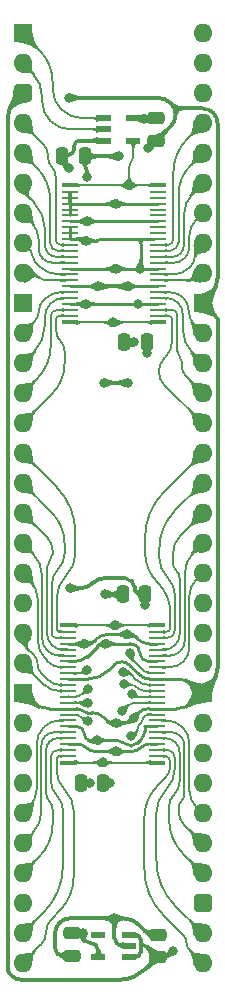
<source format=gtl>
%TF.GenerationSoftware,KiCad,Pcbnew,9.0.7*%
%TF.CreationDate,2026-01-29T16:41:27+02:00*%
%TF.ProjectId,HCP65 Main Memory Address,48435036-3520-44d6-9169-6e204d656d6f,V1*%
%TF.SameCoordinates,Original*%
%TF.FileFunction,Copper,L1,Top*%
%TF.FilePolarity,Positive*%
%FSLAX46Y46*%
G04 Gerber Fmt 4.6, Leading zero omitted, Abs format (unit mm)*
G04 Created by KiCad (PCBNEW 9.0.7) date 2026-01-29 16:41:27*
%MOMM*%
%LPD*%
G01*
G04 APERTURE LIST*
G04 Aperture macros list*
%AMRoundRect*
0 Rectangle with rounded corners*
0 $1 Rounding radius*
0 $2 $3 $4 $5 $6 $7 $8 $9 X,Y pos of 4 corners*
0 Add a 4 corners polygon primitive as box body*
4,1,4,$2,$3,$4,$5,$6,$7,$8,$9,$2,$3,0*
0 Add four circle primitives for the rounded corners*
1,1,$1+$1,$2,$3*
1,1,$1+$1,$4,$5*
1,1,$1+$1,$6,$7*
1,1,$1+$1,$8,$9*
0 Add four rect primitives between the rounded corners*
20,1,$1+$1,$2,$3,$4,$5,0*
20,1,$1+$1,$4,$5,$6,$7,0*
20,1,$1+$1,$6,$7,$8,$9,0*
20,1,$1+$1,$8,$9,$2,$3,0*%
G04 Aperture macros list end*
%TA.AperFunction,SMDPad,CuDef*%
%ADD10R,1.250000X0.600000*%
%TD*%
%TA.AperFunction,SMDPad,CuDef*%
%ADD11RoundRect,0.250000X-0.250000X-0.475000X0.250000X-0.475000X0.250000X0.475000X-0.250000X0.475000X0*%
%TD*%
%TA.AperFunction,SMDPad,CuDef*%
%ADD12RoundRect,0.250000X0.475000X-0.250000X0.475000X0.250000X-0.475000X0.250000X-0.475000X-0.250000X0*%
%TD*%
%TA.AperFunction,ComponentPad*%
%ADD13R,1.600000X1.600000*%
%TD*%
%TA.AperFunction,ComponentPad*%
%ADD14O,1.600000X1.600000*%
%TD*%
%TA.AperFunction,ComponentPad*%
%ADD15RoundRect,0.400000X-0.400000X-0.400000X0.400000X-0.400000X0.400000X0.400000X-0.400000X0.400000X0*%
%TD*%
%TA.AperFunction,SMDPad,CuDef*%
%ADD16RoundRect,0.250000X-0.475000X0.250000X-0.475000X-0.250000X0.475000X-0.250000X0.475000X0.250000X0*%
%TD*%
%TA.AperFunction,SMDPad,CuDef*%
%ADD17RoundRect,0.250000X0.250000X0.475000X-0.250000X0.475000X-0.250000X-0.475000X0.250000X-0.475000X0*%
%TD*%
%TA.AperFunction,SMDPad,CuDef*%
%ADD18R,1.400000X0.400000*%
%TD*%
%TA.AperFunction,SMDPad,CuDef*%
%ADD19R,1.400000X0.280000*%
%TD*%
%TA.AperFunction,SMDPad,CuDef*%
%ADD20R,1.150000X0.600000*%
%TD*%
%TA.AperFunction,ViaPad*%
%ADD21C,0.800000*%
%TD*%
%TA.AperFunction,Conductor*%
%ADD22C,0.280000*%
%TD*%
%TA.AperFunction,Conductor*%
%ADD23C,0.380000*%
%TD*%
%TA.AperFunction,Conductor*%
%ADD24C,0.200000*%
%TD*%
%TA.AperFunction,Conductor*%
%ADD25C,0.250000*%
%TD*%
G04 APERTURE END LIST*
D10*
%TO.P,IC2,1,B*%
%TO.N,~{Main Slot}*%
X6878000Y-7178000D03*
%TO.P,IC2,2,A*%
%TO.N,~{Main}*%
X6878000Y-8128000D03*
%TO.P,IC2,3,GND*%
%TO.N,GND*%
X6878000Y-9078000D03*
%TO.P,IC2,4,Y*%
%TO.N,/~{Main Access}*%
X9378000Y-9078000D03*
%TO.P,IC2,5,3V*%
%TO.N,3.3V*%
X9378000Y-7178000D03*
%TD*%
D11*
%TO.P,C5,1*%
%TO.N,3.3V*%
X8464000Y-47498000D03*
%TO.P,C5,2*%
%TO.N,GND*%
X10364000Y-47498000D03*
%TD*%
D12*
%TO.P,C8,1*%
%TO.N,5V*%
X11430485Y-78220400D03*
%TO.P,C8,2*%
%TO.N,GND*%
X11430485Y-76320400D03*
%TD*%
D13*
%TO.P,J2,1*%
%TO.N,~{Main Slot}*%
X0Y0D03*
D14*
%TO.P,J2,2*%
%TO.N,~{Main}*%
X0Y-2540000D03*
D15*
%TO.P,J2,3*%
%TO.N,5V*%
X0Y-5080000D03*
D14*
%TO.P,J2,4*%
%TO.N,~{RD}*%
X0Y-7620000D03*
%TO.P,J2,5*%
%TO.N,~{WD}*%
X0Y-10160000D03*
%TO.P,J2,6*%
%TO.N,A23*%
X0Y-12700000D03*
%TO.P,J2,7*%
%TO.N,A22*%
X0Y-15240000D03*
%TO.P,J2,8*%
%TO.N,A21*%
X0Y-17780000D03*
%TO.P,J2,9*%
%TO.N,A20*%
X0Y-20320000D03*
D13*
%TO.P,J2,10*%
%TO.N,GND*%
X0Y-22860000D03*
D14*
%TO.P,J2,11*%
%TO.N,A19*%
X0Y-25400000D03*
%TO.P,J2,12*%
%TO.N,A18*%
X0Y-27940000D03*
%TO.P,J2,13*%
%TO.N,A17*%
X0Y-30480000D03*
%TO.P,J2,14*%
%TO.N,A16*%
X0Y-33020000D03*
%TO.P,J2,15*%
%TO.N,A15*%
X0Y-35560000D03*
%TO.P,J2,16*%
%TO.N,A14*%
X0Y-38100000D03*
%TO.P,J2,17*%
%TO.N,A13*%
X0Y-40640000D03*
%TO.P,J2,18*%
%TO.N,A12*%
X0Y-43180000D03*
%TO.P,J2,19*%
%TO.N,A11*%
X0Y-45720000D03*
%TO.P,J2,20*%
%TO.N,A10*%
X0Y-48260000D03*
%TO.P,J2,21*%
%TO.N,A9*%
X0Y-50800000D03*
%TO.P,J2,22*%
%TO.N,A8*%
X0Y-53340000D03*
D13*
%TO.P,J2,23*%
%TO.N,GND*%
X0Y-55880000D03*
D14*
%TO.P,J2,24*%
%TO.N,A7*%
X0Y-58420000D03*
%TO.P,J2,25*%
%TO.N,A6*%
X0Y-60960000D03*
%TO.P,J2,26*%
%TO.N,A5*%
X0Y-63500000D03*
%TO.P,J2,27*%
%TO.N,A4*%
X0Y-66040000D03*
%TO.P,J2,28*%
%TO.N,A3*%
X0Y-68580000D03*
%TO.P,J2,29*%
%TO.N,A2*%
X0Y-71120000D03*
%TO.P,J2,30*%
%TO.N,unconnected-(J2-Pad30)*%
X0Y-73660000D03*
%TO.P,J2,31*%
%TO.N,A1*%
X0Y-76200000D03*
%TO.P,J2,32*%
%TO.N,A0*%
X0Y-78740000D03*
%TO.P,J2,33*%
%TO.N,MA0*%
X15240000Y-78740000D03*
%TO.P,J2,34*%
%TO.N,MA1*%
X15240000Y-76200000D03*
D15*
%TO.P,J2,35*%
%TO.N,5V*%
X15240000Y-73660000D03*
D14*
%TO.P,J2,36*%
%TO.N,MA2*%
X15240000Y-71120000D03*
%TO.P,J2,37*%
%TO.N,MA3*%
X15240000Y-68580000D03*
%TO.P,J2,38*%
%TO.N,MA4*%
X15240000Y-66040000D03*
%TO.P,J2,39*%
%TO.N,MA5*%
X15240000Y-63500000D03*
%TO.P,J2,40*%
%TO.N,MA6*%
X15240000Y-60960000D03*
%TO.P,J2,41*%
%TO.N,MA7*%
X15240000Y-58420000D03*
D13*
%TO.P,J2,42*%
%TO.N,GND*%
X15240000Y-55880000D03*
D14*
%TO.P,J2,43*%
%TO.N,MA8*%
X15240000Y-53340000D03*
%TO.P,J2,44*%
%TO.N,MA9*%
X15240000Y-50800000D03*
%TO.P,J2,45*%
%TO.N,MA10*%
X15240000Y-48260000D03*
%TO.P,J2,46*%
%TO.N,MA11*%
X15240000Y-45720000D03*
%TO.P,J2,47*%
%TO.N,MA12*%
X15240000Y-43180000D03*
%TO.P,J2,48*%
%TO.N,MA13*%
X15240000Y-40640000D03*
%TO.P,J2,49*%
%TO.N,MA14*%
X15240000Y-38100000D03*
%TO.P,J2,50*%
%TO.N,MA15*%
X15240000Y-35560000D03*
%TO.P,J2,51*%
%TO.N,MA16*%
X15240000Y-33020000D03*
%TO.P,J2,52*%
%TO.N,MA17*%
X15240000Y-30480000D03*
%TO.P,J2,53*%
%TO.N,MA18*%
X15240000Y-27940000D03*
%TO.P,J2,54*%
%TO.N,MA19*%
X15240000Y-25400000D03*
D13*
%TO.P,J2,55*%
%TO.N,GND*%
X15240000Y-22860000D03*
D14*
%TO.P,J2,56*%
%TO.N,MA20*%
X15240000Y-20320000D03*
%TO.P,J2,57*%
%TO.N,MA21*%
X15240000Y-17780000D03*
%TO.P,J2,58*%
%TO.N,MA22*%
X15240000Y-15240000D03*
%TO.P,J2,59*%
%TO.N,MA23*%
X15240000Y-12700000D03*
%TO.P,J2,60*%
%TO.N,~{Main WD}*%
X15240000Y-10160000D03*
%TO.P,J2,61*%
%TO.N,~{Main RD}*%
X15240000Y-7620000D03*
%TO.P,J2,62*%
%TO.N,3.3V*%
X15240000Y-5080000D03*
%TO.P,J2,63*%
%TO.N,unconnected-(J2-Pad63)*%
X15240000Y-2540000D03*
%TO.P,J2,64*%
%TO.N,unconnected-(J2-Pad64)*%
X15240000Y0D03*
%TD*%
D11*
%TO.P,C4,1*%
%TO.N,3.3V*%
X4908000Y-63500000D03*
%TO.P,C4,2*%
%TO.N,GND*%
X6808000Y-63500000D03*
%TD*%
D16*
%TO.P,C2,1*%
%TO.N,3.3V*%
X11303000Y-7194000D03*
%TO.P,C2,2*%
%TO.N,GND*%
X11303000Y-9094000D03*
%TD*%
D17*
%TO.P,C3,1*%
%TO.N,3.3V*%
X5252000Y-10414000D03*
%TO.P,C3,2*%
%TO.N,GND*%
X3352000Y-10414000D03*
%TD*%
D18*
%TO.P,IC1,1,1~{OE}*%
%TO.N,/~{Main Access}*%
X11497000Y-24479000D03*
D19*
%TO.P,IC1,2,1Y0*%
%TO.N,MA16*%
X11497000Y-23919000D03*
%TO.P,IC1,3,1Y1*%
%TO.N,MA17*%
X11497000Y-23419000D03*
%TO.P,IC1,4,GND*%
%TO.N,GND*%
X11497000Y-22919000D03*
%TO.P,IC1,5,1Y2*%
%TO.N,MA18*%
X11497000Y-22419000D03*
%TO.P,IC1,6,1Y3*%
%TO.N,MA19*%
X11497000Y-21919000D03*
%TO.P,IC1,7,3V*%
%TO.N,3.3V*%
X11497000Y-21419000D03*
%TO.P,IC1,8,2Y0*%
%TO.N,MA20*%
X11497000Y-20919000D03*
%TO.P,IC1,9,2Y1*%
%TO.N,MA21*%
X11497000Y-20419000D03*
%TO.P,IC1,10,GND*%
%TO.N,GND*%
X11497000Y-19919000D03*
%TO.P,IC1,11,2Y2*%
%TO.N,MA22*%
X11497000Y-19419000D03*
%TO.P,IC1,12,2Y3*%
%TO.N,MA23*%
X11497000Y-18919000D03*
%TO.P,IC1,13,3Y0*%
%TO.N,~{Main WD}*%
X11497000Y-18419000D03*
%TO.P,IC1,14,3Y1*%
%TO.N,~{Main RD}*%
X11497000Y-17919000D03*
%TO.P,IC1,15,GND*%
%TO.N,GND*%
X11497000Y-17419000D03*
%TO.P,IC1,16,3Y2*%
%TO.N,unconnected-(IC1-3Y2-Pad16)*%
X11497000Y-16919000D03*
%TO.P,IC1,17,3Y3*%
%TO.N,unconnected-(IC1-3Y3-Pad17)*%
X11497000Y-16419000D03*
%TO.P,IC1,18,3V*%
%TO.N,3.3V*%
X11497000Y-15919000D03*
%TO.P,IC1,19,4Y0*%
%TO.N,unconnected-(IC1-4Y0-Pad19)*%
X11497000Y-15419000D03*
%TO.P,IC1,20,4Y1*%
%TO.N,unconnected-(IC1-4Y1-Pad20)*%
X11497000Y-14919000D03*
%TO.P,IC1,21,GND*%
%TO.N,GND*%
X11497000Y-14419000D03*
%TO.P,IC1,22,4Y2*%
%TO.N,unconnected-(IC1-4Y2-Pad22)*%
X11497000Y-13919000D03*
%TO.P,IC1,23,4Y3*%
%TO.N,unconnected-(IC1-4Y3-Pad23)*%
X11497000Y-13419000D03*
D18*
%TO.P,IC1,24,4~{OE}*%
%TO.N,/~{Main Access}*%
X11497000Y-12859000D03*
%TO.P,IC1,25,3~{OE}*%
X3997000Y-12859000D03*
D19*
%TO.P,IC1,26,4A3*%
%TO.N,GND*%
X3997000Y-13419000D03*
%TO.P,IC1,27,4A2*%
X3997000Y-13919000D03*
%TO.P,IC1,28,GND*%
X3997000Y-14419000D03*
%TO.P,IC1,29,4A1*%
X3997000Y-14919000D03*
%TO.P,IC1,30,4A0*%
X3997000Y-15419000D03*
%TO.P,IC1,31,3V*%
%TO.N,3.3V*%
X3997000Y-15919000D03*
%TO.P,IC1,32,3A3*%
%TO.N,GND*%
X3997000Y-16419000D03*
%TO.P,IC1,33,3A2*%
X3997000Y-16919000D03*
%TO.P,IC1,34,GND*%
X3997000Y-17419000D03*
%TO.P,IC1,35,3A1*%
%TO.N,~{RD}*%
X3997000Y-17919000D03*
%TO.P,IC1,36,3A0*%
%TO.N,~{WD}*%
X3997000Y-18419000D03*
%TO.P,IC1,37,2A3*%
%TO.N,A23*%
X3997000Y-18919000D03*
%TO.P,IC1,38,2A2*%
%TO.N,A22*%
X3997000Y-19419000D03*
%TO.P,IC1,39,GND*%
%TO.N,GND*%
X3997000Y-19919000D03*
%TO.P,IC1,40,2A1*%
%TO.N,A21*%
X3997000Y-20419000D03*
%TO.P,IC1,41,2A0*%
%TO.N,A20*%
X3997000Y-20919000D03*
%TO.P,IC1,42,3V*%
%TO.N,3.3V*%
X3997000Y-21419000D03*
%TO.P,IC1,43,1A3*%
%TO.N,A19*%
X3997000Y-21919000D03*
%TO.P,IC1,44,1A2*%
%TO.N,A18*%
X3997000Y-22419000D03*
%TO.P,IC1,45,GND*%
%TO.N,GND*%
X3997000Y-22919000D03*
%TO.P,IC1,46,1A1*%
%TO.N,A17*%
X3997000Y-23419000D03*
%TO.P,IC1,47,1A0*%
%TO.N,A16*%
X3997000Y-23919000D03*
D18*
%TO.P,IC1,48,2~{OE}*%
%TO.N,/~{Main Access}*%
X3997000Y-24479000D03*
%TD*%
D16*
%TO.P,C9,1*%
%TO.N,3.3V*%
X4166085Y-76200000D03*
%TO.P,C9,2*%
%TO.N,GND*%
X4166085Y-78100000D03*
%TD*%
D20*
%TO.P,IC5,1,6VIn*%
%TO.N,5V*%
X9022085Y-78211000D03*
%TO.P,IC5,2,GND*%
%TO.N,GND*%
X9022085Y-77261000D03*
%TO.P,IC5,3,EN*%
%TO.N,5V*%
X9022085Y-76311000D03*
%TO.P,IC5,4,ADJ*%
%TO.N,unconnected-(IC5-ADJ-Pad4)*%
X6422085Y-76311000D03*
%TO.P,IC5,5,3.3VOut*%
%TO.N,3.3V*%
X6422085Y-78211000D03*
%TD*%
D18*
%TO.P,IC4,1,1~{OE}*%
%TO.N,/~{Main Access}*%
X11370000Y-61740800D03*
D19*
%TO.P,IC4,2,1Y0*%
%TO.N,MA0*%
X11370000Y-61180800D03*
%TO.P,IC4,3,1Y1*%
%TO.N,MA1*%
X11370000Y-60680800D03*
%TO.P,IC4,4,GND*%
%TO.N,GND*%
X11370000Y-60180800D03*
%TO.P,IC4,5,1Y2*%
%TO.N,MA2*%
X11370000Y-59680800D03*
%TO.P,IC4,6,1Y3*%
%TO.N,MA3*%
X11370000Y-59180800D03*
%TO.P,IC4,7,3V*%
%TO.N,3.3V*%
X11370000Y-58680800D03*
%TO.P,IC4,8,2Y0*%
%TO.N,MA4*%
X11370000Y-58180800D03*
%TO.P,IC4,9,2Y1*%
%TO.N,MA5*%
X11370000Y-57680800D03*
%TO.P,IC4,10,GND*%
%TO.N,GND*%
X11370000Y-57180800D03*
%TO.P,IC4,11,2Y2*%
%TO.N,MA6*%
X11370000Y-56680800D03*
%TO.P,IC4,12,2Y3*%
%TO.N,MA7*%
X11370000Y-56180800D03*
%TO.P,IC4,13,3Y0*%
%TO.N,MA8*%
X11370000Y-55680800D03*
%TO.P,IC4,14,3Y1*%
%TO.N,MA9*%
X11370000Y-55180800D03*
%TO.P,IC4,15,GND*%
%TO.N,GND*%
X11370000Y-54680800D03*
%TO.P,IC4,16,3Y2*%
%TO.N,MA10*%
X11370000Y-54180800D03*
%TO.P,IC4,17,3Y3*%
%TO.N,MA11*%
X11370000Y-53680800D03*
%TO.P,IC4,18,3V*%
%TO.N,3.3V*%
X11370000Y-53180800D03*
%TO.P,IC4,19,4Y0*%
%TO.N,MA12*%
X11370000Y-52680800D03*
%TO.P,IC4,20,4Y1*%
%TO.N,MA13*%
X11370000Y-52180800D03*
%TO.P,IC4,21,GND*%
%TO.N,GND*%
X11370000Y-51680800D03*
%TO.P,IC4,22,4Y2*%
%TO.N,MA14*%
X11370000Y-51180800D03*
%TO.P,IC4,23,4Y3*%
%TO.N,MA15*%
X11370000Y-50680800D03*
D18*
%TO.P,IC4,24,4~{OE}*%
%TO.N,/~{Main Access}*%
X11370000Y-50120800D03*
%TO.P,IC4,25,3~{OE}*%
X3870000Y-50120800D03*
D19*
%TO.P,IC4,26,4A3*%
%TO.N,A15*%
X3870000Y-50680800D03*
%TO.P,IC4,27,4A2*%
%TO.N,A14*%
X3870000Y-51180800D03*
%TO.P,IC4,28,GND*%
%TO.N,GND*%
X3870000Y-51680800D03*
%TO.P,IC4,29,4A1*%
%TO.N,A13*%
X3870000Y-52180800D03*
%TO.P,IC4,30,4A0*%
%TO.N,A12*%
X3870000Y-52680800D03*
%TO.P,IC4,31,3V*%
%TO.N,3.3V*%
X3870000Y-53180800D03*
%TO.P,IC4,32,3A3*%
%TO.N,A11*%
X3870000Y-53680800D03*
%TO.P,IC4,33,3A2*%
%TO.N,A10*%
X3870000Y-54180800D03*
%TO.P,IC4,34,GND*%
%TO.N,GND*%
X3870000Y-54680800D03*
%TO.P,IC4,35,3A1*%
%TO.N,A9*%
X3870000Y-55180800D03*
%TO.P,IC4,36,3A0*%
%TO.N,A8*%
X3870000Y-55680800D03*
%TO.P,IC4,37,2A3*%
%TO.N,A7*%
X3870000Y-56180800D03*
%TO.P,IC4,38,2A2*%
%TO.N,A6*%
X3870000Y-56680800D03*
%TO.P,IC4,39,GND*%
%TO.N,GND*%
X3870000Y-57180800D03*
%TO.P,IC4,40,2A1*%
%TO.N,A5*%
X3870000Y-57680800D03*
%TO.P,IC4,41,2A0*%
%TO.N,A4*%
X3870000Y-58180800D03*
%TO.P,IC4,42,3V*%
%TO.N,3.3V*%
X3870000Y-58680800D03*
%TO.P,IC4,43,1A3*%
%TO.N,A3*%
X3870000Y-59180800D03*
%TO.P,IC4,44,1A2*%
%TO.N,A2*%
X3870000Y-59680800D03*
%TO.P,IC4,45,GND*%
%TO.N,GND*%
X3870000Y-60180800D03*
%TO.P,IC4,46,1A1*%
%TO.N,A1*%
X3870000Y-60680800D03*
%TO.P,IC4,47,1A0*%
%TO.N,A0*%
X3870000Y-61180800D03*
D18*
%TO.P,IC4,48,2~{OE}*%
%TO.N,/~{Main Access}*%
X3870000Y-61740800D03*
%TD*%
D11*
%TO.P,C1,1*%
%TO.N,3.3V*%
X8591000Y-26162000D03*
%TO.P,C1,2*%
%TO.N,GND*%
X10491000Y-26162000D03*
%TD*%
D21*
%TO.N,GND*%
X5334010Y-22919000D03*
X7874000Y-19939000D03*
X5334005Y-17559055D03*
X7772400Y-74930000D03*
X8858179Y-50899000D03*
X10642995Y-9754005D03*
X5207000Y-51680800D03*
X7365998Y-63500000D03*
X3984010Y-46990000D03*
X9416999Y-57930885D03*
X10541000Y-27051006D03*
X3937000Y-5461000D03*
X3937000Y-11430000D03*
X9779000Y-22919000D03*
X10363200Y-48412400D03*
X7924800Y-58389461D03*
X9906000Y-19919000D03*
X7924794Y-60807600D03*
X7874008Y-14419000D03*
%TO.N,5V*%
X12700000Y-77724000D03*
%TO.N,3.3V*%
X9391000Y-26162000D03*
X5462013Y-15918993D03*
X8890000Y-21419000D03*
X10287000Y-7239010D03*
X6270730Y-59864730D03*
X8890000Y-29591000D03*
X6400800Y-21419000D03*
X5120593Y-76200000D03*
X6857994Y-29591000D03*
X8128003Y-10413999D03*
X6973000Y-47498000D03*
X5462013Y-12141200D03*
X7003258Y-51689000D03*
X5708000Y-63500000D03*
%TO.N,/~{Main Access}*%
X7843258Y-50120800D03*
X9017006Y-12859000D03*
X7680000Y-24479000D03*
X6780000Y-61722000D03*
%TO.N,A5*%
X5494800Y-58256673D03*
%TO.N,A7*%
X5494800Y-55481583D03*
%TO.N,MA10*%
X9125903Y-52476355D03*
%TO.N,MA9*%
X8496115Y-54089115D03*
%TO.N,MA5*%
X9204981Y-59525738D03*
%TO.N,MA8*%
X8548805Y-55087729D03*
%TO.N,A10*%
X5427493Y-53901583D03*
%TO.N,MA6*%
X8454800Y-57362351D03*
%TO.N,A6*%
X5494800Y-56680794D03*
%TO.N,MA7*%
X9233593Y-55906687D03*
%TD*%
D22*
%TO.N,3.3V*%
X5217136Y-59366947D02*
G75*
G03*
X5362932Y-59718934I497784J-3D01*
G01*
D23*
X5252000Y-11173085D02*
G75*
G03*
X5357002Y-11426597I358500J-15D01*
G01*
D22*
X6763052Y-51689000D02*
G75*
G03*
X6352971Y-51858826I-52J-579900D01*
G01*
X10330000Y-59088489D02*
G75*
G02*
X10055875Y-59750328I-936000J-11D01*
G01*
D23*
X10256495Y-7208505D02*
G75*
G03*
X10182849Y-7178021I-73595J-73595D01*
G01*
D22*
X9715198Y-60090979D02*
G75*
G02*
X9143945Y-60327624I-571298J571279D01*
G01*
X10340000Y-58690800D02*
G75*
G03*
X10330017Y-58714942I24100J-24100D01*
G01*
X5441539Y-52770307D02*
G75*
G02*
X4450523Y-53180818I-991039J991007D01*
G01*
X8577878Y-60096165D02*
G75*
G03*
X8019144Y-59864699I-558778J-558735D01*
G01*
X9733067Y-51966289D02*
G75*
G02*
X9944375Y-52476354I-510067J-510111D01*
G01*
X9700060Y-51933282D02*
G75*
G03*
X9110310Y-51688983I-589760J-589718D01*
G01*
X9944343Y-52488300D02*
G75*
G03*
X10147180Y-52977962I692457J0D01*
G01*
X5035103Y-58862832D02*
G75*
G03*
X4595638Y-58680774I-439503J-439468D01*
G01*
X10147171Y-52977971D02*
G75*
G03*
X10636842Y-53180770I489629J489671D01*
G01*
X8577878Y-60096165D02*
G75*
G03*
X9136611Y-60327583I558722J558765D01*
G01*
X5035103Y-58862832D02*
G75*
G02*
X5217126Y-59302296I-439503J-439468D01*
G01*
X10364142Y-58680800D02*
G75*
G03*
X10339988Y-58690788I-42J-34100D01*
G01*
D23*
X5357006Y-11426593D02*
G75*
G02*
X5462012Y-11680101I-253506J-253507D01*
G01*
X6168397Y-77186797D02*
G75*
G03*
X5719842Y-77000984I-448597J-448603D01*
G01*
D22*
X5362933Y-59718933D02*
G75*
G03*
X5714918Y-59864703I351967J352033D01*
G01*
D23*
X5288839Y-76832754D02*
G75*
G03*
X5695020Y-77000993I406161J406154D01*
G01*
X6202342Y-77220742D02*
G75*
G02*
X6422111Y-77751247I-530542J-530558D01*
G01*
X5120593Y-76432254D02*
G75*
G03*
X5284819Y-76828738I560707J-6D01*
G01*
%TO.N,5V*%
X9857085Y-76441000D02*
G75*
G03*
X9543237Y-76310960I-313885J-313800D01*
G01*
X-1270000Y-79179358D02*
G75*
G03*
X-1253213Y-79317602I577742J14D01*
G01*
X12700000Y-77787500D02*
G75*
G02*
X12655098Y-77895901I-153300J0D01*
G01*
X-875562Y-79822562D02*
G75*
G03*
X-116444Y-80137000I759119J759116D01*
G01*
X10472185Y-79178700D02*
G75*
G02*
X8158644Y-80137000I-2313545J2313550D01*
G01*
X9987085Y-77761544D02*
G75*
G02*
X9855426Y-78079341I-449485J44D01*
G01*
X-1213214Y-79446916D02*
G75*
G03*
X-1143709Y-79554416I285185J108169D01*
G01*
X-634999Y-5715000D02*
G75*
G03*
X-1270001Y-7248025I1533029J-1533030D01*
G01*
X-1252094Y-79322144D02*
G75*
G03*
X-1213214Y-79446916I1050921J259032D01*
G01*
X9857085Y-76441000D02*
G75*
G02*
X9987040Y-76754847I-313885J-313800D01*
G01*
X12573000Y-77978000D02*
G75*
G02*
X12266394Y-78104998I-306600J306600D01*
G01*
X10206585Y-77216000D02*
G75*
G03*
X9987100Y-77435500I15J-219500D01*
G01*
X9987085Y-76996500D02*
G75*
G03*
X10206585Y-77216015I219515J0D01*
G01*
X9855442Y-78079357D02*
G75*
G02*
X9537629Y-78211007I-317842J317857D01*
G01*
X10581294Y-77371209D02*
G75*
G03*
X10206585Y-77216005I-374694J-374691D01*
G01*
X9987085Y-77435500D02*
X9987085Y-76996500D01*
%TO.N,GND*%
X16510000Y-20691974D02*
G75*
G02*
X15875001Y-22225001I-2168040J4D01*
G01*
D22*
X6652233Y-17419000D02*
G75*
G03*
X6483153Y-17489008I-33J-239100D01*
G01*
D23*
X10491000Y-26965650D02*
G75*
G03*
X10515966Y-27026040I85400J-50D01*
G01*
D22*
X9187711Y-58160173D02*
G75*
G02*
X8634160Y-58389427I-553511J553573D01*
G01*
X6483172Y-17489027D02*
G75*
G02*
X6314111Y-17559072I-169072J169027D01*
G01*
D23*
X12954000Y-6896500D02*
G75*
G03*
X12567573Y-5963559I-1319400J0D01*
G01*
X13500500Y-6350000D02*
G75*
G03*
X12954000Y-6896500I0J-546500D01*
G01*
X12567566Y-5963566D02*
G75*
G03*
X13500500Y-6349991I932934J932966D01*
G01*
X2931200Y-77912000D02*
G75*
G03*
X3385072Y-78100012I453900J453900D01*
G01*
X4362000Y-9820959D02*
G75*
G02*
X4225497Y-10150497I-466050J9D01*
G01*
X16129000Y-6731000D02*
G75*
G03*
X15209184Y-6350006I-919800J-919800D01*
G01*
X7772400Y-76577133D02*
G75*
G03*
X7972701Y-77060699I683870J3D01*
G01*
D22*
X8382000Y-53213000D02*
G75*
G03*
X7731596Y-53482411I0J-919800D01*
G01*
D23*
X4225500Y-10150500D02*
G75*
G02*
X3895959Y-10286954I-329500J329600D01*
G01*
D22*
X10007600Y-19745557D02*
G75*
G02*
X9956812Y-19868212I-173400J-43D01*
G01*
X7127098Y-58181098D02*
G75*
G03*
X7630130Y-58389449I503002J502998D01*
G01*
X7864000Y-19929000D02*
G75*
G03*
X7839857Y-19919017I-24100J-24100D01*
G01*
X7184816Y-50899000D02*
G75*
G03*
X6241095Y-51289895I-16J-1334600D01*
G01*
X9828031Y-54278031D02*
G75*
G03*
X10800400Y-54680811I972369J972331D01*
G01*
D23*
X12954000Y-6896500D02*
G75*
G02*
X12567573Y-7829440I-1319400J0D01*
G01*
X4833161Y-9078000D02*
G75*
G03*
X4500011Y-9216011I39J-471200D01*
G01*
D22*
X5036142Y-57348736D02*
G75*
G03*
X5441577Y-57516689I405458J405436D01*
G01*
D23*
X7972700Y-77060700D02*
G75*
G03*
X8456266Y-77261014I483600J483600D01*
G01*
D22*
X10697474Y-57180800D02*
G75*
G03*
X9792049Y-57555850I26J-1280500D01*
G01*
D23*
X9835215Y-75468815D02*
G75*
G03*
X8534400Y-74929991I-1300815J-1300785D01*
G01*
D22*
X5401971Y-60494200D02*
G75*
G03*
X4645356Y-60180804I-756611J-756620D01*
G01*
D23*
X9474600Y-47021717D02*
G75*
G03*
X9614105Y-47358495I476300J17D01*
G01*
X9258791Y-46392791D02*
G75*
G02*
X9474605Y-46913800I-520991J-521009D01*
G01*
X4500000Y-9216000D02*
G75*
G03*
X4361984Y-9549161I333200J-333200D01*
G01*
X6960657Y-46126400D02*
G75*
G03*
X5918203Y-46558203I3J-1474250D01*
G01*
D22*
X14640400Y-55280400D02*
G75*
G03*
X13192837Y-54680784I-1447600J-1447600D01*
G01*
D23*
X10423867Y-76057467D02*
G75*
G03*
X11058642Y-76320372I634733J634767D01*
G01*
D22*
X4946827Y-17489027D02*
G75*
G03*
X4777766Y-17419027I-169027J-169073D01*
G01*
X6899067Y-57953067D02*
G75*
G03*
X5845518Y-57516655I-1053567J-1053533D01*
G01*
D23*
X9233500Y-46367500D02*
G75*
G03*
X8651433Y-46126386I-582100J-582100D01*
G01*
D22*
X9990800Y-60494200D02*
G75*
G02*
X9234185Y-60807594I-756600J756600D01*
G01*
D23*
X16510000Y-53711974D02*
G75*
G02*
X15875001Y-55245001I-2168040J4D01*
G01*
D22*
X14589600Y-56530400D02*
G75*
G02*
X13019395Y-57180798I-1570200J1570200D01*
G01*
D23*
X9614100Y-47358500D02*
G75*
G03*
X9950882Y-47498007I336800J336800D01*
G01*
D22*
X9735500Y-51289900D02*
G75*
G03*
X10679216Y-51680793I943700J943700D01*
G01*
D23*
X16129000Y-6731000D02*
G75*
G02*
X16509994Y-7650815I-919800J-919800D01*
G01*
D22*
X650400Y-56530400D02*
G75*
G03*
X2220604Y-57180798I1570200J1570200D01*
G01*
D23*
X16445000Y-24065000D02*
G75*
G02*
X16509990Y-24221923I-156900J-156900D01*
G01*
D22*
X4946827Y-17489027D02*
G75*
G03*
X5115888Y-17559073I169073J169027D01*
G01*
D23*
X12509500Y-5905500D02*
G75*
G03*
X11436382Y-5461007I-1073100J-1073100D01*
G01*
D22*
X5036142Y-57348736D02*
G75*
G03*
X4630707Y-57180803I-405442J-405464D01*
G01*
X6077605Y-51453394D02*
G75*
G02*
X5528600Y-51680803I-549005J548994D01*
G01*
D23*
X3124200Y-75311000D02*
G75*
G03*
X2743206Y-76230815I919800J-919800D01*
G01*
X4044015Y-74930000D02*
G75*
G03*
X3124195Y-75310995I-15J-1300800D01*
G01*
D22*
X9032407Y-53482407D02*
G75*
G03*
X8382000Y-53212995I-650407J-650393D01*
G01*
X7267100Y-53946900D02*
G75*
G02*
X5495308Y-54680804I-1771800J1771800D01*
G01*
X10007600Y-17812700D02*
G75*
G03*
X9613900Y-17419000I-393700J0D01*
G01*
X10401300Y-17419000D02*
G75*
G03*
X10007600Y-17812700I0J-393700D01*
G01*
X10747414Y-60180800D02*
G75*
G03*
X9990796Y-60494196I-14J-1070000D01*
G01*
D23*
X2743200Y-77458127D02*
G75*
G03*
X2931199Y-77912001I641870J-3D01*
G01*
D22*
X9516575Y-51070975D02*
G75*
G03*
X9101389Y-50899019I-415175J-415225D01*
G01*
D23*
X5918200Y-46558200D02*
G75*
G02*
X4875742Y-46989998I-1042460J1042470D01*
G01*
D22*
X7908142Y-19919000D02*
G75*
G03*
X7883988Y-19928988I-42J-34100D01*
G01*
X5401971Y-60494200D02*
G75*
G03*
X6158585Y-60807614I756629J756600D01*
G01*
X11939600Y-54680800D02*
X10800400Y-54680800D01*
X16315000Y-23935000D02*
X16445000Y-24065000D01*
X9613900Y-17419000D02*
X10401300Y-17419000D01*
D24*
%TO.N,MA7*%
X9370649Y-56043743D02*
G75*
G03*
X9701533Y-56180788I330851J330843D01*
G01*
%TO.N,A13*%
X2070000Y-50842428D02*
G75*
G03*
X2461999Y-51788801I1338370J-2D01*
G01*
X2305000Y-44634200D02*
G75*
G03*
X2069997Y-45201540I567330J-567340D01*
G01*
X2540000Y-44066859D02*
G75*
G02*
X2305002Y-44634202I-802350J-1D01*
G01*
X2494789Y-51821589D02*
G75*
G03*
X3362000Y-52180806I867211J867189D01*
G01*
X2108947Y-42748947D02*
G75*
G02*
X2540001Y-43789600I-1040647J-1040653D01*
G01*
%TO.N,MA3*%
X13375600Y-59502000D02*
G75*
G03*
X12600154Y-59180819I-775400J-775400D01*
G01*
X13452400Y-65014400D02*
G75*
G03*
X13208014Y-65604433I590000J-590000D01*
G01*
X13375600Y-59502000D02*
G75*
G02*
X13696752Y-60277445I-775500J-775400D01*
G01*
X13208000Y-65903400D02*
G75*
G03*
X13663801Y-67003801I1556200J0D01*
G01*
X13696800Y-64424366D02*
G75*
G02*
X13452410Y-65014410I-834400J-34D01*
G01*
%TO.N,MA2*%
X12846000Y-64408000D02*
G75*
G03*
X12395211Y-65496327I1088300J-1088300D01*
G01*
X12943000Y-60034600D02*
G75*
G03*
X12088851Y-59680820I-854100J-854100D01*
G01*
X12395200Y-66567000D02*
G75*
G03*
X13603071Y-69483087I4124000J0D01*
G01*
X13296800Y-63319672D02*
G75*
G02*
X12846001Y-64408001I-1539140J2D01*
G01*
X12943000Y-60034600D02*
G75*
G02*
X13296780Y-60888748I-854100J-854100D01*
G01*
%TO.N,MA12*%
X13716000Y-51464657D02*
G75*
G02*
X13359798Y-52324598I-1216150J7D01*
G01*
X14478000Y-43942000D02*
G75*
G03*
X13716013Y-45781630I1839600J-1839600D01*
G01*
X13359800Y-52324600D02*
G75*
G02*
X12499857Y-52680753I-859900J860000D01*
G01*
%TO.N,A9*%
X955691Y-52644691D02*
G75*
G02*
X1269999Y-53403500I-758811J-758809D01*
G01*
X0Y-51244500D02*
G75*
G03*
X314308Y-52003308I1073106J-5D01*
G01*
X1270000Y-53403500D02*
G75*
G03*
X1584312Y-54162304I1073100J0D01*
G01*
X2154777Y-54732777D02*
G75*
G03*
X3236400Y-55180799I1081623J1081627D01*
G01*
%TO.N,MA6*%
X9630194Y-56673821D02*
G75*
G03*
X8799071Y-57018092I6J-1175379D01*
G01*
%TO.N,A10*%
X5287884Y-54041191D02*
G75*
G02*
X4950839Y-54180814I-337084J337091D01*
G01*
%TO.N,MA14*%
X12239600Y-46021600D02*
G75*
G02*
X12896791Y-47608221I-1586600J-1586600D01*
G01*
X11582400Y-44434978D02*
G75*
G03*
X12239600Y-46021600I2243820J-2D01*
G01*
X12709600Y-50993600D02*
G75*
G02*
X12257659Y-51180783I-451900J451900D01*
G01*
X12857596Y-40482403D02*
G75*
G03*
X11582401Y-43561000I3078604J-3078597D01*
G01*
X12896800Y-50541659D02*
G75*
G02*
X12709612Y-50993612I-639100J-41D01*
G01*
%TO.N,A0*%
X3594000Y-64096800D02*
G75*
G02*
X4318004Y-65844690I-1747900J-1747900D01*
G01*
X2962800Y-61273600D02*
G75*
G03*
X2870016Y-61497639I224000J-224000D01*
G01*
X2448173Y-74971026D02*
G75*
G03*
X1981197Y-76098400I1127367J-1127374D01*
G01*
X2870000Y-62369600D02*
G75*
G03*
X3579371Y-64082167I2421930J0D01*
G01*
X3186839Y-61180800D02*
G75*
G03*
X2962789Y-61273589I-39J-316800D01*
G01*
X4318000Y-71448832D02*
G75*
G02*
X3149600Y-74269600I-3989180J5D01*
G01*
X1981200Y-76098400D02*
G75*
G02*
X1514226Y-77225773I-1594353J4D01*
G01*
%TO.N,A11*%
X1269999Y-51364595D02*
G75*
G03*
X1948398Y-53002400I2316201J-5D01*
G01*
X634999Y-46354999D02*
G75*
G02*
X1269999Y-47888023I-1533030J-1533028D01*
G01*
X2187262Y-53241262D02*
G75*
G03*
X3248400Y-53680793I1061138J1061162D01*
G01*
%TO.N,MA8*%
X9748651Y-55424737D02*
G75*
G03*
X10366841Y-55680757I618149J618237D01*
G01*
X8589278Y-55128202D02*
G75*
G03*
X8686988Y-55168686I97722J97702D01*
G01*
X9748651Y-55424737D02*
G75*
G03*
X9130461Y-55168694I-618151J-618163D01*
G01*
%TO.N,A2*%
X2284200Y-59971000D02*
G75*
G03*
X1994002Y-60671604I700600J-700600D01*
G01*
X2540000Y-66948000D02*
G75*
G02*
X1386001Y-69733998I-3940001J3D01*
G01*
X1994000Y-64383919D02*
G75*
G03*
X2267000Y-65043000I932080J-1D01*
G01*
X2267000Y-65043000D02*
G75*
G02*
X2540008Y-65702080I-659100J-659100D01*
G01*
X2984804Y-59680800D02*
G75*
G03*
X2284199Y-59970999I-4J-990800D01*
G01*
%TO.N,A1*%
X2898800Y-64519200D02*
G75*
G02*
X3403602Y-65737895I-1218700J-1218700D01*
G01*
X2567079Y-60853879D02*
G75*
G03*
X2394012Y-61271728I417821J-417821D01*
G01*
X3403600Y-70542436D02*
G75*
G02*
X1809807Y-74390192I-5441559J4D01*
G01*
X2394000Y-63300504D02*
G75*
G03*
X2898801Y-64519199I1723500J4D01*
G01*
X2984928Y-60680800D02*
G75*
G03*
X2567071Y-60853871I-28J-590900D01*
G01*
%TO.N,A3*%
X1594000Y-65858871D02*
G75*
G02*
X796999Y-67783000I-2721131J1D01*
G01*
X1915200Y-59502000D02*
G75*
G03*
X1594002Y-60277445I775440J-775440D01*
G01*
X2690645Y-59180800D02*
G75*
G03*
X1915198Y-59501998I-5J-1096640D01*
G01*
%TO.N,MA15*%
X12496800Y-50361912D02*
G75*
G02*
X12403396Y-50587396I-318900J12D01*
G01*
X11464424Y-46541624D02*
G75*
G02*
X12496801Y-49034000I-2492374J-2492376D01*
G01*
X11956992Y-38843007D02*
G75*
G03*
X10363202Y-42690763I3847758J-3847753D01*
G01*
X12403400Y-50587400D02*
G75*
G02*
X12177912Y-50680805I-225500J225500D01*
G01*
X10363200Y-43931716D02*
G75*
G03*
X11429999Y-46507201I3642280J-4D01*
G01*
%TO.N,A4*%
X1783399Y-58770199D02*
G75*
G03*
X1194002Y-60193137I1422931J-1422931D01*
G01*
X3121400Y-58180800D02*
G75*
G03*
X1843455Y-58710136I0J-1807300D01*
G01*
X1194000Y-64001714D02*
G75*
G02*
X597000Y-65443000I-2038297J4D01*
G01*
%TO.N,MA5*%
X10253015Y-57857784D02*
G75*
G03*
X10147777Y-58111927I254185J-254116D01*
G01*
X10147746Y-58111927D02*
G75*
G02*
X10042471Y-58366063I-359446J27D01*
G01*
X9870678Y-58537867D02*
G75*
G03*
X9756752Y-58812859I275022J-275033D01*
G01*
X9756773Y-58812859D02*
G75*
G02*
X9642883Y-59087867I-388873J-41D01*
G01*
X10629583Y-57680800D02*
G75*
G03*
X10288889Y-57821943I17J-481800D01*
G01*
%TO.N,MA9*%
X9610922Y-54721322D02*
G75*
G03*
X10720200Y-55180787I1109278J1109322D01*
G01*
X9149339Y-54259739D02*
G75*
G03*
X8737415Y-54089115I-411939J-411961D01*
G01*
%TO.N,MA0*%
X13868400Y-76987400D02*
G75*
G03*
X14137810Y-77637804I919800J0D01*
G01*
X12496800Y-62047400D02*
G75*
G02*
X12080320Y-63052891I-1422000J0D01*
G01*
X10312400Y-70796436D02*
G75*
G03*
X11906190Y-74644194I5441550J-4D01*
G01*
X13598992Y-76336992D02*
G75*
G02*
X13868405Y-76987400I-650392J-650408D01*
G01*
X12358000Y-61319600D02*
G75*
G02*
X12496803Y-61654692I-335100J-335100D01*
G01*
X11404600Y-63728600D02*
G75*
G03*
X10312402Y-66365404I2636800J-2636800D01*
G01*
X12358000Y-61319600D02*
G75*
G03*
X12022907Y-61180797I-335100J-335100D01*
G01*
%TO.N,MA10*%
X10097659Y-53848459D02*
G75*
G03*
X10900000Y-54180794I802341J802359D01*
G01*
X9125903Y-52676529D02*
G75*
G03*
X9267454Y-53018240I483297J29D01*
G01*
%TO.N,MA1*%
X12896800Y-62187773D02*
G75*
G02*
X12112599Y-64080999I-2677430J3D01*
G01*
X12709600Y-60868000D02*
G75*
G03*
X12257659Y-60680817I-451900J-451900D01*
G01*
X12709600Y-60868000D02*
G75*
G02*
X12896783Y-61319940I-451900J-451900D01*
G01*
X11328400Y-70034436D02*
G75*
G03*
X12922190Y-73882194I5441550J-4D01*
G01*
X12112600Y-64081000D02*
G75*
G03*
X11328411Y-65974226I1893200J-1893200D01*
G01*
%TO.N,A8*%
X1800146Y-55140146D02*
G75*
G03*
X3105400Y-55680802I1305254J1305246D01*
G01*
%TO.N,A7*%
X5494800Y-55488791D02*
G75*
G02*
X5489706Y-55501101I-17400J-9D01*
G01*
X5142340Y-55848459D02*
G75*
G02*
X4340000Y-56180794I-802340J802359D01*
G01*
%TO.N,MA11*%
X14122400Y-51971644D02*
G75*
G02*
X13621799Y-53180199I-1709160J4D01*
G01*
X14681200Y-46278800D02*
G75*
G03*
X14122384Y-47627862I1349100J-1349100D01*
G01*
X13621800Y-53180200D02*
G75*
G02*
X12413244Y-53680819I-1208600J1208600D01*
G01*
%TO.N,A12*%
X835000Y-44015000D02*
G75*
G02*
X1670000Y-46030868I-2015874J-2015870D01*
G01*
X1670000Y-51280289D02*
G75*
G03*
X2080200Y-52270600I1400510J-1D01*
G01*
X2080200Y-52270600D02*
G75*
G03*
X3070510Y-52680796I990300J990300D01*
G01*
%TO.N,MA13*%
X12917599Y-51801601D02*
G75*
G02*
X12002131Y-52180813I-915499J915501D01*
G01*
X13400459Y-42479540D02*
G75*
G03*
X12699993Y-44170600I1691041J-1691060D01*
G01*
X12998399Y-45459599D02*
G75*
G02*
X13296799Y-46179997I-720399J-720401D01*
G01*
X13296798Y-50886133D02*
G75*
G02*
X12917600Y-51801602I-1294678J3D01*
G01*
X12700000Y-44739200D02*
G75*
G03*
X12998399Y-45459599I1018800J0D01*
G01*
%TO.N,A15*%
X2876607Y-38436607D02*
G75*
G02*
X4470400Y-42284363I-3847761J-3847758D01*
G01*
X2870000Y-50363960D02*
G75*
G03*
X2962802Y-50587998I316830J0D01*
G01*
X2962800Y-50588000D02*
G75*
G03*
X3186839Y-50680784I224000J224000D01*
G01*
X3670200Y-45935800D02*
G75*
G03*
X2870002Y-47867653I1931850J-1931850D01*
G01*
X4470400Y-44003946D02*
G75*
G02*
X3670200Y-45935800I-2732070J6D01*
G01*
%TO.N,A5*%
X5260669Y-58195517D02*
G75*
G03*
X5408312Y-58256672I147631J147617D01*
G01*
X5033888Y-57968736D02*
G75*
G03*
X4338748Y-57680802I-695138J-695144D01*
G01*
%TO.N,MA4*%
X13534061Y-58746061D02*
G75*
G03*
X12169400Y-58180793I-1364661J-1364639D01*
G01*
X14122400Y-64132137D02*
G75*
G03*
X14681199Y-65481201I1907860J-3D01*
G01*
X13545600Y-58757600D02*
G75*
G02*
X14122392Y-60150118I-1392500J-1392500D01*
G01*
%TO.N,A14*%
X2470000Y-50844841D02*
G75*
G03*
X2568400Y-51082400I335960J1D01*
G01*
X3556000Y-44037682D02*
G75*
G02*
X3013001Y-45348601I-1853930J2D01*
G01*
X3013000Y-45348600D02*
G75*
G03*
X2470007Y-46659517I1310900J-1310900D01*
G01*
X2568400Y-51082400D02*
G75*
G03*
X2805958Y-51180817I237600J237600D01*
G01*
X2442448Y-40542448D02*
G75*
G02*
X3556000Y-43230800I-2688353J-2688353D01*
G01*
%TO.N,~{Main}*%
X825500Y-3365500D02*
G75*
G02*
X1651000Y-5358433I-1992937J-1992935D01*
G01*
X2349500Y-7429500D02*
G75*
G03*
X4035828Y-8128001I1686330J1686330D01*
G01*
X1651000Y-5743171D02*
G75*
G03*
X2349501Y-7429499I2384830J1D01*
G01*
%TO.N,~{Main Slot}*%
X2540000Y-4680502D02*
G75*
G03*
X3271501Y-6446499I2497500J2D01*
G01*
X3271500Y-6446500D02*
G75*
G03*
X5037497Y-7178001I1766000J1766000D01*
G01*
X1417467Y-1417467D02*
G75*
G02*
X2540000Y-4127500I-2710030J-2710033D01*
G01*
%TO.N,MA23*%
X13658000Y-17940827D02*
G75*
G02*
X13371492Y-18632492I-978200J27D01*
G01*
X13371500Y-18632500D02*
G75*
G02*
X12679827Y-18919012I-691700J691700D01*
G01*
X14449000Y-13491000D02*
G75*
G03*
X13658018Y-15400642I1909600J-1909600D01*
G01*
%TO.N,A21*%
X863600Y-18897600D02*
G75*
G03*
X1043207Y-19331203I613200J0D01*
G01*
X1497300Y-19785300D02*
G75*
G03*
X3027187Y-20419001I1529890J1529890D01*
G01*
X683994Y-18463994D02*
G75*
G02*
X863597Y-18897600I-433614J-433606D01*
G01*
%TO.N,A17*%
X2907584Y-23419000D02*
G75*
G03*
X2539904Y-23571304I16J-520000D01*
G01*
X2387600Y-26404111D02*
G75*
G02*
X1193800Y-29286200I-4075897J3D01*
G01*
X2539900Y-23571300D02*
G75*
G03*
X2387594Y-23938984I367700J-367700D01*
G01*
%TO.N,A23*%
X943400Y-14315802D02*
G75*
G02*
X1886800Y-16593371I-2277570J-2277569D01*
G01*
X1886800Y-17940827D02*
G75*
G03*
X2173299Y-18632501I978170J-3D01*
G01*
X2173300Y-18632500D02*
G75*
G03*
X2864972Y-18918999I691670J691670D01*
G01*
%TO.N,/~{Main Access}*%
X9197500Y-10868500D02*
G75*
G03*
X9016986Y-11304265I435800J-435800D01*
G01*
X9378000Y-10432734D02*
G75*
G02*
X9197490Y-10868490I-616300J34D01*
G01*
X6789400Y-61731400D02*
G75*
G03*
X6812093Y-61740803I22700J22700D01*
G01*
X6770600Y-61731400D02*
G75*
G02*
X6747906Y-61740803I-22700J22700D01*
G01*
%TO.N,~{Main WD}*%
X13208000Y-17675042D02*
G75*
G02*
X12990087Y-18201087I-744000J42D01*
G01*
X14224000Y-11176000D02*
G75*
G03*
X13208017Y-13628840I2452800J-2452800D01*
G01*
X12990100Y-18201100D02*
G75*
G02*
X12464042Y-18419018I-526100J526100D01*
G01*
%TO.N,MA20*%
X14940500Y-20619500D02*
G75*
G02*
X14217443Y-20919018I-723100J723100D01*
G01*
%TO.N,~{Main RD}*%
X12750800Y-17468665D02*
G75*
G02*
X12618910Y-17787110I-450300J-35D01*
G01*
X12618900Y-17787100D02*
G75*
G02*
X12300465Y-17918986I-318400J318400D01*
G01*
X13995400Y-8864600D02*
G75*
G03*
X12750813Y-11869330I3004700J-3004700D01*
G01*
%TO.N,MA19*%
X13601100Y-22389500D02*
G75*
G02*
X14071605Y-23525387I-1135900J-1135900D01*
G01*
X14071600Y-23545800D02*
G75*
G03*
X14556526Y-24716540I1655700J0D01*
G01*
X13601100Y-22389500D02*
G75*
G03*
X12465212Y-21918995I-1135900J-1135900D01*
G01*
%TO.N,~{WD}*%
X2336800Y-17761763D02*
G75*
G03*
X2529301Y-18226499I657240J3D01*
G01*
X1168400Y-11328400D02*
G75*
G02*
X2336800Y-14149167I-2820771J-2820769D01*
G01*
X2529300Y-18226500D02*
G75*
G03*
X2994036Y-18419002I464740J464740D01*
G01*
%TO.N,A16*%
X2844800Y-25201905D02*
G75*
G03*
X3200402Y-26060398I1214100J5D01*
G01*
X3200400Y-26060400D02*
G75*
G02*
X3556002Y-26918894I-858500J-858500D01*
G01*
X2925900Y-24000100D02*
G75*
G03*
X2844797Y-24195892I195800J-195800D01*
G01*
X3556000Y-27940000D02*
G75*
G02*
X2478369Y-30541630I-3679269J4D01*
G01*
X3121692Y-23919000D02*
G75*
G03*
X2925902Y-24000102I8J-276900D01*
G01*
%TO.N,MA16*%
X12568100Y-24000100D02*
G75*
G03*
X12372307Y-23918997I-195800J-195800D01*
G01*
X11998573Y-27523826D02*
G75*
G03*
X11531586Y-28651200I1127327J-1127374D01*
G01*
X12649200Y-26082937D02*
G75*
G02*
X12090398Y-27431998I-1907870J7D01*
G01*
X12568100Y-24000100D02*
G75*
G02*
X12649203Y-24195892I-195800J-195800D01*
G01*
X11531600Y-28651200D02*
G75*
G03*
X11998583Y-29778563I1594300J0D01*
G01*
%TO.N,A19*%
X3231000Y-21919000D02*
G75*
G03*
X1923353Y-22460641I0J-1849300D01*
G01*
X1730810Y-22653189D02*
G75*
G03*
X1371593Y-23520400I867190J-867211D01*
G01*
X1371600Y-23520400D02*
G75*
G02*
X1012389Y-24387610I-1226420J0D01*
G01*
%TO.N,MA22*%
X14115000Y-18107941D02*
G75*
G02*
X13731001Y-19035001I-1311070J1D01*
G01*
X14677500Y-15802500D02*
G75*
G03*
X14114998Y-17160495I1358000J-1358000D01*
G01*
X13731000Y-19035000D02*
G75*
G02*
X12803941Y-19419017I-927100J927100D01*
G01*
%TO.N,A18*%
X3412800Y-22419000D02*
G75*
G03*
X2415505Y-22832088I0J-1410400D01*
G01*
X2354100Y-22893500D02*
G75*
G03*
X1879602Y-24039044I1145540J-1145540D01*
G01*
X1879600Y-24731322D02*
G75*
G02*
X939800Y-27000200I-3208693J6D01*
G01*
%TO.N,MA17*%
X13106400Y-26919352D02*
G75*
G03*
X13284186Y-27348614I607000J-48D01*
G01*
X13284200Y-27348600D02*
G75*
G02*
X13461980Y-27777847I-429200J-429200D01*
G01*
X12979500Y-23545900D02*
G75*
G03*
X12673136Y-23418985I-306400J-306400D01*
G01*
X13462000Y-28114200D02*
G75*
G03*
X13877632Y-29117642I1419100J0D01*
G01*
X12979500Y-23545900D02*
G75*
G02*
X13106415Y-23852263I-306400J-306400D01*
G01*
%TO.N,A22*%
X685800Y-15925800D02*
G75*
G02*
X1371600Y-17581467I-1655668J-1655668D01*
G01*
X1708500Y-19082100D02*
G75*
G03*
X2521848Y-19419001I813350J813350D01*
G01*
X1371600Y-18268751D02*
G75*
G03*
X1708500Y-19082100I1150250J1D01*
G01*
%TO.N,MA21*%
X14047499Y-19886899D02*
G75*
G02*
X12762896Y-20418997I-1284599J1284599D01*
G01*
X14902889Y-18117110D02*
G75*
G03*
X14579606Y-18897600I780511J-780490D01*
G01*
X14579600Y-18897600D02*
G75*
G02*
X14256315Y-19678094I-1103800J0D01*
G01*
%TO.N,~{RD}*%
X2159000Y-10556491D02*
G75*
G03*
X2476501Y-11323003I1084010J1D01*
G01*
X2927000Y-17786000D02*
G75*
G03*
X3248090Y-17919004I321100J321100D01*
G01*
X1725365Y-9345365D02*
G75*
G02*
X2158996Y-10392252I-1046895J-1046885D01*
G01*
X2794000Y-17464909D02*
G75*
G03*
X2927003Y-17785997I454100J9D01*
G01*
X2476500Y-11323004D02*
G75*
G02*
X2793992Y-12089516I-766500J-766496D01*
G01*
%TO.N,A20*%
X1351500Y-20619500D02*
G75*
G03*
X628443Y-20319996I-723060J-723050D01*
G01*
X1351500Y-20619500D02*
G75*
G03*
X2074556Y-20919001I723060J723060D01*
G01*
%TO.N,MA18*%
X13155200Y-22820200D02*
G75*
G03*
X12186617Y-22418993I-968600J-968600D01*
G01*
X13155200Y-22820200D02*
G75*
G02*
X13556407Y-23788782I-968600J-968600D01*
G01*
X13556400Y-25065915D02*
G75*
G03*
X14398199Y-27098201I2874080J-5D01*
G01*
D22*
%TO.N,GND*%
X7874000Y-19939000D02*
X7864000Y-19929000D01*
X7874000Y-19939000D02*
X7884000Y-19929000D01*
X7908142Y-19919000D02*
X11497000Y-19919000D01*
X7839857Y-19919000D02*
X3997000Y-19919000D01*
D23*
X3937000Y-5461000D02*
X11436382Y-5461000D01*
X12567566Y-5963566D02*
X12509500Y-5905500D01*
D25*
X3997000Y-13919000D02*
X3997000Y-13419000D01*
D23*
X7365998Y-63500000D02*
X6808000Y-63500000D01*
X4833161Y-9078000D02*
X6878000Y-9078000D01*
D22*
X5207000Y-51680800D02*
X3870000Y-51680800D01*
X9187711Y-58160173D02*
X9416999Y-57930885D01*
D23*
X10516000Y-27026006D02*
X10541000Y-27051006D01*
D22*
X5334010Y-22919000D02*
X3997000Y-22919000D01*
X7924794Y-60807600D02*
X6158585Y-60807600D01*
X8634160Y-58389461D02*
X7924800Y-58389461D01*
X11939600Y-54680800D02*
X13192837Y-54680800D01*
X6241099Y-51289899D02*
X6077605Y-51453394D01*
X5334005Y-17559055D02*
X6314111Y-17559055D01*
D23*
X9258791Y-46392791D02*
X9233500Y-46367500D01*
X3385072Y-78100000D02*
X4166085Y-78100000D01*
D22*
X7874008Y-14419000D02*
X3997000Y-14419000D01*
D23*
X15875000Y-22225000D02*
X15240000Y-22860000D01*
X16510000Y-20691974D02*
X16510000Y-7650815D01*
X8456266Y-77261000D02*
X9022085Y-77261000D01*
D22*
X3997000Y-14919000D02*
X3997000Y-15419000D01*
X3870000Y-57180800D02*
X2220604Y-57180800D01*
D23*
X16510000Y-53711974D02*
X16510000Y-24221923D01*
D22*
X7184816Y-50899000D02*
X8858179Y-50899000D01*
X9828031Y-54278031D02*
X9032407Y-53482407D01*
X3997000Y-17419000D02*
X4777766Y-17419000D01*
D23*
X13500500Y-6350000D02*
X15209184Y-6350000D01*
D22*
X4645356Y-60180800D02*
X3870000Y-60180800D01*
X5334005Y-17559055D02*
X5115888Y-17559055D01*
X9956800Y-19868200D02*
X9906000Y-19919000D01*
D23*
X11303000Y-9094000D02*
X10642995Y-9754005D01*
X7772400Y-76577133D02*
X7772400Y-74930000D01*
X8534400Y-74930000D02*
X7772400Y-74930000D01*
X11303000Y-9094000D02*
X12567566Y-7829433D01*
X3895959Y-10287000D02*
X3606000Y-10287000D01*
D22*
X7127098Y-58181098D02*
X6899067Y-57953067D01*
X7630130Y-58389461D02*
X7924800Y-58389461D01*
X3997000Y-14919000D02*
X3997000Y-14419000D01*
X5495308Y-54680800D02*
X3870000Y-54680800D01*
D23*
X3984010Y-46990000D02*
X4875742Y-46990000D01*
D22*
X7874008Y-14419000D02*
X11497000Y-14419000D01*
X10401300Y-17419000D02*
X11146000Y-17419000D01*
X5441577Y-57516673D02*
X5845518Y-57516673D01*
X3997000Y-16919000D02*
X3997000Y-16419000D01*
X3870000Y-57180800D02*
X4630707Y-57180800D01*
D23*
X6960657Y-46126400D02*
X8651433Y-46126400D01*
X9474600Y-47021717D02*
X9474600Y-46913800D01*
D22*
X10747414Y-60180800D02*
X11370000Y-60180800D01*
X10697474Y-57180800D02*
X11370000Y-57180800D01*
X5207000Y-51680800D02*
X5528600Y-51680800D01*
D23*
X4362000Y-9820959D02*
X4362000Y-9549161D01*
D22*
X8858179Y-50899000D02*
X9101389Y-50899000D01*
D23*
X3937000Y-11430000D02*
X3352000Y-10845000D01*
D25*
X3997000Y-13919000D02*
X3997000Y-14419000D01*
D23*
X9950882Y-47498000D02*
X10364000Y-47498000D01*
D22*
X10007600Y-19745557D02*
X10007600Y-17812700D01*
X16315000Y-23935000D02*
X15240000Y-22860000D01*
D23*
X7772400Y-74930000D02*
X4044015Y-74930000D01*
D22*
X3997000Y-17419000D02*
X3997000Y-16919000D01*
X7731592Y-53482407D02*
X7267100Y-53946900D01*
X5334010Y-22919000D02*
X11497000Y-22919000D01*
D23*
X15839600Y-55280400D02*
X15875000Y-55245000D01*
D22*
X9416999Y-57930885D02*
X9792041Y-57555842D01*
X9735500Y-51289900D02*
X9516575Y-51070975D01*
D23*
X10491000Y-26965650D02*
X10491000Y-26162000D01*
D22*
X6652233Y-17419000D02*
X9613900Y-17419000D01*
D23*
X2743200Y-76230815D02*
X2743200Y-77458127D01*
D22*
X10679216Y-51680800D02*
X11370000Y-51680800D01*
X7924794Y-60807600D02*
X9234185Y-60807600D01*
X13019395Y-57180800D02*
X11370000Y-57180800D01*
D23*
X9835215Y-75468815D02*
X10423867Y-76057467D01*
%TO.N,5V*%
X9537629Y-78211000D02*
X9022085Y-78211000D01*
X-1270000Y-79179358D02*
X-1270000Y-7248025D01*
X-634999Y-5715000D02*
X0Y-5080000D01*
X10472185Y-79178700D02*
X11430485Y-78220400D01*
X12266394Y-78105000D02*
X11545885Y-78105000D01*
X12700000Y-77787500D02*
X12700000Y-77724000D01*
X12655098Y-77895901D02*
X12573000Y-77978000D01*
X-1253213Y-79317602D02*
X-1252094Y-79322144D01*
X9543237Y-76311000D02*
X9157441Y-76311000D01*
X9987085Y-77761544D02*
X9987085Y-77435500D01*
X9987085Y-76754847D02*
X9987085Y-76996500D01*
X-116444Y-80137000D02*
X8158644Y-80137000D01*
X11430485Y-78220400D02*
X10581294Y-77371209D01*
X-875562Y-79822562D02*
X-1143709Y-79554416D01*
%TO.N,3.3V*%
X6973000Y-47498000D02*
X8464000Y-47498000D01*
X5708000Y-63500000D02*
X4908000Y-63500000D01*
X5719842Y-77001000D02*
X5695020Y-77001000D01*
X5252000Y-10414000D02*
X8128003Y-10413999D01*
X5252000Y-11173085D02*
X5252000Y-10414000D01*
D22*
X9733067Y-51966289D02*
X9700060Y-51933282D01*
X10330000Y-59088489D02*
X10330000Y-58714942D01*
X5462013Y-15918993D02*
X5462006Y-15919000D01*
X10364142Y-58680800D02*
X11370000Y-58680800D01*
X10055862Y-59750315D02*
X9715198Y-60090979D01*
X4595638Y-58680800D02*
X3870000Y-58680800D01*
X5217136Y-59366947D02*
X5217136Y-59302296D01*
X10636842Y-53180800D02*
X11370000Y-53180800D01*
D23*
X10287000Y-7239010D02*
X11257990Y-7239010D01*
X6400800Y-21419000D02*
X8890000Y-21419000D01*
D22*
X5462013Y-15918993D02*
X5462020Y-15919000D01*
X6270730Y-59864730D02*
X5714918Y-59864730D01*
X9944343Y-52476354D02*
X9944343Y-52488300D01*
D23*
X6422085Y-77751247D02*
X6422085Y-78211000D01*
X8890000Y-29591000D02*
X6857994Y-29591000D01*
D22*
X8890000Y-21419000D02*
X11497000Y-21419000D01*
X6270730Y-59864730D02*
X8019144Y-59864730D01*
X6352995Y-51858850D02*
X5441539Y-52770307D01*
D23*
X5120593Y-76200000D02*
X4166085Y-76200000D01*
D22*
X5462020Y-15919000D02*
X11497000Y-15919000D01*
X5462006Y-15919000D02*
X3997000Y-15919000D01*
X4450523Y-53180800D02*
X3870000Y-53180800D01*
X7003258Y-51689000D02*
X9110310Y-51689000D01*
X6400800Y-21419000D02*
X3997000Y-21419000D01*
D23*
X5288839Y-76832754D02*
X5284821Y-76828736D01*
X9391000Y-26162000D02*
X8591000Y-26162000D01*
X5462013Y-12141200D02*
X5462013Y-11680101D01*
D22*
X7003258Y-51689000D02*
X6763052Y-51689000D01*
D23*
X10182849Y-7178000D02*
X9378000Y-7178000D01*
X5120593Y-76200000D02*
X5120593Y-76432254D01*
X10287000Y-7239010D02*
X10256495Y-7208505D01*
X6168397Y-77186797D02*
X6202342Y-77220742D01*
D22*
X9143945Y-60327600D02*
X9136611Y-60327600D01*
D24*
%TO.N,MA18*%
X12186617Y-22419000D02*
X11497000Y-22419000D01*
X14398200Y-27098200D02*
X15240000Y-27940000D01*
X13556400Y-23788782D02*
X13556400Y-25065915D01*
%TO.N,A20*%
X2074556Y-20919000D02*
X3997000Y-20919000D01*
%TO.N,~{RD}*%
X2794000Y-17464909D02*
X2794000Y-12089516D01*
X3248090Y-17919000D02*
X3997000Y-17919000D01*
X2159000Y-10556491D02*
X2159000Y-10392252D01*
X1725365Y-9345365D02*
X0Y-7620000D01*
%TO.N,MA21*%
X12762896Y-20419000D02*
X11497000Y-20419000D01*
X14047499Y-19886899D02*
X14256310Y-19678089D01*
%TO.N,A22*%
X1371600Y-17581467D02*
X1371600Y-18268751D01*
X685800Y-15925800D02*
X0Y-15240000D01*
X2521848Y-19419000D02*
X3997000Y-19419000D01*
%TO.N,MA17*%
X12673136Y-23419000D02*
X11497000Y-23419000D01*
X13106400Y-26919352D02*
X13106400Y-23852263D01*
X13462000Y-27777847D02*
X13462000Y-28114200D01*
X13877637Y-29117637D02*
X15240000Y-30480000D01*
%TO.N,A18*%
X1879600Y-24039044D02*
X1879600Y-24731322D01*
X939800Y-27000200D02*
X0Y-27940000D01*
X2415508Y-22832091D02*
X2354100Y-22893500D01*
%TO.N,MA22*%
X12803941Y-19419000D02*
X11497000Y-19419000D01*
X14677500Y-15802500D02*
X15240000Y-15240000D01*
X14115000Y-18107941D02*
X14115000Y-17160495D01*
%TO.N,A19*%
X1012389Y-24387610D02*
X0Y-25400000D01*
X1923355Y-22460643D02*
X1730810Y-22653189D01*
X3231000Y-21919000D02*
X3997000Y-21919000D01*
%TO.N,MA16*%
X12649200Y-26082937D02*
X12649200Y-24195892D01*
X11998573Y-27523826D02*
X12090400Y-27432000D01*
X11998573Y-29778573D02*
X15240000Y-33020000D01*
X12372307Y-23919000D02*
X11497000Y-23919000D01*
%TO.N,A16*%
X2844800Y-25201905D02*
X2844800Y-24195892D01*
X3121692Y-23919000D02*
X3997000Y-23919000D01*
X3556000Y-26918894D02*
X3556000Y-27940000D01*
X2478369Y-30541630D02*
X0Y-33020000D01*
%TO.N,~{WD}*%
X2336800Y-17761763D02*
X2336800Y-14149167D01*
X1168400Y-11328400D02*
X0Y-10160000D01*
X2994036Y-18419000D02*
X3997000Y-18419000D01*
%TO.N,MA19*%
X12465212Y-21919000D02*
X11497000Y-21919000D01*
X14071600Y-23525387D02*
X14071600Y-23545800D01*
X14556533Y-24716533D02*
X15240000Y-25400000D01*
%TO.N,~{Main RD}*%
X12300465Y-17919000D02*
X11497000Y-17919000D01*
X12750800Y-17468665D02*
X12750800Y-11869330D01*
X13995400Y-8864600D02*
X15240000Y-7620000D01*
%TO.N,MA20*%
X14217443Y-20919000D02*
X11497000Y-20919000D01*
%TO.N,~{Main WD}*%
X14224000Y-11176000D02*
X15240000Y-10160000D01*
X12464042Y-18419000D02*
X11497000Y-18419000D01*
X13208000Y-17675042D02*
X13208000Y-13628840D01*
%TO.N,/~{Main Access}*%
X7843258Y-50120800D02*
X3870000Y-50120800D01*
X7680000Y-24479000D02*
X11497000Y-24479000D01*
X9378000Y-10432734D02*
X9378000Y-9078000D01*
X6812093Y-61740800D02*
X11370000Y-61740800D01*
X9017006Y-12859000D02*
X3997000Y-12859000D01*
X7843258Y-50120800D02*
X11370000Y-50120800D01*
X6747906Y-61740800D02*
X3870000Y-61740800D01*
X9017000Y-12858994D02*
X9017006Y-12859000D01*
X9017000Y-12858994D02*
X9017000Y-11304265D01*
X6780000Y-61722000D02*
X6789400Y-61731400D01*
X7680000Y-24479000D02*
X3997000Y-24479000D01*
X9017006Y-12859000D02*
X11497000Y-12859000D01*
X6780000Y-61722000D02*
X6770600Y-61731400D01*
%TO.N,A23*%
X1886800Y-16593371D02*
X1886800Y-17940827D01*
X2864972Y-18919000D02*
X3997000Y-18919000D01*
X943400Y-14315802D02*
X0Y-13372402D01*
%TO.N,A17*%
X1193800Y-29286200D02*
X0Y-30480000D01*
X2907584Y-23419000D02*
X3997000Y-23419000D01*
X2387600Y-26404111D02*
X2387600Y-23938984D01*
%TO.N,A21*%
X1043205Y-19331205D02*
X1497300Y-19785300D01*
X683994Y-18463994D02*
X0Y-17780000D01*
X3027187Y-20419000D02*
X3997000Y-20419000D01*
%TO.N,MA23*%
X14449000Y-13491000D02*
X15240000Y-12700000D01*
X13658000Y-17940827D02*
X13658000Y-15400642D01*
X12679827Y-18919000D02*
X11497000Y-18919000D01*
%TO.N,~{Main Slot}*%
X5037497Y-7178000D02*
X6878000Y-7178000D01*
X2540000Y-4680502D02*
X2540000Y-4127500D01*
X1417467Y-1417467D02*
X0Y0D01*
%TO.N,~{Main}*%
X825500Y-3365500D02*
X0Y-2540000D01*
X4035828Y-8128000D02*
X6878000Y-8128000D01*
X1651000Y-5358433D02*
X1651000Y-5743171D01*
%TO.N,A14*%
X2470000Y-50844841D02*
X2470000Y-46659517D01*
X2805958Y-51180800D02*
X3870000Y-51180800D01*
X3556000Y-44037682D02*
X3556000Y-43230800D01*
X2442448Y-40542448D02*
X0Y-38100000D01*
%TO.N,MA4*%
X12169400Y-58180800D02*
X11370000Y-58180800D01*
X14122400Y-64132137D02*
X14122400Y-60150118D01*
X13534061Y-58746061D02*
X13545600Y-58757600D01*
X14681200Y-65481200D02*
X15240000Y-66040000D01*
%TO.N,A5*%
X5260669Y-58195517D02*
X5033888Y-57968736D01*
X5494800Y-58256673D02*
X5408312Y-58256673D01*
%TO.N,A15*%
X4470400Y-42284363D02*
X4470400Y-44003946D01*
X2870000Y-50363960D02*
X2870000Y-47867653D01*
X3186839Y-50680800D02*
X3870000Y-50680800D01*
X2876607Y-38436607D02*
X0Y-35560000D01*
%TO.N,MA13*%
X12700000Y-44170600D02*
X12700000Y-44739200D01*
X12002131Y-52180800D02*
X11370000Y-52180800D01*
X13400459Y-42479540D02*
X15240000Y-40640000D01*
X13296798Y-46179997D02*
X13296798Y-50886133D01*
%TO.N,A12*%
X1670000Y-46030868D02*
X1670000Y-51280289D01*
X3070510Y-52680800D02*
X3870000Y-52680800D01*
X835000Y-44015000D02*
X0Y-43180000D01*
%TO.N,MA11*%
X14122400Y-51971644D02*
X14122400Y-47627862D01*
X14681200Y-46278800D02*
X15240000Y-45720000D01*
X12413244Y-53680800D02*
X11370000Y-53680800D01*
%TO.N,A7*%
X5494800Y-55481583D02*
X5494800Y-55488791D01*
X5489702Y-55501097D02*
X5142340Y-55848459D01*
%TO.N,A8*%
X3105400Y-55680800D02*
X3870000Y-55680800D01*
X1800146Y-55140146D02*
X0Y-53340000D01*
%TO.N,MA1*%
X11328400Y-70034436D02*
X11328400Y-65974226D01*
X12922192Y-73882192D02*
X15240000Y-76200000D01*
X12896800Y-62187773D02*
X12896800Y-61319940D01*
X12257659Y-60680800D02*
X11370000Y-60680800D01*
%TO.N,MA10*%
X9125903Y-52476355D02*
X9125903Y-52676529D01*
X10097659Y-53848459D02*
X9267447Y-53018247D01*
%TO.N,MA0*%
X14137807Y-77637807D02*
X15240000Y-78740000D01*
X12022907Y-61180800D02*
X11370000Y-61180800D01*
X11906192Y-74644192D02*
X13598992Y-76336992D01*
X12496800Y-62047400D02*
X12496800Y-61654692D01*
X10312400Y-70796436D02*
X10312400Y-66365404D01*
X12080314Y-63052885D02*
X11404600Y-63728600D01*
%TO.N,MA9*%
X8496115Y-54089115D02*
X8737415Y-54089115D01*
X9610922Y-54721322D02*
X9149339Y-54259739D01*
X10720200Y-55180800D02*
X11370000Y-55180800D01*
%TO.N,MA5*%
X9204981Y-59525738D02*
X9642867Y-59087851D01*
X10253015Y-57857784D02*
X10288873Y-57821927D01*
X10042476Y-58366068D02*
X9870678Y-58537867D01*
X10629583Y-57680800D02*
X11370000Y-57680800D01*
%TO.N,A4*%
X597000Y-65443000D02*
X0Y-66040000D01*
X3121400Y-58180800D02*
X3870000Y-58180800D01*
X1783399Y-58770199D02*
X1843459Y-58710140D01*
X1194000Y-60193137D02*
X1194000Y-64001714D01*
%TO.N,MA15*%
X11464424Y-46541624D02*
X11430000Y-46507200D01*
X12177912Y-50680800D02*
X11370000Y-50680800D01*
X12496800Y-50361912D02*
X12496800Y-49034000D01*
X10363200Y-42690763D02*
X10363200Y-43931716D01*
X11956992Y-38843007D02*
X15240000Y-35560000D01*
%TO.N,A3*%
X2690645Y-59180800D02*
X3870000Y-59180800D01*
X1594000Y-65858871D02*
X1594000Y-60277445D01*
X796999Y-67783000D02*
X0Y-68580000D01*
%TO.N,A1*%
X1809807Y-74390192D02*
X0Y-76200000D01*
X3403600Y-65737895D02*
X3403600Y-70542436D01*
X2394000Y-61271728D02*
X2394000Y-63300504D01*
X2984928Y-60680800D02*
X3870000Y-60680800D01*
%TO.N,A2*%
X2984804Y-59680800D02*
X3870000Y-59680800D01*
X1994000Y-60671604D02*
X1994000Y-64383919D01*
X2540000Y-66948000D02*
X2540000Y-65702080D01*
X1386001Y-69733998D02*
X0Y-71120000D01*
%TO.N,MA8*%
X8686988Y-55168675D02*
X9130461Y-55168675D01*
X10366841Y-55680800D02*
X11370000Y-55680800D01*
X8548805Y-55087729D02*
X8589278Y-55128202D01*
%TO.N,A11*%
X634999Y-46354999D02*
X0Y-45720000D01*
X1269999Y-51364595D02*
X1269999Y-47888023D01*
X3248400Y-53680800D02*
X3870000Y-53680800D01*
X1948399Y-53002399D02*
X2187262Y-53241262D01*
%TO.N,A0*%
X2870000Y-61497639D02*
X2870000Y-62369600D01*
X1514226Y-77225773D02*
X0Y-78740000D01*
X2448173Y-74971026D02*
X3149600Y-74269600D01*
X3186839Y-61180800D02*
X3870000Y-61180800D01*
X3594000Y-64096800D02*
X3579369Y-64082169D01*
X4318000Y-65844690D02*
X4318000Y-71448832D01*
%TO.N,MA14*%
X12857596Y-40482403D02*
X15240000Y-38100000D01*
X12257659Y-51180800D02*
X11370000Y-51180800D01*
X11582400Y-44434978D02*
X11582400Y-43561000D01*
X12896800Y-47608221D02*
X12896800Y-50541659D01*
%TO.N,A10*%
X5287884Y-54041191D02*
X5427493Y-53901583D01*
X4950839Y-54180800D02*
X3870000Y-54180800D01*
%TO.N,MA6*%
X9630194Y-56673821D02*
X11363021Y-56673821D01*
X8454800Y-57362351D02*
X8799065Y-57018086D01*
%TO.N,A6*%
X5494800Y-56680794D02*
X5494794Y-56680800D01*
X5494794Y-56680800D02*
X3870000Y-56680800D01*
%TO.N,A9*%
X1584308Y-54162308D02*
X2154777Y-54732777D01*
X3236400Y-55180800D02*
X3870000Y-55180800D01*
X955691Y-52644691D02*
X314308Y-52003308D01*
%TO.N,MA12*%
X13716000Y-51464657D02*
X13716000Y-45781630D01*
X14478000Y-43942000D02*
X15240000Y-43180000D01*
X12499857Y-52680800D02*
X11370000Y-52680800D01*
%TO.N,MA2*%
X12395200Y-65496327D02*
X12395200Y-66567000D01*
X13603079Y-69483079D02*
X15240000Y-71120000D01*
X12088851Y-59680800D02*
X11370000Y-59680800D01*
X13296800Y-63319672D02*
X13296800Y-60888748D01*
%TO.N,MA3*%
X13696800Y-60277445D02*
X13696800Y-64424366D01*
X12600154Y-59180800D02*
X11370000Y-59180800D01*
X13208000Y-65604433D02*
X13208000Y-65903400D01*
X13663801Y-67003801D02*
X15240000Y-68580000D01*
%TO.N,A13*%
X2070000Y-50842428D02*
X2070000Y-45201540D01*
X2108947Y-42748947D02*
X0Y-40640000D01*
X2540000Y-44066859D02*
X2540000Y-43789600D01*
X2462000Y-51788800D02*
X2494789Y-51821589D01*
%TO.N,MA7*%
X9701533Y-56180800D02*
X11370000Y-56180800D01*
X9233593Y-55906687D02*
X9370649Y-56043743D01*
%TD*%
%TA.AperFunction,Conductor*%
%TO.N,3.3V*%
G36*
X6787518Y-51366071D02*
G01*
X7001247Y-51684248D01*
X7003016Y-51693026D01*
X7003007Y-51693070D01*
X6927746Y-52068714D01*
X6922761Y-52076153D01*
X6913976Y-52077888D01*
X6912913Y-52077623D01*
X6802741Y-52044585D01*
X6801242Y-52044021D01*
X6702457Y-51998911D01*
X6702344Y-51998858D01*
X6639725Y-51969452D01*
X6639724Y-51969451D01*
X6560575Y-51947503D01*
X6555314Y-51946044D01*
X6555310Y-51946043D01*
X6517130Y-51947502D01*
X6517129Y-51947502D01*
X6477659Y-51959016D01*
X6477655Y-51959018D01*
X6430673Y-51986050D01*
X6430669Y-51986053D01*
X6387630Y-52023309D01*
X6379132Y-52026133D01*
X6371700Y-52022736D01*
X6189954Y-51840990D01*
X6186527Y-51832717D01*
X6189954Y-51824444D01*
X6190186Y-51824218D01*
X6431953Y-51597570D01*
X6433199Y-51596556D01*
X6667159Y-51432002D01*
X6667383Y-51431849D01*
X6771335Y-51362846D01*
X6780123Y-51361127D01*
X6787518Y-51366071D01*
G37*
%TD.AperFunction*%
%TD*%
%TA.AperFunction,Conductor*%
%TO.N,3.3V*%
G36*
X5499691Y-76275396D02*
G01*
X5507132Y-76280377D01*
X5508872Y-76289161D01*
X5508437Y-76290750D01*
X5473793Y-76389290D01*
X5472895Y-76391245D01*
X5419539Y-76483952D01*
X5419429Y-76484140D01*
X5388510Y-76535616D01*
X5361382Y-76605140D01*
X5370673Y-76659902D01*
X5370674Y-76659905D01*
X5395618Y-76690446D01*
X5429448Y-76714437D01*
X5434214Y-76722018D01*
X5432813Y-76729831D01*
X5254394Y-77038865D01*
X5247289Y-77044316D01*
X5238411Y-77043148D01*
X5237754Y-77042739D01*
X5116626Y-76961684D01*
X5114918Y-76960291D01*
X5032588Y-76879108D01*
X5030950Y-76877086D01*
X4977909Y-76794250D01*
X4977119Y-76792800D01*
X4944160Y-76720602D01*
X4934602Y-76699665D01*
X4916867Y-76659902D01*
X4893560Y-76607646D01*
X4893554Y-76607635D01*
X4852555Y-76535617D01*
X4793380Y-76431671D01*
X4792266Y-76422787D01*
X4797026Y-76416170D01*
X5115688Y-76202212D01*
X5124464Y-76200447D01*
X5499691Y-76275396D01*
G37*
%TD.AperFunction*%
%TD*%
%TA.AperFunction,Conductor*%
%TO.N,5V*%
G36*
X9593720Y-76101585D02*
G01*
X9599810Y-76108149D01*
X9600206Y-76109438D01*
X9603849Y-76124326D01*
X9622729Y-76149644D01*
X9622732Y-76149647D01*
X9688393Y-76194132D01*
X9688394Y-76194133D01*
X9872111Y-76264270D01*
X9976423Y-76302738D01*
X9982999Y-76308814D01*
X9983351Y-76317762D01*
X9980490Y-76322141D01*
X9726962Y-76566328D01*
X9718626Y-76569599D01*
X9712430Y-76567685D01*
X9700896Y-76560121D01*
X9700889Y-76560117D01*
X9644486Y-76529606D01*
X9644485Y-76529606D01*
X9614082Y-76537778D01*
X9601710Y-76563629D01*
X9598770Y-76593735D01*
X9594555Y-76601636D01*
X9585988Y-76604243D01*
X9581709Y-76602968D01*
X9383630Y-76499499D01*
X9044718Y-76322464D01*
X9038972Y-76315596D01*
X9039765Y-76306677D01*
X9046063Y-76301126D01*
X9584773Y-76101250D01*
X9593720Y-76101585D01*
G37*
%TD.AperFunction*%
%TD*%
%TA.AperFunction,Conductor*%
%TO.N,5V*%
G36*
X-783955Y-4799640D02*
G01*
X-4192Y-5077447D01*
X2446Y-5083447D01*
X370131Y-5861906D01*
X370566Y-5870850D01*
X364549Y-5877482D01*
X358718Y-5878573D01*
X303530Y-5874629D01*
X303517Y-5874628D01*
X191283Y-5876685D01*
X191269Y-5876686D01*
X78895Y-5889785D01*
X78886Y-5889786D01*
X-44269Y-5915836D01*
X-44290Y-5915842D01*
X-165247Y-5952685D01*
X-292667Y-6003282D01*
X-292679Y-6003288D01*
X-414484Y-6063159D01*
X-414516Y-6063177D01*
X-533214Y-6133143D01*
X-533227Y-6133151D01*
X-642477Y-6209184D01*
X-642489Y-6209193D01*
X-820392Y-6365995D01*
X-820393Y-6365996D01*
X-928867Y-6501626D01*
X-936709Y-6505946D01*
X-942480Y-6505127D01*
X-1273010Y-6368215D01*
X-1279342Y-6361883D01*
X-1279342Y-6352929D01*
X-1278623Y-6351485D01*
X-1195911Y-6210702D01*
X-1195907Y-6210694D01*
X-1195900Y-6210682D01*
X-1031639Y-5871138D01*
X-1031626Y-5871106D01*
X-905384Y-5533139D01*
X-905383Y-5533136D01*
X-827698Y-5235914D01*
X-795089Y-4990185D01*
X-799573Y-4810955D01*
X-796354Y-4802598D01*
X-788170Y-4798966D01*
X-783955Y-4799640D01*
G37*
%TD.AperFunction*%
%TD*%
%TA.AperFunction,Conductor*%
%TO.N,5V*%
G36*
X12377187Y-77508398D02*
G01*
X12378478Y-77509144D01*
X12537001Y-77614748D01*
X12696944Y-77721298D01*
X12701929Y-77728737D01*
X12701938Y-77728781D01*
X12775925Y-78105566D01*
X12774156Y-78114344D01*
X12767449Y-78119127D01*
X12596488Y-78164561D01*
X12596462Y-78164570D01*
X12471573Y-78214722D01*
X12429769Y-78232739D01*
X12428680Y-78233145D01*
X12290824Y-78276938D01*
X12288925Y-78277371D01*
X12198498Y-78290195D01*
X12197322Y-78290302D01*
X12091926Y-78294513D01*
X12083523Y-78291419D01*
X12079768Y-78283289D01*
X12079759Y-78282822D01*
X12079759Y-77925073D01*
X12083186Y-77916800D01*
X12089720Y-77913503D01*
X12173927Y-77900850D01*
X12229775Y-77861419D01*
X12260984Y-77801237D01*
X12281235Y-77724835D01*
X12311217Y-77615820D01*
X12312002Y-77613756D01*
X12361512Y-77513694D01*
X12368252Y-77507801D01*
X12377187Y-77508398D01*
G37*
%TD.AperFunction*%
%TD*%
%TA.AperFunction,Conductor*%
%TO.N,5V*%
G36*
X9598557Y-77923430D02*
G01*
X9599729Y-77926931D01*
X9607693Y-77974918D01*
X9607694Y-77974920D01*
X9619369Y-77988448D01*
X9633884Y-77992649D01*
X9667201Y-77981956D01*
X9699193Y-77960610D01*
X9710709Y-77952869D01*
X9719485Y-77951099D01*
X9725347Y-77954150D01*
X9978943Y-78198218D01*
X9982528Y-78206424D01*
X9979260Y-78214761D01*
X9974920Y-78217610D01*
X9870063Y-78256738D01*
X9869721Y-78256859D01*
X9809250Y-78277309D01*
X9809231Y-78277316D01*
X9677403Y-78332439D01*
X9677396Y-78332443D01*
X9615422Y-78379142D01*
X9615421Y-78379143D01*
X9601356Y-78413637D01*
X9595059Y-78420004D01*
X9586472Y-78420196D01*
X9046143Y-78220851D01*
X9039568Y-78214772D01*
X9039216Y-78205824D01*
X9044774Y-78199506D01*
X9582771Y-77918476D01*
X9591690Y-77917684D01*
X9598557Y-77923430D01*
G37*
%TD.AperFunction*%
%TD*%
%TA.AperFunction,Conductor*%
%TO.N,GND*%
G36*
X16230000Y-21311809D02*
G01*
X16574809Y-21404200D01*
X16581913Y-21409651D01*
X16583082Y-21418529D01*
X16582073Y-21421066D01*
X16572111Y-21439488D01*
X16572095Y-21439519D01*
X16380054Y-21838503D01*
X16380053Y-21838507D01*
X16220237Y-22246120D01*
X16112340Y-22605103D01*
X16054901Y-22900627D01*
X16040973Y-23119380D01*
X16037028Y-23127419D01*
X16028554Y-23130313D01*
X16025511Y-23129707D01*
X15244339Y-22862537D01*
X15237620Y-22856618D01*
X15237611Y-22856600D01*
X14856527Y-22075994D01*
X14855977Y-22067056D01*
X14861908Y-22060347D01*
X14866496Y-22059174D01*
X14969857Y-22054374D01*
X15097166Y-22036917D01*
X15191012Y-22015860D01*
X15222948Y-22008696D01*
X15222953Y-22008694D01*
X15222964Y-22008692D01*
X15355983Y-21967369D01*
X15484882Y-21916112D01*
X15614597Y-21853014D01*
X15736986Y-21782025D01*
X15850993Y-21704456D01*
X15954759Y-21622130D01*
X16118395Y-21458515D01*
X16217377Y-21316421D01*
X16224915Y-21311594D01*
X16230000Y-21311809D01*
G37*
%TD.AperFunction*%
%TD*%
%TA.AperFunction,Conductor*%
%TO.N,GND*%
G36*
X9094180Y-57715257D02*
G01*
X9095363Y-57715947D01*
X9275123Y-57835601D01*
X9413920Y-57927988D01*
X9418908Y-57935425D01*
X9418918Y-57935474D01*
X9492869Y-58312165D01*
X9491100Y-58320943D01*
X9484096Y-58325801D01*
X9288821Y-58372265D01*
X9150477Y-58417488D01*
X9079350Y-58441906D01*
X9078864Y-58442061D01*
X8965669Y-58475486D01*
X8964946Y-58475675D01*
X8817599Y-58509117D01*
X8808772Y-58507606D01*
X8803599Y-58500297D01*
X8803546Y-58500046D01*
X8753270Y-58247219D01*
X8755017Y-58238438D01*
X8760986Y-58233859D01*
X8862435Y-58199439D01*
X8899498Y-58173545D01*
X8926944Y-58143295D01*
X8961181Y-58070737D01*
X8981514Y-57983856D01*
X8981550Y-57983712D01*
X9020203Y-57835599D01*
X9021094Y-57833255D01*
X9078450Y-57720387D01*
X9085253Y-57714564D01*
X9094180Y-57715257D01*
G37*
%TD.AperFunction*%
%TD*%
%TA.AperFunction,Conductor*%
%TO.N,GND*%
G36*
X7843125Y-58001973D02*
G01*
X7848994Y-58008737D01*
X7849367Y-58010140D01*
X7924561Y-58385377D01*
X7922826Y-58394162D01*
X7922801Y-58394200D01*
X7708795Y-58712784D01*
X7701337Y-58717741D01*
X7693024Y-58716269D01*
X7541452Y-58624518D01*
X7541453Y-58624518D01*
X7541449Y-58624516D01*
X7482065Y-58595131D01*
X7420632Y-58564732D01*
X7420264Y-58564542D01*
X7257839Y-58476879D01*
X7256373Y-58475941D01*
X7173209Y-58413524D01*
X7172400Y-58412858D01*
X7079582Y-58329229D01*
X7075730Y-58321145D01*
X7078722Y-58312705D01*
X7078960Y-58312448D01*
X7257456Y-58127505D01*
X7265666Y-58123933D01*
X7273392Y-58126666D01*
X7312040Y-58159083D01*
X7355137Y-58183491D01*
X7395283Y-58194757D01*
X7433437Y-58194756D01*
X7507606Y-58168463D01*
X7585280Y-58119646D01*
X7585366Y-58119593D01*
X7718730Y-58040141D01*
X7721005Y-58039098D01*
X7834194Y-58001340D01*
X7843125Y-58001973D01*
G37*
%TD.AperFunction*%
%TD*%
%TA.AperFunction,Conductor*%
%TO.N,GND*%
G36*
X8462063Y-76968812D02*
G01*
X9001464Y-77250145D01*
X9007213Y-77257009D01*
X9006426Y-77265929D01*
X9000788Y-77271217D01*
X8460260Y-77510488D01*
X8451308Y-77510703D01*
X8444825Y-77504525D01*
X8444083Y-77502233D01*
X8439887Y-77482542D01*
X8419917Y-77455278D01*
X8419914Y-77455276D01*
X8419914Y-77455275D01*
X8351398Y-77416892D01*
X8351392Y-77416889D01*
X8260980Y-77394336D01*
X8168186Y-77380806D01*
X8168068Y-77380788D01*
X8099242Y-77370038D01*
X8091597Y-77365375D01*
X8089488Y-77356672D01*
X8090236Y-77354007D01*
X8225909Y-77026490D01*
X8232241Y-77020159D01*
X8240136Y-77019780D01*
X8262272Y-77026547D01*
X8323362Y-77044427D01*
X8389084Y-77048638D01*
X8429332Y-77026115D01*
X8442366Y-76999736D01*
X8445041Y-76977770D01*
X8449443Y-76969974D01*
X8458070Y-76967573D01*
X8462063Y-76968812D01*
G37*
%TD.AperFunction*%
%TD*%
%TA.AperFunction,Conductor*%
%TO.N,GND*%
G36*
X13774484Y-54623698D02*
G01*
X13886179Y-54672403D01*
X14090019Y-54761289D01*
X14521009Y-54910183D01*
X14919476Y-55013567D01*
X15029401Y-55031647D01*
X15249249Y-55067807D01*
X15277123Y-55069133D01*
X15490088Y-55079267D01*
X15498188Y-55083083D01*
X15501218Y-55091510D01*
X15500640Y-55094626D01*
X15242489Y-55875646D01*
X15236639Y-55882425D01*
X15236630Y-55882429D01*
X15236621Y-55882434D01*
X14455816Y-56273655D01*
X14446884Y-56274298D01*
X14440115Y-56268436D01*
X14438898Y-56263924D01*
X14429362Y-56111080D01*
X14429361Y-56111076D01*
X14407453Y-55979066D01*
X14374807Y-55848456D01*
X14329604Y-55712686D01*
X14329602Y-55712682D01*
X14329599Y-55712672D01*
X14274819Y-55581363D01*
X14210345Y-55453412D01*
X14138644Y-55333268D01*
X14138642Y-55333264D01*
X13983969Y-55128187D01*
X13983968Y-55128186D01*
X13983965Y-55128182D01*
X13829920Y-54979910D01*
X13829919Y-54979909D01*
X13829918Y-54979908D01*
X13696678Y-54893351D01*
X13691607Y-54885971D01*
X13691750Y-54880516D01*
X13758506Y-54631393D01*
X13763957Y-54624290D01*
X13772835Y-54623122D01*
X13774484Y-54623698D01*
G37*
%TD.AperFunction*%
%TD*%
%TA.AperFunction,Conductor*%
%TO.N,GND*%
G36*
X10452353Y-75814285D02*
G01*
X10530700Y-75863158D01*
X10530702Y-75863159D01*
X10530707Y-75863162D01*
X10611270Y-75898215D01*
X10701397Y-75925875D01*
X10901421Y-75955310D01*
X11111315Y-75947126D01*
X11317190Y-75901572D01*
X11491611Y-75828516D01*
X11500564Y-75828482D01*
X11506921Y-75834789D01*
X11507683Y-75841150D01*
X11432239Y-76314535D01*
X11427553Y-76322166D01*
X11425008Y-76323566D01*
X10725533Y-76601725D01*
X10716580Y-76601598D01*
X10710338Y-76595176D01*
X10709781Y-76593355D01*
X10700237Y-76549751D01*
X10700236Y-76549750D01*
X10700236Y-76549747D01*
X10667658Y-76490394D01*
X10667655Y-76490391D01*
X10667655Y-76490390D01*
X10558251Y-76369364D01*
X10558247Y-76369361D01*
X10558245Y-76369358D01*
X10549355Y-76362045D01*
X10416499Y-76252747D01*
X10274375Y-76149557D01*
X10274375Y-76149556D01*
X10186865Y-76086112D01*
X10182179Y-76078482D01*
X10184261Y-76069772D01*
X10185454Y-76068373D01*
X10437889Y-75815938D01*
X10446161Y-75812512D01*
X10452353Y-75814285D01*
G37*
%TD.AperFunction*%
%TD*%
%TA.AperFunction,Conductor*%
%TO.N,GND*%
G36*
X5253070Y-17170929D02*
G01*
X5258275Y-17178216D01*
X5258347Y-17178545D01*
X5334041Y-17554273D01*
X5332315Y-17563060D01*
X5332286Y-17563104D01*
X5118793Y-17881189D01*
X5111337Y-17886149D01*
X5102558Y-17884384D01*
X5101865Y-17883881D01*
X5036704Y-17832859D01*
X4993297Y-17798871D01*
X4992226Y-17797919D01*
X4909558Y-17714830D01*
X4907362Y-17712769D01*
X4872183Y-17679745D01*
X4870463Y-17677715D01*
X4841552Y-17634448D01*
X4841551Y-17634447D01*
X4775231Y-17590133D01*
X4720761Y-17579297D01*
X4718877Y-17578755D01*
X4716541Y-17577864D01*
X4716538Y-17577863D01*
X4716537Y-17577863D01*
X4644898Y-17563858D01*
X4629984Y-17563060D01*
X4565178Y-17559592D01*
X4557100Y-17555728D01*
X4554103Y-17547909D01*
X4554103Y-17290092D01*
X4557530Y-17281819D01*
X4565178Y-17278409D01*
X4672163Y-17272707D01*
X4819997Y-17264828D01*
X4819999Y-17264827D01*
X4820001Y-17264827D01*
X5004934Y-17224887D01*
X5244238Y-17169458D01*
X5253070Y-17170929D01*
G37*
%TD.AperFunction*%
%TD*%
%TA.AperFunction,Conductor*%
%TO.N,GND*%
G36*
X16230000Y-54331809D02*
G01*
X16574809Y-54424200D01*
X16581913Y-54429651D01*
X16583082Y-54438529D01*
X16582073Y-54441066D01*
X16572111Y-54459488D01*
X16572095Y-54459519D01*
X16380054Y-54858503D01*
X16380053Y-54858507D01*
X16220237Y-55266120D01*
X16112340Y-55625103D01*
X16054901Y-55920627D01*
X16040973Y-56139380D01*
X16037028Y-56147419D01*
X16028554Y-56150313D01*
X16025511Y-56149707D01*
X15244339Y-55882537D01*
X15237620Y-55876618D01*
X15237611Y-55876600D01*
X14856527Y-55095994D01*
X14855977Y-55087056D01*
X14861908Y-55080347D01*
X14866496Y-55079174D01*
X14969857Y-55074374D01*
X15097166Y-55056917D01*
X15191012Y-55035860D01*
X15222948Y-55028696D01*
X15222953Y-55028694D01*
X15222964Y-55028692D01*
X15355983Y-54987369D01*
X15484882Y-54936112D01*
X15614597Y-54873014D01*
X15736986Y-54802025D01*
X15850993Y-54724456D01*
X15954759Y-54642130D01*
X16118395Y-54478515D01*
X16217377Y-54336421D01*
X16224915Y-54331594D01*
X16230000Y-54331809D01*
G37*
%TD.AperFunction*%
%TD*%
%TA.AperFunction,Conductor*%
%TO.N,GND*%
G36*
X14455345Y-55500305D02*
G01*
X15236546Y-55877505D01*
X15242506Y-55884187D01*
X15242514Y-55884208D01*
X15513227Y-56665141D01*
X15512699Y-56674080D01*
X15506004Y-56680028D01*
X15502666Y-56680663D01*
X15339294Y-56687567D01*
X15274631Y-56695916D01*
X15161816Y-56710483D01*
X15161812Y-56710483D01*
X15161810Y-56710484D01*
X15089078Y-56724695D01*
X14977525Y-56746493D01*
X14977520Y-56746494D01*
X14977511Y-56746496D01*
X14759637Y-56801966D01*
X14543441Y-56868842D01*
X14543422Y-56868848D01*
X14543415Y-56868851D01*
X14445802Y-56904042D01*
X14321270Y-56948938D01*
X14321253Y-56948945D01*
X14114779Y-57034052D01*
X13811990Y-57183797D01*
X13803055Y-57184392D01*
X13796315Y-57178496D01*
X13796003Y-57177805D01*
X13697288Y-56939487D01*
X13697288Y-56930533D01*
X13701552Y-56925312D01*
X13789498Y-56866000D01*
X13874359Y-56792430D01*
X13958005Y-56705049D01*
X13977803Y-56680663D01*
X14041976Y-56601618D01*
X14041979Y-56601613D01*
X14041996Y-56601593D01*
X14121800Y-56486711D01*
X14260557Y-56234804D01*
X14361616Y-55974511D01*
X14420959Y-55723937D01*
X14438600Y-55509880D01*
X14442694Y-55501917D01*
X14451221Y-55499182D01*
X14455345Y-55500305D01*
G37*
%TD.AperFunction*%
%TD*%
%TA.AperFunction,Conductor*%
%TO.N,GND*%
G36*
X9974916Y-46856863D02*
G01*
X9975238Y-46857364D01*
X10358628Y-47489681D01*
X10359987Y-47498532D01*
X10355418Y-47505271D01*
X9878471Y-47845543D01*
X9869746Y-47847559D01*
X9862152Y-47842814D01*
X9860241Y-47838493D01*
X9849173Y-47787337D01*
X9849173Y-47787335D01*
X9849171Y-47787332D01*
X9849171Y-47787330D01*
X9808626Y-47712407D01*
X9808624Y-47712404D01*
X9808623Y-47712402D01*
X9748246Y-47633753D01*
X9673939Y-47554073D01*
X9507121Y-47402358D01*
X9355342Y-47278736D01*
X9342781Y-47268709D01*
X9338453Y-47260869D01*
X9340936Y-47252266D01*
X9347049Y-47248265D01*
X9687275Y-47157093D01*
X9695797Y-47158065D01*
X9728707Y-47175582D01*
X9758424Y-47179416D01*
X9789420Y-47173372D01*
X9821932Y-47155735D01*
X9853829Y-47125550D01*
X9885593Y-47079207D01*
X9914383Y-47016765D01*
X9939803Y-46933936D01*
X9953743Y-46861224D01*
X9958666Y-46853747D01*
X9967436Y-46851939D01*
X9974916Y-46856863D01*
G37*
%TD.AperFunction*%
%TD*%
%TA.AperFunction,Conductor*%
%TO.N,GND*%
G36*
X799769Y-55505999D02*
G01*
X800917Y-55510477D01*
X807449Y-55635711D01*
X807449Y-55635714D01*
X826911Y-55769103D01*
X826913Y-55769115D01*
X857339Y-55902007D01*
X900817Y-56042212D01*
X954259Y-56178747D01*
X954272Y-56178777D01*
X1018278Y-56313808D01*
X1018283Y-56313817D01*
X1089974Y-56441566D01*
X1246601Y-56663462D01*
X1246602Y-56663463D01*
X1246601Y-56663463D01*
X1403586Y-56827187D01*
X1403595Y-56827196D01*
X1403601Y-56827200D01*
X1538891Y-56925236D01*
X1543580Y-56932865D01*
X1542835Y-56939187D01*
X1444259Y-57177173D01*
X1437927Y-57183505D01*
X1428973Y-57183505D01*
X1428056Y-57183079D01*
X1416687Y-57177173D01*
X1267390Y-57099614D01*
X1238355Y-57086430D01*
X1077683Y-57013477D01*
X1077676Y-57013474D01*
X673230Y-56861094D01*
X673221Y-56861091D01*
X372047Y-56775791D01*
X294503Y-56753829D01*
X294495Y-56753827D01*
X294485Y-56753825D01*
X-24840Y-56695580D01*
X-24852Y-56695579D01*
X-262992Y-56680945D01*
X-271039Y-56677017D01*
X-273952Y-56668549D01*
X-273329Y-56665435D01*
X-195724Y-56441566D01*
X-2513Y-55884206D01*
X3430Y-55877516D01*
X784146Y-55500549D01*
X793086Y-55500039D01*
X799769Y-55505999D01*
G37*
%TD.AperFunction*%
%TD*%
%TA.AperFunction,Conductor*%
%TO.N,GND*%
G36*
X5297106Y-51291792D02*
G01*
X5366626Y-51310835D01*
X5368120Y-51311356D01*
X5436716Y-51340591D01*
X5438133Y-51341311D01*
X5551239Y-51408949D01*
X5551447Y-51409076D01*
X5609294Y-51445723D01*
X5692715Y-51480606D01*
X5733375Y-51484752D01*
X5777535Y-51479165D01*
X5831657Y-51459796D01*
X5883888Y-51429834D01*
X5892770Y-51428691D01*
X5899438Y-51433484D01*
X6042192Y-51647127D01*
X6043939Y-51655909D01*
X6038964Y-51663355D01*
X6038615Y-51663580D01*
X5868909Y-51768466D01*
X5868110Y-51768917D01*
X5739191Y-51835240D01*
X5739036Y-51835318D01*
X5676093Y-51866523D01*
X5570398Y-51924330D01*
X5570370Y-51924346D01*
X5438843Y-52007322D01*
X5430017Y-52008838D01*
X5422888Y-52003951D01*
X5309548Y-51835240D01*
X5208886Y-51685400D01*
X5207118Y-51676625D01*
X5282568Y-51300778D01*
X5287556Y-51293342D01*
X5296342Y-51291611D01*
X5297106Y-51291792D01*
G37*
%TD.AperFunction*%
%TD*%
%TA.AperFunction,Conductor*%
%TO.N,GND*%
G36*
X9090092Y-50572807D02*
G01*
X9220919Y-50659203D01*
X9220949Y-50659223D01*
X9338501Y-50737373D01*
X9339181Y-50737860D01*
X9486147Y-50851495D01*
X9487070Y-50852289D01*
X9673509Y-51030311D01*
X9677126Y-51038503D01*
X9673891Y-51046853D01*
X9673702Y-51047046D01*
X9491386Y-51229362D01*
X9483113Y-51232789D01*
X9476053Y-51230418D01*
X9438411Y-51201930D01*
X9396246Y-51170018D01*
X9396244Y-51170017D01*
X9356542Y-51155891D01*
X9326557Y-51152989D01*
X9318380Y-51152198D01*
X9318376Y-51152198D01*
X9242738Y-51169112D01*
X9242731Y-51169115D01*
X9161518Y-51206742D01*
X9161475Y-51206762D01*
X9124536Y-51224238D01*
X9075677Y-51247355D01*
X9074182Y-51247940D01*
X8948637Y-51287408D01*
X8939717Y-51286620D01*
X8933967Y-51279756D01*
X8933659Y-51278557D01*
X8858429Y-50903069D01*
X8860164Y-50894285D01*
X8860189Y-50894248D01*
X8888658Y-50851867D01*
X9073935Y-50576045D01*
X9081392Y-50571090D01*
X9090092Y-50572807D01*
G37*
%TD.AperFunction*%
%TD*%
%TA.AperFunction,Conductor*%
%TO.N,MA7*%
G36*
X9571990Y-55694647D02*
G01*
X9572403Y-55695315D01*
X9623686Y-55784776D01*
X9624210Y-55785804D01*
X9664424Y-55875408D01*
X9664450Y-55875466D01*
X9692007Y-55937767D01*
X9692009Y-55937770D01*
X9742017Y-56015458D01*
X9742019Y-56015461D01*
X9767139Y-56036890D01*
X9772845Y-56041758D01*
X9811677Y-56061682D01*
X9867668Y-56075910D01*
X9928670Y-56080058D01*
X9936691Y-56084038D01*
X9939576Y-56091731D01*
X9939576Y-56268641D01*
X9936149Y-56276914D01*
X9927876Y-56280341D01*
X9927426Y-56280332D01*
X9702160Y-56271657D01*
X9702140Y-56271648D01*
X9702120Y-56271656D01*
X9571367Y-56266163D01*
X9571366Y-56266163D01*
X9571364Y-56266163D01*
X9571363Y-56266163D01*
X9516953Y-56270023D01*
X9462541Y-56273884D01*
X9322786Y-56297144D01*
X9314062Y-56295122D01*
X9309395Y-56287914D01*
X9307869Y-56280341D01*
X9234143Y-55914381D01*
X9235869Y-55905595D01*
X9239123Y-55902336D01*
X9555766Y-55691396D01*
X9564551Y-55689662D01*
X9571990Y-55694647D01*
G37*
%TD.AperFunction*%
%TD*%
%TA.AperFunction,Conductor*%
%TO.N,A13*%
G36*
X3289537Y-52073030D02*
G01*
X3289533Y-52073030D01*
X3304064Y-52073221D01*
X3561213Y-52076615D01*
X3856219Y-52042298D01*
X3864833Y-52044746D01*
X3869193Y-52052568D01*
X3869270Y-52053766D01*
X3870815Y-52170853D01*
X3867498Y-52179170D01*
X3860800Y-52182585D01*
X3178781Y-52281801D01*
X3170101Y-52279601D01*
X3166402Y-52274966D01*
X3158498Y-52257145D01*
X3129228Y-52242910D01*
X3048777Y-52234239D01*
X3017205Y-52231706D01*
X3009233Y-52227628D01*
X3006478Y-52219107D01*
X3007012Y-52216433D01*
X3061191Y-52049691D01*
X3067006Y-52042883D01*
X3073997Y-52041729D01*
X3289537Y-52073030D01*
G37*
%TD.AperFunction*%
%TD*%
%TA.AperFunction,Conductor*%
%TO.N,A9*%
G36*
X772397Y-50953630D02*
G01*
X779839Y-50958611D01*
X781580Y-50967395D01*
X781410Y-50968122D01*
X744017Y-51108171D01*
X743584Y-51109478D01*
X690443Y-51243050D01*
X689890Y-51244241D01*
X568185Y-51471900D01*
X466554Y-51664804D01*
X466552Y-51664809D01*
X433760Y-51781684D01*
X433759Y-51781691D01*
X438356Y-51889831D01*
X438356Y-51889834D01*
X456451Y-51947296D01*
X486809Y-52007147D01*
X486814Y-52007155D01*
X486815Y-52007157D01*
X535671Y-52076310D01*
X594920Y-52141721D01*
X597934Y-52150154D01*
X594521Y-52157849D01*
X469457Y-52282913D01*
X461184Y-52286340D01*
X452911Y-52282913D01*
X452707Y-52282704D01*
X169705Y-51985190D01*
X169573Y-51985050D01*
X134823Y-51947296D01*
X100772Y-51910301D01*
X79668Y-51889831D01*
X-88553Y-51726666D01*
X-236729Y-51609942D01*
X-236738Y-51609935D01*
X-435055Y-51471727D01*
X-439883Y-51464185D01*
X-438101Y-51455640D01*
X-363584Y-51343821D01*
X-5050Y-50805811D01*
X2387Y-50800828D01*
X6972Y-50800826D01*
X772397Y-50953630D01*
G37*
%TD.AperFunction*%
%TD*%
%TA.AperFunction,Conductor*%
%TO.N,A9*%
G36*
X3810730Y-55168908D02*
G01*
X3818171Y-55173890D01*
X3819909Y-55182675D01*
X3814927Y-55190116D01*
X3810519Y-55191894D01*
X3179357Y-55306066D01*
X3170606Y-55304167D01*
X3166430Y-55298946D01*
X3158680Y-55279814D01*
X3158679Y-55279813D01*
X3130067Y-55266449D01*
X3130064Y-55266448D01*
X3053049Y-55263627D01*
X3053040Y-55263627D01*
X3053039Y-55263627D01*
X3050171Y-55263646D01*
X3029219Y-55263788D01*
X3020923Y-55260417D01*
X3017440Y-55252167D01*
X3017583Y-55250268D01*
X3044786Y-55078518D01*
X3049464Y-55070884D01*
X3058171Y-55068794D01*
X3058734Y-55068898D01*
X3072062Y-55071728D01*
X3112333Y-55080051D01*
X3152979Y-55075806D01*
X3165372Y-55063203D01*
X3167648Y-55052184D01*
X3172676Y-55044777D01*
X3181398Y-55043079D01*
X3810730Y-55168908D01*
G37*
%TD.AperFunction*%
%TD*%
%TA.AperFunction,Conductor*%
%TO.N,A10*%
G36*
X5104660Y-53685913D02*
G01*
X5105579Y-53686466D01*
X5388412Y-53874882D01*
X5421959Y-53897230D01*
X5426944Y-53904669D01*
X5426942Y-53909278D01*
X5351624Y-54283139D01*
X5346630Y-54290572D01*
X5338582Y-54292422D01*
X5125923Y-54263581D01*
X4967882Y-54269737D01*
X4736297Y-54280245D01*
X4727877Y-54277197D01*
X4724079Y-54269087D01*
X4724067Y-54268557D01*
X4724067Y-54091090D01*
X4727494Y-54082817D01*
X4734272Y-54079486D01*
X4838229Y-54066108D01*
X4878752Y-54048427D01*
X4910910Y-54024463D01*
X4958139Y-53959506D01*
X4995945Y-53874882D01*
X5019580Y-53818904D01*
X5020062Y-53817901D01*
X5088806Y-53690645D01*
X5095752Y-53684996D01*
X5104660Y-53685913D01*
G37*
%TD.AperFunction*%
%TD*%
%TA.AperFunction,Conductor*%
%TO.N,A0*%
G36*
X3805415Y-61170278D02*
G01*
X3813074Y-61174917D01*
X3815209Y-61183614D01*
X3810570Y-61191273D01*
X3805944Y-61193315D01*
X3181130Y-61318568D01*
X3172344Y-61316834D01*
X3167433Y-61309741D01*
X3163290Y-61291887D01*
X3163289Y-61291886D01*
X3163290Y-61291886D01*
X3146538Y-61283729D01*
X3146534Y-61283729D01*
X3103169Y-61298548D01*
X3103159Y-61298552D01*
X3096275Y-61301646D01*
X3087324Y-61301911D01*
X3081346Y-61296824D01*
X3078496Y-61291887D01*
X2995267Y-61147718D01*
X2994100Y-61138841D01*
X2999551Y-61131737D01*
X3003715Y-61130292D01*
X3043005Y-61124586D01*
X3043100Y-61124574D01*
X3094681Y-61118327D01*
X3152441Y-61100643D01*
X3152442Y-61100643D01*
X3152442Y-61100642D01*
X3152444Y-61100642D01*
X3165906Y-61079425D01*
X3173231Y-61074278D01*
X3177550Y-61074131D01*
X3805415Y-61170278D01*
G37*
%TD.AperFunction*%
%TD*%
%TA.AperFunction,Conductor*%
%TO.N,A11*%
G36*
X3810314Y-53668825D02*
G01*
X3817754Y-53673806D01*
X3819492Y-53682591D01*
X3814510Y-53690032D01*
X3810073Y-53691815D01*
X3179326Y-53804268D01*
X3170579Y-53802347D01*
X3166435Y-53797158D01*
X3158825Y-53778429D01*
X3158824Y-53778428D01*
X3130542Y-53765104D01*
X3092322Y-53763442D01*
X3054104Y-53761780D01*
X3047289Y-53761763D01*
X3029266Y-53761720D01*
X3021001Y-53758273D01*
X3017594Y-53749992D01*
X3017737Y-53748199D01*
X3044929Y-53576517D01*
X3049608Y-53568882D01*
X3058315Y-53566792D01*
X3059071Y-53566938D01*
X3067956Y-53568971D01*
X3072272Y-53569959D01*
X3080613Y-53571824D01*
X3112496Y-53578954D01*
X3152982Y-53575432D01*
X3165373Y-53563079D01*
X3167638Y-53552168D01*
X3172676Y-53544767D01*
X3181385Y-53543076D01*
X3810314Y-53668825D01*
G37*
%TD.AperFunction*%
%TD*%
%TA.AperFunction,Conductor*%
%TO.N,MA9*%
G36*
X11233870Y-55153540D02*
G01*
X11311279Y-55169018D01*
X11318720Y-55174000D01*
X11320458Y-55182785D01*
X11315476Y-55190226D01*
X11311107Y-55191997D01*
X10679396Y-55308478D01*
X10670638Y-55306608D01*
X10666424Y-55301350D01*
X10658480Y-55281665D01*
X10638591Y-55272486D01*
X10629413Y-55268251D01*
X10551591Y-55266125D01*
X10551588Y-55266125D01*
X10551587Y-55266125D01*
X10529159Y-55266557D01*
X10520821Y-55263290D01*
X10517236Y-55255084D01*
X10517378Y-55253029D01*
X10544591Y-55081209D01*
X10549270Y-55073574D01*
X10557977Y-55071483D01*
X10558310Y-55071540D01*
X10571740Y-55074097D01*
X10612109Y-55081524D01*
X10652974Y-55076305D01*
X10665372Y-55063369D01*
X10667661Y-55052202D01*
X10672679Y-55044789D01*
X10681414Y-55043082D01*
X11233870Y-55153540D01*
G37*
%TD.AperFunction*%
%TD*%
%TA.AperFunction,Conductor*%
%TO.N,MA9*%
G36*
X8727802Y-53763427D02*
G01*
X8728141Y-53763664D01*
X8936289Y-53915278D01*
X8970221Y-53939994D01*
X8971498Y-53941072D01*
X9139185Y-54104502D01*
X9139391Y-54104708D01*
X9282509Y-54251295D01*
X9285836Y-54259608D01*
X9282410Y-54267741D01*
X9156329Y-54393822D01*
X9148056Y-54397249D01*
X9141051Y-54394921D01*
X9122431Y-54381004D01*
X9058781Y-54333430D01*
X9018043Y-54319916D01*
X8998506Y-54318680D01*
X8978971Y-54317444D01*
X8978970Y-54317444D01*
X8940452Y-54327839D01*
X8901933Y-54338234D01*
X8901932Y-54338234D01*
X8901930Y-54338235D01*
X8819865Y-54381004D01*
X8819828Y-54381023D01*
X8710543Y-54437476D01*
X8708749Y-54438221D01*
X8586625Y-54477424D01*
X8577700Y-54476690D01*
X8571909Y-54469860D01*
X8571577Y-54468582D01*
X8554034Y-54381023D01*
X8496365Y-54093184D01*
X8498100Y-54084400D01*
X8498125Y-54084363D01*
X8595102Y-53939994D01*
X8711567Y-53766614D01*
X8719024Y-53761658D01*
X8727802Y-53763427D01*
G37*
%TD.AperFunction*%
%TD*%
%TA.AperFunction,Conductor*%
%TO.N,MA0*%
G36*
X12070264Y-61072707D02*
G01*
X12073840Y-61076917D01*
X12082548Y-61094235D01*
X12114537Y-61109228D01*
X12202903Y-61121924D01*
X12238462Y-61126291D01*
X12246256Y-61130701D01*
X12248649Y-61139330D01*
X12247168Y-61143754D01*
X12161018Y-61292969D01*
X12158129Y-61295185D01*
X12155613Y-61297822D01*
X12154664Y-61297843D01*
X12153914Y-61298420D01*
X12146661Y-61298029D01*
X12139374Y-61295207D01*
X12139206Y-61295141D01*
X12119615Y-61287205D01*
X12119611Y-61287204D01*
X12086427Y-61284236D01*
X12086424Y-61284237D01*
X12074553Y-61295578D01*
X12074552Y-61295579D01*
X12072118Y-61309062D01*
X12067275Y-61316595D01*
X12058525Y-61318497D01*
X12058304Y-61318455D01*
X11433095Y-61193122D01*
X11425657Y-61188136D01*
X11423923Y-61179350D01*
X11428909Y-61171912D01*
X11433564Y-61170094D01*
X12061557Y-61070617D01*
X12070264Y-61072707D01*
G37*
%TD.AperFunction*%
%TD*%
%TA.AperFunction,Conductor*%
%TO.N,MA10*%
G36*
X10786366Y-54065636D02*
G01*
X10913360Y-54074194D01*
X10913362Y-54074193D01*
X10913363Y-54074194D01*
X10915003Y-54074187D01*
X11053867Y-54073618D01*
X11204913Y-54062894D01*
X11357536Y-54042562D01*
X11366188Y-54044867D01*
X11370678Y-54052615D01*
X11370780Y-54054147D01*
X11370911Y-54170867D01*
X11367493Y-54179144D01*
X11360691Y-54182486D01*
X10678531Y-54269452D01*
X10669891Y-54267099D01*
X10666416Y-54262723D01*
X10658372Y-54245178D01*
X10628710Y-54230325D01*
X10628709Y-54230324D01*
X10628708Y-54230324D01*
X10546603Y-54218696D01*
X10511901Y-54214551D01*
X10504093Y-54210167D01*
X10501672Y-54201546D01*
X10502477Y-54198464D01*
X10569513Y-54036622D01*
X10575845Y-54030291D01*
X10582355Y-54029579D01*
X10786366Y-54065636D01*
G37*
%TD.AperFunction*%
%TD*%
%TA.AperFunction,Conductor*%
%TO.N,MA10*%
G36*
X9505859Y-52551915D02*
G01*
X9513298Y-52556900D01*
X9515033Y-52565685D01*
X9514831Y-52566530D01*
X9486034Y-52669790D01*
X9485625Y-52670997D01*
X9447847Y-52765319D01*
X9447819Y-52765390D01*
X9421603Y-52829628D01*
X9401115Y-52918317D01*
X9403911Y-52958185D01*
X9403912Y-52958191D01*
X9416857Y-52999260D01*
X9416861Y-52999268D01*
X9445773Y-53048243D01*
X9445779Y-53048252D01*
X9485220Y-53093537D01*
X9488069Y-53102026D01*
X9484670Y-53109494D01*
X9359675Y-53234489D01*
X9351402Y-53237916D01*
X9343129Y-53234489D01*
X9342720Y-53234059D01*
X9184729Y-53059181D01*
X9184670Y-53059116D01*
X9131417Y-52999268D01*
X9095264Y-52958638D01*
X9095262Y-52958636D01*
X9095260Y-52958634D01*
X9049199Y-52918317D01*
X9018195Y-52891179D01*
X8912841Y-52815525D01*
X8908119Y-52807915D01*
X8909921Y-52799545D01*
X8995359Y-52670997D01*
X9120851Y-52482185D01*
X9128283Y-52477192D01*
X9132892Y-52477190D01*
X9505859Y-52551915D01*
G37*
%TD.AperFunction*%
%TD*%
%TA.AperFunction,Conductor*%
%TO.N,A7*%
G36*
X4666202Y-56031589D02*
G01*
X4670601Y-56036900D01*
X4686443Y-56075147D01*
X4729062Y-56178040D01*
X4737519Y-56198456D01*
X4737519Y-56207410D01*
X4731187Y-56213742D01*
X4728098Y-56214550D01*
X4693505Y-56218682D01*
X4693287Y-56218706D01*
X4641921Y-56223869D01*
X4587489Y-56240720D01*
X4573908Y-56263876D01*
X4566766Y-56269279D01*
X4562336Y-56269563D01*
X4560108Y-56269279D01*
X4461125Y-56256659D01*
X3879308Y-56182486D01*
X3871535Y-56178040D01*
X3869088Y-56170868D01*
X3869219Y-56053941D01*
X3872655Y-56045673D01*
X3880932Y-56042255D01*
X3882269Y-56042334D01*
X4116131Y-56069855D01*
X4269141Y-56075147D01*
X4269146Y-56075146D01*
X4269152Y-56075147D01*
X4269163Y-56075147D01*
X4358342Y-56071729D01*
X4406998Y-56069865D01*
X4544888Y-56053389D01*
X4657405Y-56029923D01*
X4666202Y-56031589D01*
G37*
%TD.AperFunction*%
%TD*%
%TA.AperFunction,Conductor*%
%TO.N,MA13*%
G36*
X12068644Y-52044565D02*
G01*
X12073257Y-52050615D01*
X12079720Y-52070090D01*
X12079722Y-52070093D01*
X12104063Y-52079886D01*
X12104065Y-52079886D01*
X12104067Y-52079887D01*
X12162655Y-52070356D01*
X12167695Y-52069537D01*
X12167697Y-52069536D01*
X12167713Y-52069534D01*
X12180787Y-52066470D01*
X12189622Y-52067918D01*
X12194846Y-52075191D01*
X12195011Y-52076030D01*
X12222202Y-52247683D01*
X12221984Y-52248587D01*
X12222346Y-52249445D01*
X12220965Y-52252833D01*
X12220112Y-52256391D01*
X12219318Y-52256877D01*
X12218968Y-52257738D01*
X12215597Y-52259157D01*
X12212477Y-52261070D01*
X12210715Y-52261214D01*
X12185481Y-52261362D01*
X12185394Y-52261362D01*
X12136088Y-52261286D01*
X12136085Y-52261286D01*
X12087342Y-52273397D01*
X12074668Y-52286262D01*
X12074667Y-52286264D01*
X12072595Y-52294792D01*
X12067311Y-52302022D01*
X12059180Y-52303549D01*
X11430041Y-52191796D01*
X11422494Y-52186975D01*
X11420567Y-52178230D01*
X11425388Y-52170683D01*
X11429790Y-52168804D01*
X12059860Y-52042827D01*
X12068644Y-52044565D01*
G37*
%TD.AperFunction*%
%TD*%
%TA.AperFunction,Conductor*%
%TO.N,A15*%
G36*
X3181639Y-50543133D02*
G01*
X3805941Y-50668283D01*
X3813378Y-50673269D01*
X3815112Y-50682055D01*
X3810126Y-50689493D01*
X3805411Y-50691320D01*
X3178406Y-50787321D01*
X3169709Y-50785186D01*
X3166181Y-50781010D01*
X3161288Y-50771271D01*
X3158163Y-50765050D01*
X3127857Y-50750483D01*
X3043013Y-50736998D01*
X3003722Y-50731291D01*
X2996027Y-50726711D01*
X2993826Y-50718031D01*
X2995270Y-50713866D01*
X3081346Y-50564758D01*
X3084463Y-50562366D01*
X3087325Y-50559670D01*
X3087952Y-50559688D01*
X3088450Y-50559307D01*
X3096276Y-50559937D01*
X3100665Y-50561910D01*
X3103082Y-50562996D01*
X3103221Y-50563060D01*
X3114413Y-50568360D01*
X3121394Y-50571667D01*
X3121395Y-50571667D01*
X3121397Y-50571668D01*
X3153637Y-50576756D01*
X3165455Y-50566127D01*
X3167891Y-50552551D01*
X3172725Y-50545014D01*
X3181473Y-50543102D01*
X3181639Y-50543133D01*
G37*
%TD.AperFunction*%
%TD*%
%TA.AperFunction,Conductor*%
%TO.N,A5*%
G36*
X4570202Y-57604177D02*
G01*
X4573541Y-57608433D01*
X4580804Y-57624185D01*
X4608521Y-57638605D01*
X4686517Y-57651817D01*
X4726133Y-57658080D01*
X4733769Y-57662756D01*
X4735861Y-57671463D01*
X4735114Y-57674113D01*
X4668226Y-57835597D01*
X4661894Y-57841929D01*
X4654385Y-57842420D01*
X4563798Y-57818116D01*
X4453796Y-57799416D01*
X4329960Y-57789198D01*
X4329938Y-57789197D01*
X4192816Y-57788586D01*
X4037902Y-57798779D01*
X3880769Y-57819074D01*
X3872125Y-57816735D01*
X3867666Y-57808969D01*
X3867571Y-57807341D01*
X3868954Y-57690736D01*
X3872479Y-57682506D01*
X3879330Y-57679252D01*
X4561595Y-57601707D01*
X4570202Y-57604177D01*
G37*
%TD.AperFunction*%
%TD*%
%TA.AperFunction,Conductor*%
%TO.N,MA20*%
G36*
X14584570Y-19882092D02*
G01*
X14585371Y-19882581D01*
X15165720Y-20269775D01*
X15234483Y-20315652D01*
X15239464Y-20323094D01*
X15239462Y-20327682D01*
X15086187Y-21093342D01*
X15081203Y-21100781D01*
X15072606Y-21102553D01*
X14785346Y-21049919D01*
X14785324Y-21049916D01*
X14785323Y-21049916D01*
X14570608Y-21022761D01*
X14570604Y-21022760D01*
X14570590Y-21022759D01*
X14570592Y-21022759D01*
X14384411Y-21014396D01*
X14384406Y-21014396D01*
X14376045Y-21014461D01*
X14171346Y-21016055D01*
X14171340Y-21016056D01*
X14146796Y-21016278D01*
X13859087Y-21018892D01*
X13850783Y-21015540D01*
X13847281Y-21007298D01*
X13847281Y-20829956D01*
X13850708Y-20821683D01*
X13858211Y-20818281D01*
X13976100Y-20810538D01*
X14078283Y-20785982D01*
X14157947Y-20746579D01*
X14219208Y-20693573D01*
X14266182Y-20628212D01*
X14302987Y-20551741D01*
X14302988Y-20551738D01*
X14362538Y-20370491D01*
X14362550Y-20370452D01*
X14392802Y-20270478D01*
X14393042Y-20269775D01*
X14471483Y-20061687D01*
X14472199Y-20060142D01*
X14568659Y-19886632D01*
X14575674Y-19881067D01*
X14584570Y-19882092D01*
G37*
%TD.AperFunction*%
%TD*%
%TA.AperFunction,Conductor*%
%TO.N,A18*%
G36*
X3935923Y-22408186D02*
G01*
X3943496Y-22412963D01*
X3945473Y-22421697D01*
X3940696Y-22429271D01*
X3936236Y-22431190D01*
X3307346Y-22556931D01*
X3298561Y-22555193D01*
X3293877Y-22548923D01*
X3288185Y-22530557D01*
X3277136Y-22526149D01*
X3266088Y-22521741D01*
X3266084Y-22521741D01*
X3208149Y-22534052D01*
X3196999Y-22537253D01*
X3188101Y-22536241D01*
X3182525Y-22529235D01*
X3182217Y-22527846D01*
X3155094Y-22356596D01*
X3155288Y-22355787D01*
X3154953Y-22355026D01*
X3156310Y-22351530D01*
X3157185Y-22347890D01*
X3157893Y-22347455D01*
X3158195Y-22346679D01*
X3161627Y-22345167D01*
X3164820Y-22343211D01*
X3166387Y-22343070D01*
X3190820Y-22342528D01*
X3190886Y-22342527D01*
X3231936Y-22342341D01*
X3279751Y-22330666D01*
X3292344Y-22317859D01*
X3294441Y-22309124D01*
X3299704Y-22301883D01*
X3307797Y-22300328D01*
X3935923Y-22408186D01*
G37*
%TD.AperFunction*%
%TD*%
%TA.AperFunction,Conductor*%
%TO.N,MA21*%
G36*
X15241297Y-17782294D02*
G01*
X15244542Y-17785538D01*
X15677414Y-18434617D01*
X15679153Y-18443402D01*
X15674172Y-18450843D01*
X15673361Y-18451337D01*
X15541412Y-18524622D01*
X15539745Y-18525384D01*
X15403225Y-18575244D01*
X15401849Y-18575653D01*
X15272056Y-18605691D01*
X15271259Y-18605846D01*
X15149402Y-18625265D01*
X15004524Y-18650035D01*
X14885815Y-18690172D01*
X14798262Y-18753467D01*
X14761011Y-18799056D01*
X14728492Y-18855939D01*
X14728487Y-18855951D01*
X14698813Y-18932235D01*
X14698813Y-18932237D01*
X14677982Y-19014801D01*
X14672636Y-19021985D01*
X14664355Y-19023414D01*
X14490347Y-18988802D01*
X14482902Y-18983827D01*
X14481110Y-18975282D01*
X14530128Y-18699352D01*
X14545074Y-18496301D01*
X14527332Y-18306716D01*
X14480290Y-18059897D01*
X14457682Y-17947552D01*
X14459409Y-17938768D01*
X14466843Y-17933776D01*
X15232513Y-17780557D01*
X15241297Y-17782294D01*
G37*
%TD.AperFunction*%
%TD*%
%TA.AperFunction,Conductor*%
%TO.N,A20*%
G36*
X453919Y-19661718D02*
G01*
X454289Y-19661976D01*
X632323Y-19791468D01*
X633161Y-19792140D01*
X770167Y-19912884D01*
X770967Y-19913661D01*
X874480Y-20024097D01*
X874973Y-20024657D01*
X962073Y-20130334D01*
X1060894Y-20249493D01*
X1060896Y-20249495D01*
X1060897Y-20249496D01*
X1230179Y-20417892D01*
X1341216Y-20507659D01*
X1470404Y-20599261D01*
X1475171Y-20606842D01*
X1473365Y-20615305D01*
X1374667Y-20763016D01*
X1367222Y-20767991D01*
X1359080Y-20766643D01*
X1258855Y-20708661D01*
X1161625Y-20672083D01*
X1161628Y-20672083D01*
X1096234Y-20662326D01*
X1074437Y-20659074D01*
X1074436Y-20659074D01*
X994824Y-20666298D01*
X994823Y-20666298D01*
X920333Y-20690418D01*
X920325Y-20690421D01*
X848486Y-20728108D01*
X848477Y-20728113D01*
X702946Y-20830822D01*
X702915Y-20830844D01*
X516483Y-20961494D01*
X515052Y-20962352D01*
X344714Y-21048572D01*
X342752Y-21049352D01*
X168356Y-21100990D01*
X159450Y-21100053D01*
X153815Y-21093093D01*
X153561Y-21092064D01*
X127566Y-20961976D01*
X121Y-20324210D01*
X1859Y-20315429D01*
X437688Y-19664925D01*
X445139Y-19659960D01*
X453919Y-19661718D01*
G37*
%TD.AperFunction*%
%TD*%
%TA.AperFunction,Conductor*%
%TO.N,MA18*%
G36*
X12196320Y-22289784D02*
G01*
X12200585Y-22295087D01*
X12208776Y-22315460D01*
X12208777Y-22315461D01*
X12238424Y-22328910D01*
X12238423Y-22328910D01*
X12238426Y-22328911D01*
X12317241Y-22330100D01*
X12337910Y-22329368D01*
X12346299Y-22332500D01*
X12350017Y-22340647D01*
X12349880Y-22342891D01*
X12322648Y-22514811D01*
X12317969Y-22522447D01*
X12309262Y-22524537D01*
X12309227Y-22524531D01*
X12295814Y-22522365D01*
X12255165Y-22516120D01*
X12255164Y-22516120D01*
X12255163Y-22516120D01*
X12234598Y-22519416D01*
X12214031Y-22522713D01*
X12201629Y-22536141D01*
X12201629Y-22536143D01*
X12199316Y-22547561D01*
X12194315Y-22554989D01*
X12185555Y-22556711D01*
X11554969Y-22430631D01*
X11547528Y-22425649D01*
X11545790Y-22416864D01*
X11550772Y-22409423D01*
X11555082Y-22407663D01*
X12187556Y-22287955D01*
X12196320Y-22289784D01*
G37*
%TD.AperFunction*%
%TD*%
%TA.AperFunction,Conductor*%
%TO.N,GND*%
G36*
X7963918Y-19549656D02*
G01*
X8060863Y-19573886D01*
X8062038Y-19574248D01*
X8147182Y-19605480D01*
X8148559Y-19606089D01*
X8235716Y-19651708D01*
X8278379Y-19674038D01*
X8278631Y-19674174D01*
X8353695Y-19715836D01*
X8424334Y-19741210D01*
X8479705Y-19761101D01*
X8562857Y-19774263D01*
X8655150Y-19778488D01*
X8663257Y-19782290D01*
X8666314Y-19790176D01*
X8666314Y-20048149D01*
X8662887Y-20056422D01*
X8655495Y-20059816D01*
X8531962Y-20069143D01*
X8432006Y-20096352D01*
X8431994Y-20096357D01*
X8353753Y-20135802D01*
X8353736Y-20135812D01*
X8284557Y-20182650D01*
X8246600Y-20209245D01*
X8245615Y-20209864D01*
X8120758Y-20279985D01*
X8119066Y-20280766D01*
X8045001Y-20307991D01*
X8043803Y-20308359D01*
X7963924Y-20328340D01*
X7955067Y-20327023D01*
X7949735Y-20319829D01*
X7949622Y-20319333D01*
X7873465Y-19941308D01*
X7873465Y-19936691D01*
X7949616Y-19558696D01*
X7954610Y-19551264D01*
X7963397Y-19549538D01*
X7963918Y-19549656D01*
G37*
%TD.AperFunction*%
%TD*%
%TA.AperFunction,Conductor*%
%TO.N,GND*%
G36*
X9678852Y-19934398D02*
G01*
X9680603Y-19934716D01*
X9744027Y-19951334D01*
X9771047Y-19958414D01*
X9772665Y-19958968D01*
X9779835Y-19962024D01*
X9786103Y-19968420D01*
X9786011Y-19977374D01*
X9780777Y-19983098D01*
X9678669Y-20037845D01*
X9675714Y-20038947D01*
X9595751Y-20056980D01*
X9590228Y-20056889D01*
X9545142Y-20045147D01*
X9539530Y-20041799D01*
X9525799Y-20027051D01*
X9523398Y-20023159D01*
X9514032Y-19997967D01*
X9513506Y-19996079D01*
X9513502Y-19996058D01*
X9513295Y-19993931D01*
X9513178Y-19971884D01*
X9514309Y-19966803D01*
X9520822Y-19953096D01*
X9525225Y-19948174D01*
X9549431Y-19933179D01*
X9553946Y-19931543D01*
X9593801Y-19925911D01*
X9596641Y-19925860D01*
X9678852Y-19934398D01*
G37*
%TD.AperFunction*%
%TA.AperFunction,Conductor*%
G36*
X9894884Y-19910182D02*
G01*
X9898314Y-19918454D01*
X9898314Y-19937010D01*
X9897006Y-19940166D01*
X9896339Y-19943514D01*
X9895344Y-19944177D01*
X9894887Y-19945283D01*
X9888892Y-19948486D01*
X9880624Y-19950127D01*
X9873161Y-19949140D01*
X9872912Y-19949017D01*
X9870408Y-19950931D01*
X9865581Y-19953111D01*
X9861135Y-19953993D01*
X9852353Y-19952242D01*
X9847382Y-19944794D01*
X9849133Y-19936012D01*
X9851749Y-19933225D01*
X9857514Y-19928818D01*
X9866873Y-19921664D01*
X9878338Y-19910188D01*
X9886609Y-19906759D01*
X9894884Y-19910182D01*
G37*
%TD.AperFunction*%
%TA.AperFunction,Conductor*%
G36*
X9910920Y-19779989D02*
G01*
X9917566Y-19780511D01*
X9920744Y-19781215D01*
X9935648Y-19786788D01*
X9940849Y-19790646D01*
X9945361Y-19796558D01*
X9947656Y-19805212D01*
X9947651Y-19805251D01*
X9944461Y-19828421D01*
X9942643Y-19833258D01*
X9919787Y-19867983D01*
X9912376Y-19873009D01*
X9903581Y-19871323D01*
X9898555Y-19863912D01*
X9898314Y-19861550D01*
X9898314Y-19791654D01*
X9898501Y-19791202D01*
X9898350Y-19790738D01*
X9900189Y-19787126D01*
X9901741Y-19783381D01*
X9902192Y-19783193D01*
X9902414Y-19782759D01*
X9906266Y-19781506D01*
X9910014Y-19779954D01*
X9910920Y-19779989D01*
G37*
%TD.AperFunction*%
%TD*%
%TA.AperFunction,Conductor*%
%TO.N,GND*%
G36*
X7792967Y-19550949D02*
G01*
X7798266Y-19558167D01*
X7798373Y-19558644D01*
X7874534Y-19936689D01*
X7874534Y-19941311D01*
X7798415Y-20319147D01*
X7793421Y-20326580D01*
X7784634Y-20328306D01*
X7783962Y-20328149D01*
X7683432Y-20301642D01*
X7681925Y-20301133D01*
X7620678Y-20275681D01*
X7595385Y-20265169D01*
X7593667Y-20264281D01*
X7463570Y-20182733D01*
X7463375Y-20182608D01*
X7372317Y-20122981D01*
X7372310Y-20122978D01*
X7372309Y-20122977D01*
X7372304Y-20122975D01*
X7254455Y-20077013D01*
X7176865Y-20063752D01*
X7176848Y-20063751D01*
X7092803Y-20059555D01*
X7084711Y-20055720D01*
X7081686Y-20047870D01*
X7081686Y-19789985D01*
X7085113Y-19781712D01*
X7092647Y-19778308D01*
X7216604Y-19770490D01*
X7317664Y-19747564D01*
X7397688Y-19714132D01*
X7469348Y-19674185D01*
X7469630Y-19674034D01*
X7613415Y-19600225D01*
X7614874Y-19599599D01*
X7694728Y-19571578D01*
X7695813Y-19571256D01*
X7784117Y-19549592D01*
X7792967Y-19550949D01*
G37*
%TD.AperFunction*%
%TD*%
%TA.AperFunction,Conductor*%
%TO.N,GND*%
G36*
X4027168Y-5072081D02*
G01*
X4204581Y-5121735D01*
X4206214Y-5122327D01*
X4334636Y-5179958D01*
X4334844Y-5180054D01*
X4394123Y-5208485D01*
X4438699Y-5223323D01*
X4528380Y-5253178D01*
X4528383Y-5253178D01*
X4528385Y-5253179D01*
X4617144Y-5266272D01*
X4718108Y-5270527D01*
X4726228Y-5274300D01*
X4729314Y-5282217D01*
X4729314Y-5639908D01*
X4725887Y-5648181D01*
X4718238Y-5651591D01*
X4592998Y-5658283D01*
X4521007Y-5672153D01*
X4490628Y-5678006D01*
X4490625Y-5678006D01*
X4490625Y-5678007D01*
X4408960Y-5706973D01*
X4408958Y-5706973D01*
X4334844Y-5741945D01*
X4334669Y-5742026D01*
X4212058Y-5797434D01*
X4210425Y-5798030D01*
X4027195Y-5849873D01*
X4018302Y-5848828D01*
X4012752Y-5841800D01*
X4012540Y-5840926D01*
X4003898Y-5798030D01*
X3936465Y-5463308D01*
X3936465Y-5458691D01*
X4012547Y-5081036D01*
X4017541Y-5073605D01*
X4026328Y-5071879D01*
X4027168Y-5072081D01*
G37*
%TD.AperFunction*%
%TD*%
%TA.AperFunction,Conductor*%
%TO.N,GND*%
G36*
X4005244Y-13426303D02*
G01*
X4123915Y-13545821D01*
X4127312Y-13554107D01*
X4123856Y-13562368D01*
X4119464Y-13565113D01*
X4110101Y-13568377D01*
X4101561Y-13592290D01*
X4106244Y-13618357D01*
X4113444Y-13658443D01*
X4113447Y-13658456D01*
X4119022Y-13684885D01*
X4117377Y-13693688D01*
X4109989Y-13698748D01*
X4107574Y-13699000D01*
X3886426Y-13699000D01*
X3878153Y-13695573D01*
X3874726Y-13687300D01*
X3874978Y-13684885D01*
X3880519Y-13658618D01*
X3880599Y-13658266D01*
X3890313Y-13618360D01*
X3888999Y-13576202D01*
X3888998Y-13576201D01*
X3888999Y-13576201D01*
X3877880Y-13563650D01*
X3877702Y-13563610D01*
X3877125Y-13563205D01*
X3876289Y-13562713D01*
X3876328Y-13562646D01*
X3870373Y-13558467D01*
X3868828Y-13549646D01*
X3871943Y-13543949D01*
X3988697Y-13426361D01*
X3996958Y-13422906D01*
X4005244Y-13426303D01*
G37*
%TD.AperFunction*%
%TD*%
%TA.AperFunction,Conductor*%
%TO.N,GND*%
G36*
X4115847Y-13642427D02*
G01*
X4119274Y-13650700D01*
X4119022Y-13653115D01*
X4113480Y-13679381D01*
X4113400Y-13679733D01*
X4103687Y-13719639D01*
X4103686Y-13719642D01*
X4105001Y-13761798D01*
X4105000Y-13761798D01*
X4114823Y-13772886D01*
X4116120Y-13774350D01*
X4116294Y-13774388D01*
X4116863Y-13774787D01*
X4117711Y-13775287D01*
X4117671Y-13775354D01*
X4123623Y-13779529D01*
X4125172Y-13788349D01*
X4122054Y-13794052D01*
X4005303Y-13911637D01*
X3997042Y-13915093D01*
X3988756Y-13911696D01*
X3988698Y-13911637D01*
X3870085Y-13792178D01*
X3866687Y-13783892D01*
X3870143Y-13775632D01*
X3874534Y-13772887D01*
X3883897Y-13769623D01*
X3883897Y-13769622D01*
X3883898Y-13769622D01*
X3892438Y-13745709D01*
X3892438Y-13745708D01*
X3880556Y-13679557D01*
X3874978Y-13653115D01*
X3876623Y-13644312D01*
X3884011Y-13639252D01*
X3886426Y-13639000D01*
X4107574Y-13639000D01*
X4115847Y-13642427D01*
G37*
%TD.AperFunction*%
%TD*%
%TA.AperFunction,Conductor*%
%TO.N,GND*%
G36*
X7299557Y-63020109D02*
G01*
X7303017Y-63028368D01*
X7303017Y-63028419D01*
X7302987Y-63121209D01*
X7303577Y-63219242D01*
X7315076Y-63285183D01*
X7315077Y-63285185D01*
X7334047Y-63304398D01*
X7356319Y-63308303D01*
X7363875Y-63313106D01*
X7365998Y-63319826D01*
X7365998Y-63680683D01*
X7362571Y-63688956D01*
X7356918Y-63692086D01*
X7328887Y-63698526D01*
X7328884Y-63698528D01*
X7310003Y-63728474D01*
X7310002Y-63728478D01*
X7302987Y-63878814D01*
X7303017Y-63971580D01*
X7299593Y-63979854D01*
X7291321Y-63983284D01*
X7283047Y-63979860D01*
X7283011Y-63979824D01*
X7274833Y-63971580D01*
X6815173Y-63508239D01*
X6811780Y-63499953D01*
X6815173Y-63491760D01*
X7283013Y-63020174D01*
X7291270Y-63016715D01*
X7299557Y-63020109D01*
G37*
%TD.AperFunction*%
%TD*%
%TA.AperFunction,Conductor*%
%TO.N,GND*%
G36*
X7150288Y-63177133D02*
G01*
X7150481Y-63177411D01*
X7362621Y-63493480D01*
X7364386Y-63502259D01*
X7362621Y-63506520D01*
X7150481Y-63822588D01*
X7143025Y-63827548D01*
X7134246Y-63825783D01*
X7133986Y-63825603D01*
X7059757Y-63772613D01*
X6961851Y-63711223D01*
X6961850Y-63711222D01*
X6914839Y-63699246D01*
X6898770Y-63695153D01*
X6891534Y-63694742D01*
X6819037Y-63690626D01*
X6810971Y-63686736D01*
X6808000Y-63678945D01*
X6808000Y-63321083D01*
X6811427Y-63312810D01*
X6819065Y-63309401D01*
X6895872Y-63305244D01*
X6957584Y-63290433D01*
X7007443Y-63264753D01*
X7059756Y-63227388D01*
X7133968Y-63174408D01*
X7142692Y-63172391D01*
X7150288Y-63177133D01*
G37*
%TD.AperFunction*%
%TD*%
%TA.AperFunction,Conductor*%
%TO.N,GND*%
G36*
X6267478Y-8784938D02*
G01*
X6490701Y-8891914D01*
X6856983Y-9067449D01*
X6862963Y-9074115D01*
X6862478Y-9083056D01*
X6856983Y-9088551D01*
X6267015Y-9371283D01*
X6258074Y-9371768D01*
X6251408Y-9365788D01*
X6250421Y-9362673D01*
X6246003Y-9336415D01*
X6246003Y-9336414D01*
X6226731Y-9306003D01*
X6226730Y-9306001D01*
X6197764Y-9285121D01*
X6161676Y-9272121D01*
X6078480Y-9263192D01*
X6078473Y-9263192D01*
X6078472Y-9263192D01*
X6051562Y-9264142D01*
X5997727Y-9266043D01*
X5965211Y-9267465D01*
X5956796Y-9264403D01*
X5953011Y-9256287D01*
X5953000Y-9255776D01*
X5953000Y-8900222D01*
X5956427Y-8891949D01*
X5964700Y-8888522D01*
X5965161Y-8888531D01*
X5997743Y-8889957D01*
X6104981Y-8891914D01*
X6187575Y-8875529D01*
X6234899Y-8840263D01*
X6248237Y-8812993D01*
X6250834Y-8793912D01*
X6255345Y-8786178D01*
X6264005Y-8783898D01*
X6267478Y-8784938D01*
G37*
%TD.AperFunction*%
%TD*%
%TA.AperFunction,Conductor*%
%TO.N,GND*%
G36*
X5125948Y-51292762D02*
G01*
X5131264Y-51299968D01*
X5131378Y-51300472D01*
X5207534Y-51678489D01*
X5207534Y-51683111D01*
X5131399Y-52061024D01*
X5126405Y-52068457D01*
X5117618Y-52070183D01*
X5117018Y-52070045D01*
X5018197Y-52044663D01*
X5016846Y-52044227D01*
X4930943Y-52010624D01*
X4929376Y-52009873D01*
X4799282Y-51935126D01*
X4799055Y-51934992D01*
X4715401Y-51884385D01*
X4715392Y-51884381D01*
X4674244Y-51868943D01*
X4671854Y-51867717D01*
X4648231Y-51851933D01*
X4608027Y-51843935D01*
X4606201Y-51843415D01*
X4593778Y-51838755D01*
X4593781Y-51838755D01*
X4513637Y-51825546D01*
X4513634Y-51825545D01*
X4513629Y-51825545D01*
X4446678Y-51822334D01*
X4425825Y-51821334D01*
X4417726Y-51817514D01*
X4414686Y-51809647D01*
X4414686Y-51551716D01*
X4418113Y-51543443D01*
X4425575Y-51540044D01*
X4549175Y-51531473D01*
X4590444Y-51521172D01*
X4590918Y-51521067D01*
X4648231Y-51509667D01*
X4660118Y-51501723D01*
X4661695Y-51500841D01*
X4728715Y-51469969D01*
X4799173Y-51426536D01*
X4822121Y-51411778D01*
X4822900Y-51411320D01*
X4953916Y-51340826D01*
X4955494Y-51340122D01*
X5032240Y-51312520D01*
X5033375Y-51312177D01*
X5117096Y-51291427D01*
X5125948Y-51292762D01*
G37*
%TD.AperFunction*%
%TD*%
%TA.AperFunction,Conductor*%
%TO.N,GND*%
G36*
X5252958Y-22530962D02*
G01*
X5258274Y-22538168D01*
X5258388Y-22538672D01*
X5334544Y-22916689D01*
X5334544Y-22921311D01*
X5258409Y-23299224D01*
X5253415Y-23306657D01*
X5244628Y-23308383D01*
X5244028Y-23308245D01*
X5145207Y-23282863D01*
X5143856Y-23282427D01*
X5057953Y-23248824D01*
X5056386Y-23248073D01*
X4926292Y-23173326D01*
X4926065Y-23173192D01*
X4842411Y-23122585D01*
X4842402Y-23122581D01*
X4801231Y-23107134D01*
X4798841Y-23105908D01*
X4775231Y-23090133D01*
X4735046Y-23082139D01*
X4733219Y-23081618D01*
X4720798Y-23076957D01*
X4720790Y-23076955D01*
X4640647Y-23063746D01*
X4640644Y-23063745D01*
X4640639Y-23063745D01*
X4573688Y-23060534D01*
X4552835Y-23059534D01*
X4544736Y-23055714D01*
X4541696Y-23047847D01*
X4541696Y-22789916D01*
X4545123Y-22781643D01*
X4552585Y-22778244D01*
X4676185Y-22769673D01*
X4717504Y-22759360D01*
X4717957Y-22759259D01*
X4775231Y-22747867D01*
X4787099Y-22739936D01*
X4788670Y-22739057D01*
X4855725Y-22708169D01*
X4926183Y-22664736D01*
X4949131Y-22649978D01*
X4949910Y-22649520D01*
X5080926Y-22579026D01*
X5082504Y-22578322D01*
X5159250Y-22550720D01*
X5160385Y-22550377D01*
X5244106Y-22529627D01*
X5252958Y-22530962D01*
G37*
%TD.AperFunction*%
%TD*%
%TA.AperFunction,Conductor*%
%TO.N,GND*%
G36*
X7843742Y-60419562D02*
G01*
X7849058Y-60426768D01*
X7849172Y-60427272D01*
X7925328Y-60805289D01*
X7925328Y-60809911D01*
X7849193Y-61187824D01*
X7844199Y-61195257D01*
X7835412Y-61196983D01*
X7834812Y-61196845D01*
X7735991Y-61171463D01*
X7734640Y-61171027D01*
X7648737Y-61137424D01*
X7647170Y-61136673D01*
X7517076Y-61061926D01*
X7516849Y-61061792D01*
X7433195Y-61011185D01*
X7433186Y-61011181D01*
X7311582Y-60965557D01*
X7311574Y-60965555D01*
X7231431Y-60952346D01*
X7231428Y-60952345D01*
X7231423Y-60952345D01*
X7164472Y-60949134D01*
X7143619Y-60948134D01*
X7135520Y-60944314D01*
X7132480Y-60936447D01*
X7132480Y-60678516D01*
X7135907Y-60670243D01*
X7143369Y-60666844D01*
X7266969Y-60658273D01*
X7367411Y-60633205D01*
X7446509Y-60596769D01*
X7516967Y-60553336D01*
X7539915Y-60538578D01*
X7540694Y-60538120D01*
X7671710Y-60467626D01*
X7673288Y-60466922D01*
X7750034Y-60439320D01*
X7751169Y-60438977D01*
X7834890Y-60418227D01*
X7843742Y-60419562D01*
G37*
%TD.AperFunction*%
%TD*%
%TA.AperFunction,Conductor*%
%TO.N,GND*%
G36*
X8014963Y-58000545D02*
G01*
X8105932Y-58026035D01*
X8107698Y-58026689D01*
X8188118Y-58064102D01*
X8189960Y-58065173D01*
X8312420Y-58152349D01*
X8312943Y-58152744D01*
X8339974Y-58174389D01*
X8339982Y-58174394D01*
X8432631Y-58234273D01*
X8432630Y-58234273D01*
X8534987Y-58261380D01*
X8534991Y-58261381D01*
X8602721Y-58261799D01*
X8672875Y-58252085D01*
X8681540Y-58254344D01*
X8685955Y-58261392D01*
X8736212Y-58514124D01*
X8734465Y-58522907D01*
X8727431Y-58527792D01*
X8612784Y-58554915D01*
X8516022Y-58586651D01*
X8370616Y-58653480D01*
X8370610Y-58653483D01*
X8224626Y-58720484D01*
X8223383Y-58720970D01*
X8128163Y-58752110D01*
X8127217Y-58752376D01*
X8014606Y-58778992D01*
X8005767Y-58777560D01*
X8000529Y-58770297D01*
X8000446Y-58769917D01*
X7924284Y-58391963D01*
X7924284Y-58387351D01*
X8000348Y-58009504D01*
X8005340Y-58002071D01*
X8014127Y-58000344D01*
X8014963Y-58000545D01*
G37*
%TD.AperFunction*%
%TD*%
%TA.AperFunction,Conductor*%
%TO.N,GND*%
G36*
X5423984Y-17169808D02*
G01*
X5459108Y-17178830D01*
X5522807Y-17195191D01*
X5524158Y-17195627D01*
X5610061Y-17229230D01*
X5611628Y-17229981D01*
X5741722Y-17304727D01*
X5741949Y-17304861D01*
X5825605Y-17355470D01*
X5825613Y-17355473D01*
X5947217Y-17401097D01*
X5947225Y-17401099D01*
X6027376Y-17414310D01*
X6115180Y-17418520D01*
X6123279Y-17422340D01*
X6126319Y-17430207D01*
X6126319Y-17688138D01*
X6122892Y-17696411D01*
X6115429Y-17699810D01*
X5991828Y-17708382D01*
X5925017Y-17725056D01*
X5891387Y-17733450D01*
X5891385Y-17733450D01*
X5891384Y-17733451D01*
X5812291Y-17769884D01*
X5741807Y-17813335D01*
X5718889Y-17828071D01*
X5718105Y-17828533D01*
X5587091Y-17899025D01*
X5585507Y-17899732D01*
X5508770Y-17927331D01*
X5507625Y-17927677D01*
X5423911Y-17948426D01*
X5415056Y-17947090D01*
X5409740Y-17939885D01*
X5409626Y-17939381D01*
X5387201Y-17828071D01*
X5333470Y-17561363D01*
X5333470Y-17556746D01*
X5409605Y-17178828D01*
X5414599Y-17171397D01*
X5423386Y-17169671D01*
X5423984Y-17169808D01*
G37*
%TD.AperFunction*%
%TD*%
%TA.AperFunction,Conductor*%
%TO.N,GND*%
G36*
X3604574Y-77627458D02*
G01*
X3607607Y-77629308D01*
X3839371Y-77824678D01*
X4154736Y-78090521D01*
X4158853Y-78098474D01*
X4156141Y-78107008D01*
X4153562Y-78109283D01*
X3526568Y-78516019D01*
X3517763Y-78517646D01*
X3510385Y-78512570D01*
X3508886Y-78509179D01*
X3504944Y-78494193D01*
X3478482Y-78442692D01*
X3457319Y-78416891D01*
X3438300Y-78393703D01*
X3438294Y-78393697D01*
X3363125Y-78329357D01*
X3272272Y-78270879D01*
X3272263Y-78270874D01*
X3272255Y-78270869D01*
X3158110Y-78212002D01*
X3042176Y-78162145D01*
X3042177Y-78162145D01*
X3042174Y-78162144D01*
X2861768Y-78098560D01*
X2855104Y-78092578D01*
X2854622Y-78083636D01*
X2857241Y-78079398D01*
X3103857Y-77824132D01*
X3112067Y-77820565D01*
X3113895Y-77820676D01*
X3241534Y-77838604D01*
X3367248Y-77824680D01*
X3469172Y-77782677D01*
X3545227Y-77715162D01*
X3573610Y-77671265D01*
X3589270Y-77633747D01*
X3595619Y-77627433D01*
X3604574Y-77627458D01*
G37*
%TD.AperFunction*%
%TD*%
%TA.AperFunction,Conductor*%
%TO.N,GND*%
G36*
X7792956Y-14030962D02*
G01*
X7798272Y-14038168D01*
X7798386Y-14038672D01*
X7874542Y-14416689D01*
X7874542Y-14421311D01*
X7798407Y-14799224D01*
X7793413Y-14806657D01*
X7784626Y-14808383D01*
X7784026Y-14808245D01*
X7685205Y-14782863D01*
X7683854Y-14782427D01*
X7597951Y-14748824D01*
X7596384Y-14748073D01*
X7466290Y-14673326D01*
X7466063Y-14673192D01*
X7382409Y-14622585D01*
X7382400Y-14622581D01*
X7260796Y-14576957D01*
X7260788Y-14576955D01*
X7180645Y-14563746D01*
X7180642Y-14563745D01*
X7180637Y-14563745D01*
X7113686Y-14560534D01*
X7092833Y-14559534D01*
X7084734Y-14555714D01*
X7081694Y-14547847D01*
X7081694Y-14289916D01*
X7085121Y-14281643D01*
X7092583Y-14278244D01*
X7216183Y-14269673D01*
X7316625Y-14244605D01*
X7395723Y-14208169D01*
X7466181Y-14164736D01*
X7489129Y-14149978D01*
X7489908Y-14149520D01*
X7620924Y-14079026D01*
X7622502Y-14078322D01*
X7699248Y-14050720D01*
X7700383Y-14050377D01*
X7784104Y-14029627D01*
X7792956Y-14030962D01*
G37*
%TD.AperFunction*%
%TD*%
%TA.AperFunction,Conductor*%
%TO.N,GND*%
G36*
X8777127Y-50510962D02*
G01*
X8782443Y-50518168D01*
X8782557Y-50518672D01*
X8858713Y-50896689D01*
X8858713Y-50901311D01*
X8782578Y-51279224D01*
X8777584Y-51286657D01*
X8768797Y-51288383D01*
X8768197Y-51288245D01*
X8669376Y-51262863D01*
X8668025Y-51262427D01*
X8582122Y-51228824D01*
X8580555Y-51228073D01*
X8450461Y-51153326D01*
X8450234Y-51153192D01*
X8366580Y-51102585D01*
X8366571Y-51102581D01*
X8244967Y-51056957D01*
X8244959Y-51056955D01*
X8164816Y-51043746D01*
X8164813Y-51043745D01*
X8164808Y-51043745D01*
X8097857Y-51040534D01*
X8077004Y-51039534D01*
X8068905Y-51035714D01*
X8065865Y-51027847D01*
X8065865Y-50769916D01*
X8069292Y-50761643D01*
X8076754Y-50758244D01*
X8200354Y-50749673D01*
X8300796Y-50724605D01*
X8379894Y-50688169D01*
X8450352Y-50644736D01*
X8473300Y-50629978D01*
X8474079Y-50629520D01*
X8605095Y-50559026D01*
X8606673Y-50558322D01*
X8683419Y-50530720D01*
X8684554Y-50530377D01*
X8768275Y-50509627D01*
X8777127Y-50510962D01*
G37*
%TD.AperFunction*%
%TD*%
%TA.AperFunction,Conductor*%
%TO.N,GND*%
G36*
X11304016Y-9096713D02*
G01*
X11306775Y-9100736D01*
X11503895Y-9578932D01*
X11503880Y-9587887D01*
X11497537Y-9594208D01*
X11493844Y-9595066D01*
X11349478Y-9604532D01*
X11349471Y-9604533D01*
X11242164Y-9625353D01*
X11143829Y-9655317D01*
X11143818Y-9655321D01*
X11041714Y-9698840D01*
X11041712Y-9698841D01*
X10951261Y-9749533D01*
X10951253Y-9749538D01*
X10855690Y-9817933D01*
X10855675Y-9817944D01*
X10785595Y-9880938D01*
X10777152Y-9883920D01*
X10769501Y-9880510D01*
X10516541Y-9627550D01*
X10513114Y-9619277D01*
X10516164Y-9611399D01*
X10516231Y-9611324D01*
X10534951Y-9590773D01*
X10597374Y-9489810D01*
X10628358Y-9375427D01*
X10623877Y-9249926D01*
X10606723Y-9182880D01*
X10584332Y-9127542D01*
X10584406Y-9118590D01*
X10590789Y-9112310D01*
X10594875Y-9111460D01*
X11295658Y-9093499D01*
X11304016Y-9096713D01*
G37*
%TD.AperFunction*%
%TD*%
%TA.AperFunction,Conductor*%
%TO.N,GND*%
G36*
X11076826Y-9067335D02*
G01*
X11329752Y-9320261D01*
X11333179Y-9328534D01*
X11330182Y-9336354D01*
X11246357Y-9429642D01*
X11187918Y-9515971D01*
X11150647Y-9594214D01*
X11122961Y-9671373D01*
X11122895Y-9671553D01*
X11075386Y-9797402D01*
X11074653Y-9798978D01*
X10981748Y-9965202D01*
X10974720Y-9970752D01*
X10965827Y-9969707D01*
X10965059Y-9969238D01*
X10644251Y-9756016D01*
X10640983Y-9752748D01*
X10535610Y-9594207D01*
X10427740Y-9431909D01*
X10426015Y-9423124D01*
X10431009Y-9415691D01*
X10431736Y-9415244D01*
X10592311Y-9324897D01*
X10593875Y-9324165D01*
X10725445Y-9274104D01*
X10725674Y-9274020D01*
X10787674Y-9252215D01*
X10914215Y-9188880D01*
X10986235Y-9135377D01*
X11060637Y-9066993D01*
X11069046Y-9063918D01*
X11076826Y-9067335D01*
G37*
%TD.AperFunction*%
%TD*%
%TA.AperFunction,Conductor*%
%TO.N,GND*%
G36*
X8152361Y-75005547D02*
G01*
X8159794Y-75010541D01*
X8161520Y-75019328D01*
X8161317Y-75020170D01*
X8111664Y-75197578D01*
X8111071Y-75199215D01*
X8053456Y-75327602D01*
X8053331Y-75327872D01*
X8024919Y-75387111D01*
X8024912Y-75387129D01*
X7980221Y-75521380D01*
X7967127Y-75610146D01*
X7962872Y-75711107D01*
X7959099Y-75719228D01*
X7951182Y-75722314D01*
X7593491Y-75722314D01*
X7585218Y-75718887D01*
X7581808Y-75711238D01*
X7575116Y-75585998D01*
X7555394Y-75483629D01*
X7526427Y-75401961D01*
X7491438Y-75327811D01*
X7491373Y-75327670D01*
X7491342Y-75327602D01*
X7435964Y-75205057D01*
X7435368Y-75203424D01*
X7383526Y-75020195D01*
X7384571Y-75011302D01*
X7391599Y-75005752D01*
X7392460Y-75005542D01*
X7770092Y-74929465D01*
X7774708Y-74929465D01*
X8152361Y-75005547D01*
G37*
%TD.AperFunction*%
%TD*%
%TA.AperFunction,Conductor*%
%TO.N,GND*%
G36*
X7862580Y-74541125D02*
G01*
X8024707Y-74587034D01*
X8034836Y-74589903D01*
X8036549Y-74590536D01*
X8160676Y-74647795D01*
X8160980Y-74647940D01*
X8212034Y-74673329D01*
X8342376Y-74719601D01*
X8428198Y-74733800D01*
X8525836Y-74739379D01*
X8533900Y-74743272D01*
X8536867Y-74751221D01*
X8531930Y-75108950D01*
X8528389Y-75117176D01*
X8520757Y-75120477D01*
X8401932Y-75125828D01*
X8304560Y-75145148D01*
X8227056Y-75174393D01*
X8227048Y-75174397D01*
X8156958Y-75209949D01*
X8156733Y-75210060D01*
X8034441Y-75268830D01*
X8032629Y-75269523D01*
X7862650Y-75318774D01*
X7853750Y-75317785D01*
X7848156Y-75310792D01*
X7847924Y-75309847D01*
X7839801Y-75269523D01*
X7771866Y-74932295D01*
X7771866Y-74927678D01*
X7847940Y-74550072D01*
X7852933Y-74542642D01*
X7861720Y-74540916D01*
X7862580Y-74541125D01*
G37*
%TD.AperFunction*%
%TD*%
%TA.AperFunction,Conductor*%
%TO.N,GND*%
G36*
X12026017Y-8118208D02*
G01*
X12278627Y-8370817D01*
X12282054Y-8379090D01*
X12278773Y-8387215D01*
X12263640Y-8402895D01*
X12139481Y-8559486D01*
X12139479Y-8559489D01*
X12051152Y-8717179D01*
X12006271Y-8855996D01*
X11999842Y-8974287D01*
X12024009Y-9061674D01*
X12022911Y-9070562D01*
X12015851Y-9076070D01*
X12013032Y-9076489D01*
X11310341Y-9094500D01*
X11301983Y-9091286D01*
X11299224Y-9087263D01*
X11294610Y-9076070D01*
X11102361Y-8609688D01*
X11102376Y-8600734D01*
X11108719Y-8594413D01*
X11112203Y-8593570D01*
X11200025Y-8586252D01*
X11293032Y-8566634D01*
X11405670Y-8529066D01*
X11516020Y-8479301D01*
X11650626Y-8402975D01*
X11775265Y-8317940D01*
X11910235Y-8210142D01*
X12009793Y-8117898D01*
X12018190Y-8114789D01*
X12026017Y-8118208D01*
G37*
%TD.AperFunction*%
%TD*%
%TA.AperFunction,Conductor*%
%TO.N,GND*%
G36*
X4074178Y-46601081D02*
G01*
X4251591Y-46650735D01*
X4253224Y-46651327D01*
X4381646Y-46708958D01*
X4381854Y-46709054D01*
X4441133Y-46737485D01*
X4485709Y-46752323D01*
X4575390Y-46782178D01*
X4575393Y-46782178D01*
X4575395Y-46782179D01*
X4664154Y-46795272D01*
X4765118Y-46799527D01*
X4773238Y-46803300D01*
X4776324Y-46811217D01*
X4776324Y-47168908D01*
X4772897Y-47177181D01*
X4765248Y-47180591D01*
X4640008Y-47187283D01*
X4568017Y-47201153D01*
X4537638Y-47207006D01*
X4537635Y-47207006D01*
X4537635Y-47207007D01*
X4455970Y-47235973D01*
X4455968Y-47235973D01*
X4381854Y-47270945D01*
X4381679Y-47271026D01*
X4259068Y-47326434D01*
X4257435Y-47327030D01*
X4074205Y-47378873D01*
X4065312Y-47377828D01*
X4059762Y-47370800D01*
X4059550Y-47369926D01*
X4050908Y-47327030D01*
X3983475Y-46992308D01*
X3983475Y-46987691D01*
X4059557Y-46610036D01*
X4064551Y-46602605D01*
X4073338Y-46600879D01*
X4074178Y-46601081D01*
G37*
%TD.AperFunction*%
%TD*%
%TA.AperFunction,Conductor*%
%TO.N,GND*%
G36*
X7963987Y-14029753D02*
G01*
X7999111Y-14038775D01*
X8062810Y-14055136D01*
X8064161Y-14055572D01*
X8150064Y-14089175D01*
X8151631Y-14089926D01*
X8281725Y-14164672D01*
X8281952Y-14164806D01*
X8365608Y-14215415D01*
X8365616Y-14215418D01*
X8487220Y-14261042D01*
X8487228Y-14261044D01*
X8567379Y-14274255D01*
X8655183Y-14278465D01*
X8663282Y-14282285D01*
X8666322Y-14290152D01*
X8666322Y-14548083D01*
X8662895Y-14556356D01*
X8655432Y-14559755D01*
X8531831Y-14568327D01*
X8465020Y-14585001D01*
X8431390Y-14593395D01*
X8431388Y-14593395D01*
X8431387Y-14593396D01*
X8352294Y-14629829D01*
X8281810Y-14673280D01*
X8258892Y-14688016D01*
X8258108Y-14688478D01*
X8127094Y-14758970D01*
X8125510Y-14759677D01*
X8048773Y-14787276D01*
X8047628Y-14787622D01*
X7963914Y-14808371D01*
X7955059Y-14807035D01*
X7949743Y-14799830D01*
X7949629Y-14799326D01*
X7927204Y-14688016D01*
X7873473Y-14421308D01*
X7873473Y-14416691D01*
X7949608Y-14038773D01*
X7954602Y-14031342D01*
X7963389Y-14029616D01*
X7963987Y-14029753D01*
G37*
%TD.AperFunction*%
%TD*%
%TA.AperFunction,Conductor*%
%TO.N,GND*%
G36*
X3842105Y-10286964D02*
G01*
X3847534Y-10294085D01*
X3847622Y-10299716D01*
X3842020Y-10323923D01*
X3842018Y-10323930D01*
X3823352Y-10438369D01*
X3815684Y-10550626D01*
X3818576Y-10666768D01*
X3818577Y-10666775D01*
X3831784Y-10778302D01*
X3855341Y-10888544D01*
X3855343Y-10888553D01*
X3887620Y-10991295D01*
X3927233Y-11085084D01*
X3927240Y-11085098D01*
X3965810Y-11155804D01*
X3972995Y-11168974D01*
X4065021Y-11287498D01*
X4067388Y-11296133D01*
X4064053Y-11302945D01*
X3811023Y-11555975D01*
X3802750Y-11559402D01*
X3794477Y-11555975D01*
X3794377Y-11555874D01*
X3748802Y-11509180D01*
X3560595Y-11325576D01*
X3560587Y-11325568D01*
X3414065Y-11214345D01*
X3414063Y-11214344D01*
X3293504Y-11155804D01*
X3204473Y-11141017D01*
X3196873Y-11136281D01*
X3194848Y-11127558D01*
X3194954Y-11127006D01*
X3349764Y-10420271D01*
X3354882Y-10412924D01*
X3358198Y-10411465D01*
X3833231Y-10285767D01*
X3842105Y-10286964D01*
G37*
%TD.AperFunction*%
%TD*%
%TA.AperFunction,Conductor*%
%TO.N,GND*%
G36*
X3519349Y-10742812D02*
G01*
X3519828Y-10743242D01*
X3612640Y-10826638D01*
X3698971Y-10885078D01*
X3777201Y-10922343D01*
X3854366Y-10950031D01*
X3854547Y-10950098D01*
X3980397Y-10997607D01*
X3981973Y-10998340D01*
X4032274Y-11026454D01*
X4148197Y-11091246D01*
X4153747Y-11098274D01*
X4152702Y-11107167D01*
X4152233Y-11107935D01*
X3939011Y-11428743D01*
X3935743Y-11432011D01*
X3614906Y-11645253D01*
X3606119Y-11646979D01*
X3598686Y-11641985D01*
X3598233Y-11641246D01*
X3507896Y-11480689D01*
X3507158Y-11479113D01*
X3457108Y-11347572D01*
X3457006Y-11347293D01*
X3435210Y-11285320D01*
X3371875Y-11158779D01*
X3326286Y-11097412D01*
X3318373Y-11086760D01*
X3318360Y-11086745D01*
X3249989Y-11012358D01*
X3246913Y-11003948D01*
X3250329Y-10996169D01*
X3503257Y-10743241D01*
X3511529Y-10739815D01*
X3519349Y-10742812D01*
G37*
%TD.AperFunction*%
%TD*%
%TA.AperFunction,Conductor*%
%TO.N,GND*%
G36*
X4005244Y-13926303D02*
G01*
X4123915Y-14045821D01*
X4127312Y-14054107D01*
X4123856Y-14062368D01*
X4119464Y-14065113D01*
X4110101Y-14068377D01*
X4101561Y-14092290D01*
X4106244Y-14118357D01*
X4113444Y-14158443D01*
X4113447Y-14158456D01*
X4119022Y-14184885D01*
X4117377Y-14193688D01*
X4109989Y-14198748D01*
X4107574Y-14199000D01*
X3886426Y-14199000D01*
X3878153Y-14195573D01*
X3874726Y-14187300D01*
X3874978Y-14184885D01*
X3880519Y-14158618D01*
X3880599Y-14158266D01*
X3890313Y-14118360D01*
X3888999Y-14076202D01*
X3888998Y-14076201D01*
X3888999Y-14076201D01*
X3877880Y-14063650D01*
X3877702Y-14063610D01*
X3877125Y-14063205D01*
X3876289Y-14062713D01*
X3876328Y-14062646D01*
X3870373Y-14058467D01*
X3868828Y-14049646D01*
X3871943Y-14043949D01*
X3988697Y-13926361D01*
X3996958Y-13922906D01*
X4005244Y-13926303D01*
G37*
%TD.AperFunction*%
%TD*%
%TA.AperFunction,Conductor*%
%TO.N,GND*%
G36*
X4115847Y-14142427D02*
G01*
X4119274Y-14150700D01*
X4119022Y-14153115D01*
X4113480Y-14179381D01*
X4113400Y-14179733D01*
X4103687Y-14219639D01*
X4103686Y-14219642D01*
X4105001Y-14261798D01*
X4105000Y-14261798D01*
X4114823Y-14272886D01*
X4116120Y-14274350D01*
X4116294Y-14274388D01*
X4116863Y-14274787D01*
X4117711Y-14275287D01*
X4117671Y-14275354D01*
X4123623Y-14279529D01*
X4125172Y-14288349D01*
X4122054Y-14294052D01*
X4005303Y-14411637D01*
X3997042Y-14415093D01*
X3988756Y-14411696D01*
X3988698Y-14411637D01*
X3870085Y-14292178D01*
X3866687Y-14283892D01*
X3870143Y-14275632D01*
X3874534Y-14272887D01*
X3883897Y-14269623D01*
X3883897Y-14269622D01*
X3883898Y-14269622D01*
X3892438Y-14245709D01*
X3892438Y-14245708D01*
X3880556Y-14179557D01*
X3874978Y-14153115D01*
X3876623Y-14144312D01*
X3884011Y-14139252D01*
X3886426Y-14139000D01*
X4107574Y-14139000D01*
X4115847Y-14142427D01*
G37*
%TD.AperFunction*%
%TD*%
%TA.AperFunction,Conductor*%
%TO.N,GND*%
G36*
X10144597Y-19139873D02*
G01*
X10148016Y-19147714D01*
X10152790Y-19276892D01*
X10152790Y-19276896D01*
X10167113Y-19381934D01*
X10215663Y-19546239D01*
X10237186Y-19608274D01*
X10237448Y-19609138D01*
X10295165Y-19828971D01*
X10293952Y-19837843D01*
X10286820Y-19843258D01*
X10286160Y-19843412D01*
X9910781Y-19919036D01*
X9901994Y-19917310D01*
X9901950Y-19917281D01*
X9583611Y-19703617D01*
X9578651Y-19696161D01*
X9580416Y-19687382D01*
X9580729Y-19686939D01*
X9652930Y-19589917D01*
X9653492Y-19589222D01*
X9722648Y-19510556D01*
X9801824Y-19415164D01*
X9828363Y-19368340D01*
X9848415Y-19313270D01*
X9862702Y-19235937D01*
X9867052Y-19147570D01*
X9870882Y-19139476D01*
X9878738Y-19136446D01*
X10136324Y-19136446D01*
X10144597Y-19139873D01*
G37*
%TD.AperFunction*%
%TD*%
%TA.AperFunction,Conductor*%
%TO.N,GND*%
G36*
X16033403Y-22535060D02*
G01*
X16039728Y-22541399D01*
X16040606Y-22545443D01*
X16045504Y-22681223D01*
X16045504Y-22681227D01*
X16062476Y-22841479D01*
X16062480Y-22841507D01*
X16089937Y-23000090D01*
X16089939Y-23000099D01*
X16128221Y-23160108D01*
X16128222Y-23160110D01*
X16175507Y-23314349D01*
X16175509Y-23314356D01*
X16290449Y-23592914D01*
X16418123Y-23812547D01*
X16537270Y-23957807D01*
X16539867Y-23966377D01*
X16536497Y-23973500D01*
X16353866Y-24156131D01*
X16345593Y-24159558D01*
X16337752Y-24156542D01*
X16276433Y-24101171D01*
X16276434Y-24101171D01*
X16276431Y-24101169D01*
X16179485Y-24029210D01*
X16068484Y-23960846D01*
X16068475Y-23960841D01*
X16068471Y-23960839D01*
X15940101Y-23894621D01*
X15940091Y-23894617D01*
X15860470Y-23860290D01*
X15800480Y-23834426D01*
X15800477Y-23834425D01*
X15800470Y-23834422D01*
X15500115Y-23737648D01*
X15500110Y-23737647D01*
X15500107Y-23737646D01*
X15195988Y-23679042D01*
X15195982Y-23679041D01*
X15195979Y-23679041D01*
X14924889Y-23661077D01*
X14916861Y-23657111D01*
X14913989Y-23648629D01*
X14914849Y-23644937D01*
X15051367Y-23314357D01*
X15237438Y-22863783D01*
X15243759Y-22857448D01*
X16024449Y-22535051D01*
X16033403Y-22535060D01*
G37*
%TD.AperFunction*%
%TD*%
%TA.AperFunction,Conductor*%
%TO.N,GND*%
G36*
X7691097Y-74542171D02*
G01*
X7696647Y-74549199D01*
X7696859Y-74550073D01*
X7772934Y-74927689D01*
X7772934Y-74932311D01*
X7696852Y-75309961D01*
X7691858Y-75317394D01*
X7683071Y-75319120D01*
X7682229Y-75318917D01*
X7504820Y-75269264D01*
X7503183Y-75268671D01*
X7374795Y-75211056D01*
X7374525Y-75210931D01*
X7315286Y-75182519D01*
X7315281Y-75182517D01*
X7315277Y-75182515D01*
X7315273Y-75182513D01*
X7315269Y-75182512D01*
X7181019Y-75137821D01*
X7092253Y-75124727D01*
X6991293Y-75120472D01*
X6983172Y-75116699D01*
X6980086Y-75108782D01*
X6980086Y-74751091D01*
X6983513Y-74742818D01*
X6991161Y-74739408D01*
X7116401Y-74732716D01*
X7218770Y-74712994D01*
X7300438Y-74684027D01*
X7374650Y-74649009D01*
X7497345Y-74593562D01*
X7498969Y-74592969D01*
X7682205Y-74541126D01*
X7691097Y-74542171D01*
G37*
%TD.AperFunction*%
%TD*%
%TA.AperFunction,Conductor*%
%TO.N,GND*%
G36*
X5423989Y-22529753D02*
G01*
X5459113Y-22538775D01*
X5522812Y-22555136D01*
X5524163Y-22555572D01*
X5610066Y-22589175D01*
X5611633Y-22589926D01*
X5741727Y-22664672D01*
X5741954Y-22664806D01*
X5825610Y-22715415D01*
X5825618Y-22715418D01*
X5947222Y-22761042D01*
X5947230Y-22761044D01*
X6027381Y-22774255D01*
X6115185Y-22778465D01*
X6123284Y-22782285D01*
X6126324Y-22790152D01*
X6126324Y-23048083D01*
X6122897Y-23056356D01*
X6115434Y-23059755D01*
X5991833Y-23068327D01*
X5925022Y-23085001D01*
X5891392Y-23093395D01*
X5891390Y-23093395D01*
X5891389Y-23093396D01*
X5812296Y-23129829D01*
X5741812Y-23173280D01*
X5718894Y-23188016D01*
X5718110Y-23188478D01*
X5587096Y-23258970D01*
X5585512Y-23259677D01*
X5508775Y-23287276D01*
X5507630Y-23287622D01*
X5423916Y-23308371D01*
X5415061Y-23307035D01*
X5409745Y-23299830D01*
X5409631Y-23299326D01*
X5387206Y-23188016D01*
X5333475Y-22921308D01*
X5333475Y-22916691D01*
X5409610Y-22538773D01*
X5414604Y-22531342D01*
X5423391Y-22529616D01*
X5423989Y-22529753D01*
G37*
%TD.AperFunction*%
%TD*%
%TA.AperFunction,Conductor*%
%TO.N,GND*%
G36*
X9551852Y-22934398D02*
G01*
X9553603Y-22934716D01*
X9617027Y-22951334D01*
X9644047Y-22958414D01*
X9645665Y-22958968D01*
X9652835Y-22962024D01*
X9659103Y-22968420D01*
X9659011Y-22977374D01*
X9653777Y-22983098D01*
X9551669Y-23037845D01*
X9548714Y-23038947D01*
X9468751Y-23056980D01*
X9463228Y-23056889D01*
X9418142Y-23045147D01*
X9412530Y-23041799D01*
X9398799Y-23027051D01*
X9396398Y-23023159D01*
X9387032Y-22997967D01*
X9386506Y-22996079D01*
X9386502Y-22996058D01*
X9386295Y-22993931D01*
X9386178Y-22971884D01*
X9387309Y-22966803D01*
X9393822Y-22953096D01*
X9398225Y-22948174D01*
X9422431Y-22933179D01*
X9426946Y-22931543D01*
X9466801Y-22925911D01*
X9469641Y-22925860D01*
X9551852Y-22934398D01*
G37*
%TD.AperFunction*%
%TA.AperFunction,Conductor*%
G36*
X9767884Y-22910182D02*
G01*
X9771314Y-22918454D01*
X9771314Y-22937010D01*
X9770006Y-22940166D01*
X9769339Y-22943514D01*
X9768344Y-22944177D01*
X9767887Y-22945283D01*
X9761892Y-22948486D01*
X9753624Y-22950127D01*
X9746161Y-22949140D01*
X9745912Y-22949017D01*
X9743408Y-22950931D01*
X9738581Y-22953111D01*
X9734135Y-22953993D01*
X9725353Y-22952242D01*
X9720382Y-22944794D01*
X9722133Y-22936012D01*
X9724749Y-22933225D01*
X9730514Y-22928818D01*
X9739873Y-22921664D01*
X9751338Y-22910188D01*
X9759609Y-22906759D01*
X9767884Y-22910182D01*
G37*
%TD.AperFunction*%
%TA.AperFunction,Conductor*%
G36*
X9783920Y-22779989D02*
G01*
X9790566Y-22780511D01*
X9793744Y-22781215D01*
X9808648Y-22786788D01*
X9813849Y-22790646D01*
X9818361Y-22796558D01*
X9820656Y-22805212D01*
X9820651Y-22805251D01*
X9817461Y-22828421D01*
X9815643Y-22833258D01*
X9792787Y-22867983D01*
X9785376Y-22873009D01*
X9776581Y-22871323D01*
X9771555Y-22863912D01*
X9771314Y-22861550D01*
X9771314Y-22791654D01*
X9771501Y-22791202D01*
X9771350Y-22790738D01*
X9773189Y-22787126D01*
X9774741Y-22783381D01*
X9775192Y-22783193D01*
X9775414Y-22782759D01*
X9779266Y-22781506D01*
X9783014Y-22779954D01*
X9783920Y-22779989D01*
G37*
%TD.AperFunction*%
%TD*%
%TA.AperFunction,Conductor*%
%TO.N,GND*%
G36*
X9807549Y-57368133D02*
G01*
X9959223Y-57576893D01*
X9961314Y-57585600D01*
X9957447Y-57592589D01*
X9890782Y-57650713D01*
X9850883Y-57711170D01*
X9833898Y-57773900D01*
X9827927Y-57845703D01*
X9827892Y-57846059D01*
X9810751Y-57996315D01*
X9806408Y-58004147D01*
X9797800Y-58006614D01*
X9796864Y-58006468D01*
X9423893Y-57932989D01*
X9416439Y-57928028D01*
X9414676Y-57923769D01*
X9341231Y-57550109D01*
X9342998Y-57541331D01*
X9350454Y-57536373D01*
X9350494Y-57536364D01*
X9430081Y-57521137D01*
X9569954Y-57490462D01*
X9669591Y-57446821D01*
X9791582Y-57365282D01*
X9800365Y-57363534D01*
X9807549Y-57368133D01*
G37*
%TD.AperFunction*%
%TD*%
%TA.AperFunction,Conductor*%
%TO.N,GND*%
G36*
X10678356Y-26262119D02*
G01*
X10681755Y-26269582D01*
X10690327Y-26393181D01*
X10715395Y-26493623D01*
X10715396Y-26493625D01*
X10751829Y-26572719D01*
X10751831Y-26572722D01*
X10795264Y-26643179D01*
X10795279Y-26643202D01*
X10810016Y-26666121D01*
X10810478Y-26666905D01*
X10880970Y-26797919D01*
X10881677Y-26799503D01*
X10909276Y-26876240D01*
X10909622Y-26877385D01*
X10930371Y-26961099D01*
X10929035Y-26969954D01*
X10921830Y-26975270D01*
X10921326Y-26975384D01*
X10543311Y-27051540D01*
X10538689Y-27051540D01*
X10160628Y-26975375D01*
X10153195Y-26970381D01*
X10151469Y-26961594D01*
X10151562Y-26961177D01*
X10191286Y-26798299D01*
X10191534Y-26797433D01*
X10232167Y-26674571D01*
X10232213Y-26674437D01*
X10238913Y-26655402D01*
X10283144Y-26498004D01*
X10296268Y-26394871D01*
X10300608Y-26269986D01*
X10304320Y-26261837D01*
X10312301Y-26258692D01*
X10670083Y-26258692D01*
X10678356Y-26262119D01*
G37*
%TD.AperFunction*%
%TD*%
%TA.AperFunction,Conductor*%
%TO.N,GND*%
G36*
X8014773Y-60418353D02*
G01*
X8049897Y-60427375D01*
X8113596Y-60443736D01*
X8114947Y-60444172D01*
X8200850Y-60477775D01*
X8202417Y-60478526D01*
X8332511Y-60553272D01*
X8332738Y-60553406D01*
X8416394Y-60604015D01*
X8416402Y-60604018D01*
X8538006Y-60649642D01*
X8538014Y-60649644D01*
X8618165Y-60662855D01*
X8705969Y-60667065D01*
X8714068Y-60670885D01*
X8717108Y-60678752D01*
X8717108Y-60936683D01*
X8713681Y-60944956D01*
X8706218Y-60948355D01*
X8582617Y-60956927D01*
X8515806Y-60973601D01*
X8482176Y-60981995D01*
X8482174Y-60981995D01*
X8482173Y-60981996D01*
X8403080Y-61018429D01*
X8332596Y-61061880D01*
X8309678Y-61076616D01*
X8308894Y-61077078D01*
X8177880Y-61147570D01*
X8176296Y-61148277D01*
X8099559Y-61175876D01*
X8098414Y-61176222D01*
X8014700Y-61196971D01*
X8005845Y-61195635D01*
X8000529Y-61188430D01*
X8000415Y-61187926D01*
X7977990Y-61076616D01*
X7924259Y-60809908D01*
X7924259Y-60805291D01*
X8000394Y-60427373D01*
X8005388Y-60419942D01*
X8014175Y-60418216D01*
X8014773Y-60418353D01*
G37*
%TD.AperFunction*%
%TD*%
%TA.AperFunction,Conductor*%
%TO.N,5V*%
G36*
X11431501Y-78223113D02*
G01*
X11434260Y-78227136D01*
X11631123Y-78704710D01*
X11631108Y-78713665D01*
X11624765Y-78719986D01*
X11621278Y-78720829D01*
X11578192Y-78724420D01*
X11533459Y-78728149D01*
X11518915Y-78731216D01*
X11440447Y-78747766D01*
X11440446Y-78747767D01*
X11327819Y-78785332D01*
X11327811Y-78785335D01*
X11217459Y-78835101D01*
X11082848Y-78911430D01*
X10958222Y-78996457D01*
X10823249Y-79104258D01*
X10823242Y-79104264D01*
X10723691Y-79196500D01*
X10715293Y-79199609D01*
X10707466Y-79196191D01*
X10454857Y-78943582D01*
X10451430Y-78935309D01*
X10454711Y-78927185D01*
X10469842Y-78911508D01*
X10594006Y-78754911D01*
X10682334Y-78597219D01*
X10727213Y-78458407D01*
X10733643Y-78340113D01*
X10709475Y-78252722D01*
X10710573Y-78243837D01*
X10717633Y-78238329D01*
X10720448Y-78237910D01*
X11423143Y-78219899D01*
X11431501Y-78223113D01*
G37*
%TD.AperFunction*%
%TD*%
%TA.AperFunction,Conductor*%
%TO.N,5V*%
G36*
X10721735Y-77242067D02*
G01*
X10888660Y-77390634D01*
X11101430Y-77540549D01*
X11301501Y-77644488D01*
X11480233Y-77702699D01*
X11619238Y-77718333D01*
X11622185Y-77718665D01*
X11630023Y-77722995D01*
X11632504Y-77731600D01*
X11631694Y-77734751D01*
X11434271Y-78213651D01*
X11427950Y-78219994D01*
X11423154Y-78220888D01*
X10722518Y-78202929D01*
X10714336Y-78199291D01*
X10711122Y-78190933D01*
X10712008Y-78186758D01*
X10717705Y-78173019D01*
X10732278Y-78112812D01*
X10735382Y-78050603D01*
X10725372Y-77971656D01*
X10702541Y-77892598D01*
X10656645Y-77789384D01*
X10599277Y-77692940D01*
X10521609Y-77588106D01*
X10521604Y-77588101D01*
X10521596Y-77588091D01*
X10456550Y-77515926D01*
X10453557Y-77507487D01*
X10456829Y-77499961D01*
X10705547Y-77242675D01*
X10713760Y-77239110D01*
X10721735Y-77242067D01*
G37*
%TD.AperFunction*%
%TD*%
%TA.AperFunction,Conductor*%
%TO.N,3.3V*%
G36*
X7986259Y-47015424D02*
G01*
X8017421Y-47046836D01*
X8456825Y-47489760D01*
X8460219Y-47498047D01*
X8456825Y-47506240D01*
X7986575Y-47980256D01*
X7978316Y-47983716D01*
X7970029Y-47980322D01*
X7966621Y-47973116D01*
X7964979Y-47955736D01*
X7949966Y-47906506D01*
X7949965Y-47906505D01*
X7925243Y-47863347D01*
X7925238Y-47863340D01*
X7883174Y-47817563D01*
X7883169Y-47817559D01*
X7831281Y-47779951D01*
X7831278Y-47779949D01*
X7831275Y-47779947D01*
X7831269Y-47779944D01*
X7748541Y-47740083D01*
X7748538Y-47740082D01*
X7748536Y-47740081D01*
X7660203Y-47712815D01*
X7660199Y-47712814D01*
X7660195Y-47712813D01*
X7552662Y-47693601D01*
X7474962Y-47688692D01*
X7466922Y-47684750D01*
X7464000Y-47677015D01*
X7464000Y-47319279D01*
X7467427Y-47311006D01*
X7475271Y-47307587D01*
X7511174Y-47306274D01*
X7673295Y-47279883D01*
X7805222Y-47230630D01*
X7895762Y-47166771D01*
X7949499Y-47090555D01*
X7963668Y-47046837D01*
X7966322Y-47022401D01*
X7970623Y-47014547D01*
X7979217Y-47012033D01*
X7986259Y-47015424D01*
G37*
%TD.AperFunction*%
%TD*%
%TA.AperFunction,Conductor*%
%TO.N,3.3V*%
G36*
X7063168Y-47109081D02*
G01*
X7240581Y-47158735D01*
X7242214Y-47159327D01*
X7370636Y-47216958D01*
X7370844Y-47217054D01*
X7430123Y-47245485D01*
X7474699Y-47260323D01*
X7564380Y-47290178D01*
X7564383Y-47290178D01*
X7564385Y-47290179D01*
X7653144Y-47303272D01*
X7754108Y-47307527D01*
X7762228Y-47311300D01*
X7765314Y-47319217D01*
X7765314Y-47676908D01*
X7761887Y-47685181D01*
X7754238Y-47688591D01*
X7628998Y-47695283D01*
X7557007Y-47709153D01*
X7526628Y-47715006D01*
X7526625Y-47715006D01*
X7526625Y-47715007D01*
X7444960Y-47743973D01*
X7444958Y-47743973D01*
X7370844Y-47778945D01*
X7370669Y-47779026D01*
X7248058Y-47834434D01*
X7246425Y-47835030D01*
X7063195Y-47886873D01*
X7054302Y-47885828D01*
X7048752Y-47878800D01*
X7048540Y-47877926D01*
X7039898Y-47835030D01*
X6972465Y-47500308D01*
X6972465Y-47495691D01*
X7048547Y-47118036D01*
X7053541Y-47110605D01*
X7062328Y-47108879D01*
X7063168Y-47109081D01*
G37*
%TD.AperFunction*%
%TD*%
%TA.AperFunction,Conductor*%
%TO.N,3.3V*%
G36*
X5401626Y-63018024D02*
G01*
X5405031Y-63025193D01*
X5409491Y-63070854D01*
X5424650Y-63126615D01*
X5449924Y-63177965D01*
X5449925Y-63177967D01*
X5449926Y-63177968D01*
X5482303Y-63219399D01*
X5529551Y-63258399D01*
X5581167Y-63285185D01*
X5594811Y-63289117D01*
X5647825Y-63304396D01*
X5647828Y-63304396D01*
X5647834Y-63304398D01*
X5697386Y-63309011D01*
X5705304Y-63313190D01*
X5708000Y-63320661D01*
X5708000Y-63679417D01*
X5704573Y-63687690D01*
X5697471Y-63691058D01*
X5642828Y-63696552D01*
X5642825Y-63696553D01*
X5546449Y-63731400D01*
X5471867Y-63792147D01*
X5422447Y-63879502D01*
X5408449Y-63935152D01*
X5408448Y-63935154D01*
X5405139Y-63974739D01*
X5401035Y-63982698D01*
X5392505Y-63985423D01*
X5385174Y-63982004D01*
X5283486Y-63879502D01*
X4915173Y-63508239D01*
X4911780Y-63499953D01*
X4915173Y-63491760D01*
X5385081Y-63018089D01*
X5393339Y-63014630D01*
X5401626Y-63018024D01*
G37*
%TD.AperFunction*%
%TD*%
%TA.AperFunction,Conductor*%
%TO.N,3.3V*%
G36*
X5626697Y-63112171D02*
G01*
X5632247Y-63119199D01*
X5632459Y-63120073D01*
X5708534Y-63497689D01*
X5708534Y-63502311D01*
X5632452Y-63879961D01*
X5627458Y-63887394D01*
X5618671Y-63889120D01*
X5617829Y-63888917D01*
X5440420Y-63839264D01*
X5438783Y-63838671D01*
X5310395Y-63781056D01*
X5310125Y-63780931D01*
X5250886Y-63752519D01*
X5250881Y-63752517D01*
X5250877Y-63752515D01*
X5250873Y-63752513D01*
X5250869Y-63752512D01*
X5116619Y-63707821D01*
X5027853Y-63694727D01*
X4926893Y-63690472D01*
X4918772Y-63686699D01*
X4915686Y-63678782D01*
X4915686Y-63321091D01*
X4919113Y-63312818D01*
X4926761Y-63309408D01*
X5052001Y-63302716D01*
X5154370Y-63282994D01*
X5236038Y-63254027D01*
X5310250Y-63219009D01*
X5432945Y-63163562D01*
X5434569Y-63162969D01*
X5617805Y-63111126D01*
X5626697Y-63112171D01*
G37*
%TD.AperFunction*%
%TD*%
%TA.AperFunction,Conductor*%
%TO.N,3.3V*%
G36*
X5745970Y-9931677D02*
G01*
X5749378Y-9938882D01*
X5751021Y-9956262D01*
X5751021Y-9956264D01*
X5751022Y-9956267D01*
X5757479Y-9977442D01*
X5766033Y-10005491D01*
X5790758Y-10048655D01*
X5790761Y-10048658D01*
X5832826Y-10094436D01*
X5832832Y-10094441D01*
X5884720Y-10132050D01*
X5884722Y-10132051D01*
X5884725Y-10132053D01*
X5967464Y-10171920D01*
X6055796Y-10199185D01*
X6163331Y-10218398D01*
X6241037Y-10223307D01*
X6249077Y-10227249D01*
X6251999Y-10234984D01*
X6251999Y-10592719D01*
X6248572Y-10600992D01*
X6240727Y-10604411D01*
X6204831Y-10605724D01*
X6204824Y-10605725D01*
X6042704Y-10632116D01*
X5910778Y-10681368D01*
X5820236Y-10745231D01*
X5766501Y-10821442D01*
X5766501Y-10821443D01*
X5752332Y-10865162D01*
X5749677Y-10889598D01*
X5745376Y-10897452D01*
X5736781Y-10899966D01*
X5729739Y-10896574D01*
X5259174Y-10422239D01*
X5255781Y-10413953D01*
X5259174Y-10405760D01*
X5729425Y-9931742D01*
X5737683Y-9928283D01*
X5745970Y-9931677D01*
G37*
%TD.AperFunction*%
%TD*%
%TA.AperFunction,Conductor*%
%TO.N,3.3V*%
G36*
X8046700Y-10026170D02*
G01*
X8052250Y-10033198D01*
X8052462Y-10034072D01*
X8128536Y-10411688D01*
X8128536Y-10416310D01*
X8052455Y-10793960D01*
X8047461Y-10801393D01*
X8038674Y-10803119D01*
X8037832Y-10802916D01*
X7860424Y-10753263D01*
X7858787Y-10752670D01*
X7730399Y-10695055D01*
X7730129Y-10694930D01*
X7670889Y-10666517D01*
X7670873Y-10666510D01*
X7536622Y-10621821D01*
X7536620Y-10621820D01*
X7536618Y-10621820D01*
X7492239Y-10615273D01*
X7447856Y-10608725D01*
X7346896Y-10604471D01*
X7338775Y-10600698D01*
X7335689Y-10592783D01*
X7335689Y-10235090D01*
X7339116Y-10226818D01*
X7346764Y-10223408D01*
X7472004Y-10216716D01*
X7574373Y-10196994D01*
X7656041Y-10168027D01*
X7730189Y-10133037D01*
X7730303Y-10132984D01*
X7852948Y-10077561D01*
X7854572Y-10076968D01*
X8037808Y-10025125D01*
X8046700Y-10026170D01*
G37*
%TD.AperFunction*%
%TD*%
%TA.AperFunction,Conductor*%
%TO.N,3.3V*%
G36*
X10665482Y-6776565D02*
G01*
X11290548Y-7186086D01*
X11295590Y-7193487D01*
X11293923Y-7202285D01*
X11291664Y-7204829D01*
X10743863Y-7665275D01*
X10735325Y-7667975D01*
X10727379Y-7663847D01*
X10725793Y-7661395D01*
X10706811Y-7621971D01*
X10670767Y-7574049D01*
X10612214Y-7520019D01*
X10612211Y-7520016D01*
X10542925Y-7473706D01*
X10542923Y-7473705D01*
X10440342Y-7423570D01*
X10333620Y-7385870D01*
X10333599Y-7385863D01*
X10219118Y-7357436D01*
X10219114Y-7357435D01*
X10145074Y-7346302D01*
X10137403Y-7341683D01*
X10135244Y-7332992D01*
X10138539Y-7326461D01*
X10387679Y-7077321D01*
X10394159Y-7074034D01*
X10472306Y-7061953D01*
X10510729Y-7041317D01*
X10547401Y-7010124D01*
X10580760Y-6968106D01*
X10609962Y-6914293D01*
X10633935Y-6847467D01*
X10647632Y-6783886D01*
X10652725Y-6776522D01*
X10661534Y-6774914D01*
X10665482Y-6776565D01*
G37*
%TD.AperFunction*%
%TD*%
%TA.AperFunction,Conductor*%
%TO.N,3.3V*%
G36*
X10377168Y-6850091D02*
G01*
X10554581Y-6899745D01*
X10556214Y-6900337D01*
X10684636Y-6957968D01*
X10684844Y-6958064D01*
X10744123Y-6986495D01*
X10788699Y-7001333D01*
X10878380Y-7031188D01*
X10878383Y-7031188D01*
X10878385Y-7031189D01*
X10967144Y-7044282D01*
X11068108Y-7048537D01*
X11076228Y-7052310D01*
X11079314Y-7060227D01*
X11079314Y-7417918D01*
X11075887Y-7426191D01*
X11068238Y-7429601D01*
X10942998Y-7436293D01*
X10871007Y-7450163D01*
X10840628Y-7456016D01*
X10840625Y-7456016D01*
X10840625Y-7456017D01*
X10758960Y-7484983D01*
X10758958Y-7484983D01*
X10684844Y-7519955D01*
X10684669Y-7520036D01*
X10562058Y-7575444D01*
X10560425Y-7576040D01*
X10377195Y-7627883D01*
X10368302Y-7626838D01*
X10362752Y-7619810D01*
X10362540Y-7618936D01*
X10353898Y-7576040D01*
X10286465Y-7241318D01*
X10286465Y-7236701D01*
X10362547Y-6859046D01*
X10367541Y-6851615D01*
X10376328Y-6849889D01*
X10377168Y-6850091D01*
G37*
%TD.AperFunction*%
%TD*%
%TA.AperFunction,Conductor*%
%TO.N,3.3V*%
G36*
X8808697Y-21031171D02*
G01*
X8814247Y-21038199D01*
X8814459Y-21039073D01*
X8890534Y-21416689D01*
X8890534Y-21421311D01*
X8814452Y-21798961D01*
X8809458Y-21806394D01*
X8800671Y-21808120D01*
X8799829Y-21807917D01*
X8622420Y-21758264D01*
X8620783Y-21757671D01*
X8492395Y-21700056D01*
X8492125Y-21699931D01*
X8432886Y-21671519D01*
X8432881Y-21671517D01*
X8432877Y-21671515D01*
X8432873Y-21671513D01*
X8432869Y-21671512D01*
X8298619Y-21626821D01*
X8209853Y-21613727D01*
X8108893Y-21609472D01*
X8100772Y-21605699D01*
X8097686Y-21597782D01*
X8097686Y-21240091D01*
X8101113Y-21231818D01*
X8108761Y-21228408D01*
X8234001Y-21221716D01*
X8336370Y-21201994D01*
X8418038Y-21173027D01*
X8492250Y-21138009D01*
X8614945Y-21082562D01*
X8616569Y-21081969D01*
X8799805Y-21030126D01*
X8808697Y-21031171D01*
G37*
%TD.AperFunction*%
%TD*%
%TA.AperFunction,Conductor*%
%TO.N,3.3V*%
G36*
X6490968Y-21030081D02*
G01*
X6668381Y-21079735D01*
X6670014Y-21080327D01*
X6798436Y-21137958D01*
X6798644Y-21138054D01*
X6857923Y-21166485D01*
X6902499Y-21181323D01*
X6992180Y-21211178D01*
X6992183Y-21211178D01*
X6992185Y-21211179D01*
X7080944Y-21224272D01*
X7181908Y-21228527D01*
X7190028Y-21232300D01*
X7193114Y-21240217D01*
X7193114Y-21597908D01*
X7189687Y-21606181D01*
X7182038Y-21609591D01*
X7056798Y-21616283D01*
X6984807Y-21630153D01*
X6954428Y-21636006D01*
X6954425Y-21636006D01*
X6954425Y-21636007D01*
X6872760Y-21664973D01*
X6872758Y-21664973D01*
X6798644Y-21699945D01*
X6798469Y-21700026D01*
X6675858Y-21755434D01*
X6674225Y-21756030D01*
X6490995Y-21807873D01*
X6482102Y-21806828D01*
X6476552Y-21799800D01*
X6476340Y-21798926D01*
X6467698Y-21756030D01*
X6400265Y-21421308D01*
X6400265Y-21416691D01*
X6476347Y-21039036D01*
X6481341Y-21031605D01*
X6490128Y-21029879D01*
X6490968Y-21030081D01*
G37*
%TD.AperFunction*%
%TD*%
%TA.AperFunction,Conductor*%
%TO.N,3.3V*%
G36*
X6188947Y-59477358D02*
G01*
X6194914Y-59484035D01*
X6195341Y-59485595D01*
X6270635Y-59860448D01*
X6268904Y-59869234D01*
X6268876Y-59869276D01*
X6054725Y-60188053D01*
X6047267Y-60193010D01*
X6038954Y-60191538D01*
X6033197Y-60188053D01*
X5953456Y-60139778D01*
X5874965Y-60103199D01*
X5743256Y-60064425D01*
X5628220Y-60032518D01*
X5626956Y-60032089D01*
X5549291Y-60000643D01*
X5548265Y-60000169D01*
X5464203Y-59956263D01*
X5458457Y-59949395D01*
X5459249Y-59940475D01*
X5459487Y-59940043D01*
X5587911Y-59717566D01*
X5595013Y-59712116D01*
X5603171Y-59712901D01*
X5648987Y-59735258D01*
X5697532Y-59749000D01*
X5740268Y-59751003D01*
X5740268Y-59751002D01*
X5740269Y-59751003D01*
X5748345Y-59749295D01*
X5778465Y-59742927D01*
X5846316Y-59703177D01*
X5882750Y-59669419D01*
X5911278Y-59642989D01*
X5945907Y-59610252D01*
X5972430Y-59585180D01*
X5973754Y-59584101D01*
X6073356Y-59514626D01*
X6076179Y-59513182D01*
X6180006Y-59476855D01*
X6188947Y-59477358D01*
G37*
%TD.AperFunction*%
%TD*%
%TA.AperFunction,Conductor*%
%TO.N,3.3V*%
G36*
X6601368Y-77645043D02*
G01*
X6606343Y-77652489D01*
X6606560Y-77655201D01*
X6605681Y-77679129D01*
X6604463Y-77768113D01*
X6604463Y-77768117D01*
X6616445Y-77827121D01*
X6620439Y-77846791D01*
X6656291Y-77892995D01*
X6684671Y-77906249D01*
X6697916Y-77907961D01*
X6705680Y-77912419D01*
X6708019Y-77921063D01*
X6704713Y-77927812D01*
X6430554Y-78203654D01*
X6422292Y-78207106D01*
X6414008Y-78203704D01*
X6413981Y-78203677D01*
X6138706Y-77928292D01*
X6135281Y-77920019D01*
X6138710Y-77911746D01*
X6145729Y-77908389D01*
X6163468Y-77906484D01*
X6194319Y-77894023D01*
X6228999Y-77851796D01*
X6238581Y-77797373D01*
X6236185Y-77743809D01*
X6235028Y-77724752D01*
X6237948Y-77716288D01*
X6244422Y-77712570D01*
X6592587Y-77643297D01*
X6601368Y-77645043D01*
G37*
%TD.AperFunction*%
%TD*%
%TA.AperFunction,Conductor*%
%TO.N,3.3V*%
G36*
X8808697Y-29203171D02*
G01*
X8814247Y-29210199D01*
X8814459Y-29211073D01*
X8890534Y-29588689D01*
X8890534Y-29593311D01*
X8814452Y-29970961D01*
X8809458Y-29978394D01*
X8800671Y-29980120D01*
X8799829Y-29979917D01*
X8622420Y-29930264D01*
X8620783Y-29929671D01*
X8492395Y-29872056D01*
X8492125Y-29871931D01*
X8432886Y-29843519D01*
X8432881Y-29843517D01*
X8432877Y-29843515D01*
X8432873Y-29843513D01*
X8432869Y-29843512D01*
X8298619Y-29798821D01*
X8209853Y-29785727D01*
X8108893Y-29781472D01*
X8100772Y-29777699D01*
X8097686Y-29769782D01*
X8097686Y-29412091D01*
X8101113Y-29403818D01*
X8108761Y-29400408D01*
X8234001Y-29393716D01*
X8336370Y-29373994D01*
X8418038Y-29345027D01*
X8492250Y-29310009D01*
X8614945Y-29254562D01*
X8616569Y-29253969D01*
X8799805Y-29202126D01*
X8808697Y-29203171D01*
G37*
%TD.AperFunction*%
%TD*%
%TA.AperFunction,Conductor*%
%TO.N,3.3V*%
G36*
X6948162Y-29202081D02*
G01*
X7125575Y-29251735D01*
X7127208Y-29252327D01*
X7255630Y-29309958D01*
X7255838Y-29310054D01*
X7315117Y-29338485D01*
X7359693Y-29353323D01*
X7449374Y-29383178D01*
X7449377Y-29383178D01*
X7449379Y-29383179D01*
X7538138Y-29396272D01*
X7639102Y-29400527D01*
X7647222Y-29404300D01*
X7650308Y-29412217D01*
X7650308Y-29769908D01*
X7646881Y-29778181D01*
X7639232Y-29781591D01*
X7513992Y-29788283D01*
X7442001Y-29802153D01*
X7411622Y-29808006D01*
X7411619Y-29808006D01*
X7411619Y-29808007D01*
X7329954Y-29836973D01*
X7329952Y-29836973D01*
X7255838Y-29871945D01*
X7255663Y-29872026D01*
X7133052Y-29927434D01*
X7131419Y-29928030D01*
X6948189Y-29979873D01*
X6939296Y-29978828D01*
X6933746Y-29971800D01*
X6933534Y-29970926D01*
X6924892Y-29928030D01*
X6857459Y-29593308D01*
X6857459Y-29588691D01*
X6933541Y-29211036D01*
X6938535Y-29203605D01*
X6947322Y-29201879D01*
X6948162Y-29202081D01*
G37*
%TD.AperFunction*%
%TD*%
%TA.AperFunction,Conductor*%
%TO.N,3.3V*%
G36*
X8979979Y-21029753D02*
G01*
X9015103Y-21038775D01*
X9078802Y-21055136D01*
X9080153Y-21055572D01*
X9166056Y-21089175D01*
X9167623Y-21089926D01*
X9297717Y-21164672D01*
X9297944Y-21164806D01*
X9381600Y-21215415D01*
X9381608Y-21215418D01*
X9503212Y-21261042D01*
X9503220Y-21261044D01*
X9583371Y-21274255D01*
X9671175Y-21278465D01*
X9679274Y-21282285D01*
X9682314Y-21290152D01*
X9682314Y-21548083D01*
X9678887Y-21556356D01*
X9671424Y-21559755D01*
X9547823Y-21568327D01*
X9481012Y-21585001D01*
X9447382Y-21593395D01*
X9447380Y-21593395D01*
X9447379Y-21593396D01*
X9368286Y-21629829D01*
X9297802Y-21673280D01*
X9274884Y-21688016D01*
X9274100Y-21688478D01*
X9143086Y-21758970D01*
X9141502Y-21759677D01*
X9064765Y-21787276D01*
X9063620Y-21787622D01*
X8979906Y-21808371D01*
X8971051Y-21807035D01*
X8965735Y-21799830D01*
X8965621Y-21799326D01*
X8943196Y-21688016D01*
X8889465Y-21421308D01*
X8889465Y-21416691D01*
X8965600Y-21038773D01*
X8970594Y-21031342D01*
X8979381Y-21029616D01*
X8979979Y-21029753D01*
G37*
%TD.AperFunction*%
%TD*%
%TA.AperFunction,Conductor*%
%TO.N,3.3V*%
G36*
X6360709Y-59475483D02*
G01*
X6395833Y-59484505D01*
X6459532Y-59500866D01*
X6460883Y-59501302D01*
X6546786Y-59534905D01*
X6548353Y-59535656D01*
X6678447Y-59610402D01*
X6678674Y-59610536D01*
X6762330Y-59661145D01*
X6762338Y-59661148D01*
X6883942Y-59706772D01*
X6883950Y-59706774D01*
X6964101Y-59719985D01*
X7051905Y-59724195D01*
X7060004Y-59728015D01*
X7063044Y-59735882D01*
X7063044Y-59993813D01*
X7059617Y-60002086D01*
X7052154Y-60005485D01*
X6928553Y-60014057D01*
X6861742Y-60030731D01*
X6828112Y-60039125D01*
X6828110Y-60039125D01*
X6828109Y-60039126D01*
X6749016Y-60075559D01*
X6678532Y-60119010D01*
X6655614Y-60133746D01*
X6654830Y-60134208D01*
X6523816Y-60204700D01*
X6522232Y-60205407D01*
X6445495Y-60233006D01*
X6444350Y-60233352D01*
X6360636Y-60254101D01*
X6351781Y-60252765D01*
X6346465Y-60245560D01*
X6346351Y-60245056D01*
X6323926Y-60133746D01*
X6270195Y-59867038D01*
X6270195Y-59862421D01*
X6346330Y-59484503D01*
X6351324Y-59477072D01*
X6360111Y-59475346D01*
X6360709Y-59475483D01*
G37*
%TD.AperFunction*%
%TD*%
%TA.AperFunction,Conductor*%
%TO.N,3.3V*%
G36*
X4874821Y-75868841D02*
G01*
X4875724Y-75871459D01*
X4885563Y-75916805D01*
X4885566Y-75916811D01*
X4915972Y-75982179D01*
X4915975Y-75982183D01*
X5014255Y-76121518D01*
X5137802Y-76259069D01*
X5137815Y-76259082D01*
X5137828Y-76259096D01*
X5256981Y-76378946D01*
X5256982Y-76378946D01*
X5290482Y-76412257D01*
X5293932Y-76420521D01*
X5290529Y-76428804D01*
X5282265Y-76432254D01*
X4935047Y-76432254D01*
X4927267Y-76429293D01*
X4921691Y-76424329D01*
X4902328Y-76414500D01*
X4882384Y-76414707D01*
X4854578Y-76431587D01*
X4854577Y-76431588D01*
X4825351Y-76468568D01*
X4782849Y-76553474D01*
X4782840Y-76553495D01*
X4742469Y-76665165D01*
X4736434Y-76671780D01*
X4727488Y-76672190D01*
X4723917Y-76670126D01*
X4179845Y-76210621D01*
X4175735Y-76202664D01*
X4178455Y-76194133D01*
X4182293Y-76191152D01*
X4859193Y-75863408D01*
X4868131Y-75862888D01*
X4874821Y-75868841D01*
G37*
%TD.AperFunction*%
%TD*%
%TA.AperFunction,Conductor*%
%TO.N,3.3V*%
G36*
X5039290Y-75812171D02*
G01*
X5044840Y-75819199D01*
X5045052Y-75820073D01*
X5121127Y-76197689D01*
X5121127Y-76202311D01*
X5045045Y-76579961D01*
X5040051Y-76587394D01*
X5031264Y-76589120D01*
X5030422Y-76588917D01*
X4853013Y-76539264D01*
X4851376Y-76538671D01*
X4722988Y-76481056D01*
X4722718Y-76480931D01*
X4663479Y-76452519D01*
X4663474Y-76452517D01*
X4663470Y-76452515D01*
X4663466Y-76452513D01*
X4663462Y-76452512D01*
X4529212Y-76407821D01*
X4440446Y-76394727D01*
X4339486Y-76390472D01*
X4331365Y-76386699D01*
X4328279Y-76378782D01*
X4328279Y-76021091D01*
X4331706Y-76012818D01*
X4339354Y-76009408D01*
X4464594Y-76002716D01*
X4566963Y-75982994D01*
X4648631Y-75954027D01*
X4722843Y-75919009D01*
X4845538Y-75863562D01*
X4847162Y-75862969D01*
X5030398Y-75811126D01*
X5039290Y-75812171D01*
G37*
%TD.AperFunction*%
%TD*%
%TA.AperFunction,Conductor*%
%TO.N,3.3V*%
G36*
X5551989Y-15529745D02*
G01*
X5558176Y-15531335D01*
X5650816Y-15555130D01*
X5652167Y-15555566D01*
X5738069Y-15589169D01*
X5739636Y-15589920D01*
X5869730Y-15664669D01*
X5869957Y-15664803D01*
X5953616Y-15715415D01*
X5977998Y-15724562D01*
X6075227Y-15761042D01*
X6075235Y-15761044D01*
X6155385Y-15774255D01*
X6243188Y-15778465D01*
X6251287Y-15782285D01*
X6254327Y-15790152D01*
X6254327Y-16048083D01*
X6250900Y-16056356D01*
X6243437Y-16059755D01*
X6119835Y-16068327D01*
X6053027Y-16085000D01*
X6019395Y-16093394D01*
X6019393Y-16093394D01*
X6019392Y-16093395D01*
X5940297Y-16129828D01*
X5940291Y-16129831D01*
X5869838Y-16173261D01*
X5846902Y-16188009D01*
X5846118Y-16188471D01*
X5715101Y-16258963D01*
X5713517Y-16259670D01*
X5636779Y-16287269D01*
X5635634Y-16287615D01*
X5551919Y-16308364D01*
X5543064Y-16307028D01*
X5537748Y-16299823D01*
X5537634Y-16299319D01*
X5512238Y-16173261D01*
X5461478Y-15921301D01*
X5461478Y-15916684D01*
X5537613Y-15538766D01*
X5542607Y-15531335D01*
X5551394Y-15529609D01*
X5551989Y-15529745D01*
G37*
%TD.AperFunction*%
%TD*%
%TA.AperFunction,Conductor*%
%TO.N,3.3V*%
G36*
X5380961Y-15530957D02*
G01*
X5386277Y-15538162D01*
X5386391Y-15538666D01*
X5462547Y-15916682D01*
X5462547Y-15921304D01*
X5386412Y-16299217D01*
X5381418Y-16306650D01*
X5372631Y-16308376D01*
X5372031Y-16308238D01*
X5273210Y-16282856D01*
X5271859Y-16282420D01*
X5185957Y-16248818D01*
X5184390Y-16248067D01*
X5054296Y-16173323D01*
X5054069Y-16173189D01*
X4970418Y-16122585D01*
X4970409Y-16122581D01*
X4848803Y-16076957D01*
X4848795Y-16076955D01*
X4768652Y-16063746D01*
X4768649Y-16063745D01*
X4768644Y-16063745D01*
X4700785Y-16060490D01*
X4680838Y-16059534D01*
X4672739Y-16055714D01*
X4669699Y-16047847D01*
X4669699Y-15789916D01*
X4673126Y-15781643D01*
X4680587Y-15778244D01*
X4804188Y-15769672D01*
X4904630Y-15744604D01*
X4983728Y-15708167D01*
X5054185Y-15664732D01*
X5077168Y-15649952D01*
X5077893Y-15649525D01*
X5208932Y-15579019D01*
X5210510Y-15578315D01*
X5287254Y-15550713D01*
X5288389Y-15550370D01*
X5372106Y-15529621D01*
X5380961Y-15530957D01*
G37*
%TD.AperFunction*%
%TD*%
%TA.AperFunction,Conductor*%
%TO.N,3.3V*%
G36*
X7093237Y-51299753D02*
G01*
X7128361Y-51308775D01*
X7192060Y-51325136D01*
X7193411Y-51325572D01*
X7279314Y-51359175D01*
X7280881Y-51359926D01*
X7410975Y-51434672D01*
X7411202Y-51434806D01*
X7494858Y-51485415D01*
X7494866Y-51485418D01*
X7616470Y-51531042D01*
X7616478Y-51531044D01*
X7696629Y-51544255D01*
X7784433Y-51548465D01*
X7792532Y-51552285D01*
X7795572Y-51560152D01*
X7795572Y-51818083D01*
X7792145Y-51826356D01*
X7784682Y-51829755D01*
X7661081Y-51838327D01*
X7594270Y-51855001D01*
X7560640Y-51863395D01*
X7560638Y-51863395D01*
X7560637Y-51863396D01*
X7481544Y-51899829D01*
X7411060Y-51943280D01*
X7388142Y-51958016D01*
X7387358Y-51958478D01*
X7256344Y-52028970D01*
X7254760Y-52029677D01*
X7178023Y-52057276D01*
X7176878Y-52057622D01*
X7093164Y-52078371D01*
X7084309Y-52077035D01*
X7078993Y-52069830D01*
X7078879Y-52069326D01*
X7056454Y-51958016D01*
X7002723Y-51691308D01*
X7002723Y-51686691D01*
X7078858Y-51308773D01*
X7083852Y-51301342D01*
X7092639Y-51299616D01*
X7093237Y-51299753D01*
G37*
%TD.AperFunction*%
%TD*%
%TA.AperFunction,Conductor*%
%TO.N,3.3V*%
G36*
X6319748Y-21030962D02*
G01*
X6325064Y-21038168D01*
X6325178Y-21038672D01*
X6401334Y-21416689D01*
X6401334Y-21421311D01*
X6325199Y-21799224D01*
X6320205Y-21806657D01*
X6311418Y-21808383D01*
X6310818Y-21808245D01*
X6211997Y-21782863D01*
X6210646Y-21782427D01*
X6124743Y-21748824D01*
X6123176Y-21748073D01*
X5993082Y-21673326D01*
X5992855Y-21673192D01*
X5909201Y-21622585D01*
X5909192Y-21622581D01*
X5787588Y-21576957D01*
X5787580Y-21576955D01*
X5707437Y-21563746D01*
X5707434Y-21563745D01*
X5707429Y-21563745D01*
X5640478Y-21560534D01*
X5619625Y-21559534D01*
X5611526Y-21555714D01*
X5608486Y-21547847D01*
X5608486Y-21289916D01*
X5611913Y-21281643D01*
X5619375Y-21278244D01*
X5742975Y-21269673D01*
X5843417Y-21244605D01*
X5922515Y-21208169D01*
X5992973Y-21164736D01*
X6015921Y-21149978D01*
X6016700Y-21149520D01*
X6147716Y-21079026D01*
X6149294Y-21078322D01*
X6226040Y-21050720D01*
X6227175Y-21050377D01*
X6310896Y-21029627D01*
X6319748Y-21030962D01*
G37*
%TD.AperFunction*%
%TD*%
%TA.AperFunction,Conductor*%
%TO.N,3.3V*%
G36*
X9084626Y-25680024D02*
G01*
X9088031Y-25687193D01*
X9092491Y-25732854D01*
X9107650Y-25788615D01*
X9132924Y-25839965D01*
X9132925Y-25839967D01*
X9132926Y-25839968D01*
X9165303Y-25881399D01*
X9212551Y-25920399D01*
X9264167Y-25947185D01*
X9277811Y-25951117D01*
X9330825Y-25966396D01*
X9330828Y-25966396D01*
X9330834Y-25966398D01*
X9380386Y-25971011D01*
X9388304Y-25975190D01*
X9391000Y-25982661D01*
X9391000Y-26341417D01*
X9387573Y-26349690D01*
X9380471Y-26353058D01*
X9325828Y-26358552D01*
X9325825Y-26358553D01*
X9229449Y-26393400D01*
X9154867Y-26454147D01*
X9105447Y-26541502D01*
X9091449Y-26597152D01*
X9091448Y-26597154D01*
X9088139Y-26636739D01*
X9084035Y-26644698D01*
X9075505Y-26647423D01*
X9068174Y-26644004D01*
X8966486Y-26541502D01*
X8598173Y-26170239D01*
X8594780Y-26161953D01*
X8598173Y-26153760D01*
X9068081Y-25680089D01*
X9076339Y-25676630D01*
X9084626Y-25680024D01*
G37*
%TD.AperFunction*%
%TD*%
%TA.AperFunction,Conductor*%
%TO.N,3.3V*%
G36*
X9309697Y-25774171D02*
G01*
X9315247Y-25781199D01*
X9315459Y-25782073D01*
X9391534Y-26159689D01*
X9391534Y-26164311D01*
X9315452Y-26541961D01*
X9310458Y-26549394D01*
X9301671Y-26551120D01*
X9300829Y-26550917D01*
X9123420Y-26501264D01*
X9121783Y-26500671D01*
X8993395Y-26443056D01*
X8993125Y-26442931D01*
X8933886Y-26414519D01*
X8933881Y-26414517D01*
X8933877Y-26414515D01*
X8933873Y-26414513D01*
X8933869Y-26414512D01*
X8799619Y-26369821D01*
X8710853Y-26356727D01*
X8609893Y-26352472D01*
X8601772Y-26348699D01*
X8598686Y-26340782D01*
X8598686Y-25983091D01*
X8602113Y-25974818D01*
X8609761Y-25971408D01*
X8735001Y-25964716D01*
X8837370Y-25944994D01*
X8919038Y-25916027D01*
X8993250Y-25881009D01*
X9115945Y-25825562D01*
X9117569Y-25824969D01*
X9300805Y-25773126D01*
X9309697Y-25774171D01*
G37*
%TD.AperFunction*%
%TD*%
%TA.AperFunction,Conductor*%
%TO.N,3.3V*%
G36*
X10205891Y-6851018D02*
G01*
X10211261Y-6858184D01*
X10211396Y-6858772D01*
X10287534Y-7236699D01*
X10287534Y-7241321D01*
X10211408Y-7619191D01*
X10206414Y-7626624D01*
X10197627Y-7628350D01*
X10196987Y-7628202D01*
X10097205Y-7602197D01*
X10095768Y-7601721D01*
X10009505Y-7566818D01*
X10007850Y-7565991D01*
X9877739Y-7487510D01*
X9877529Y-7487380D01*
X9789651Y-7431806D01*
X9789640Y-7431801D01*
X9670168Y-7385988D01*
X9591473Y-7372748D01*
X9505813Y-7368545D01*
X9497717Y-7364717D01*
X9494686Y-7356859D01*
X9494686Y-6999320D01*
X9498113Y-6991047D01*
X9505999Y-6987626D01*
X9639814Y-6983206D01*
X9747970Y-6969855D01*
X9918779Y-6923673D01*
X9960807Y-6910182D01*
X9961434Y-6910002D01*
X10197029Y-6849748D01*
X10205891Y-6851018D01*
G37*
%TD.AperFunction*%
%TD*%
%TA.AperFunction,Conductor*%
%TO.N,MA18*%
G36*
X14371180Y-26928654D02*
G01*
X14439175Y-27005564D01*
X14484568Y-27045396D01*
X14510487Y-27068139D01*
X14510491Y-27068143D01*
X14579171Y-27111213D01*
X14630259Y-27131447D01*
X14646628Y-27137930D01*
X14714268Y-27151447D01*
X14748884Y-27153182D01*
X14783497Y-27154917D01*
X14783498Y-27154916D01*
X14783501Y-27154917D01*
X14932381Y-27144334D01*
X14984093Y-27139274D01*
X14984732Y-27139230D01*
X15187655Y-27131447D01*
X15189431Y-27131514D01*
X15383475Y-27153917D01*
X15391299Y-27158270D01*
X15393755Y-27166882D01*
X15393609Y-27167812D01*
X15242144Y-27933094D01*
X15237176Y-27940544D01*
X15232937Y-27942300D01*
X14467622Y-28093649D01*
X14458841Y-28091892D01*
X14453874Y-28084441D01*
X14453751Y-28083689D01*
X14435247Y-27942300D01*
X14422752Y-27846823D01*
X14422656Y-27845516D01*
X14419303Y-27654125D01*
X14418576Y-27540301D01*
X14399321Y-27392907D01*
X14376336Y-27320341D01*
X14340746Y-27242659D01*
X14284802Y-27149838D01*
X14284801Y-27149836D01*
X14284797Y-27149830D01*
X14214141Y-27054087D01*
X14211986Y-27045396D01*
X14216258Y-27037995D01*
X14355122Y-26927256D01*
X14363726Y-26924778D01*
X14371180Y-26928654D01*
G37*
%TD.AperFunction*%
%TD*%
%TA.AperFunction,Conductor*%
%TO.N,A20*%
G36*
X3903674Y-20900161D02*
G01*
X3940553Y-20907527D01*
X3947995Y-20912507D01*
X3949735Y-20921291D01*
X3944755Y-20928733D01*
X3940553Y-20930473D01*
X3306917Y-21057019D01*
X3298133Y-21055279D01*
X3293605Y-21049474D01*
X3285939Y-21027965D01*
X3258218Y-21014683D01*
X3258216Y-21014683D01*
X3229158Y-21015384D01*
X3185568Y-21016436D01*
X3185559Y-21016436D01*
X3185556Y-21016437D01*
X3169746Y-21017856D01*
X3161199Y-21015182D01*
X3157047Y-21007249D01*
X3157000Y-21006203D01*
X3157000Y-20831796D01*
X3160427Y-20823523D01*
X3168700Y-20820096D01*
X3169723Y-20820141D01*
X3185568Y-20821564D01*
X3235665Y-20825379D01*
X3279788Y-20815088D01*
X3292349Y-20801075D01*
X3294613Y-20790325D01*
X3299671Y-20782939D01*
X3308351Y-20781267D01*
X3903674Y-20900161D01*
G37*
%TD.AperFunction*%
%TD*%
%TA.AperFunction,Conductor*%
%TO.N,~{RD}*%
G36*
X3308859Y-17781373D02*
G01*
X3940259Y-17907711D01*
X3947699Y-17912695D01*
X3949436Y-17921480D01*
X3944452Y-17928920D01*
X3940230Y-17930662D01*
X3307012Y-18055747D01*
X3298232Y-18053989D01*
X3293681Y-18048073D01*
X3286228Y-18026396D01*
X3259271Y-18012401D01*
X3188943Y-18012268D01*
X3188942Y-18012268D01*
X3188926Y-18012268D01*
X3178969Y-18012954D01*
X3170480Y-18010104D01*
X3166493Y-18002086D01*
X3166863Y-17998258D01*
X3211711Y-17830891D01*
X3214031Y-17827867D01*
X3215968Y-17824578D01*
X3216700Y-17824388D01*
X3217162Y-17823787D01*
X3224635Y-17822333D01*
X3231047Y-17823232D01*
X3231257Y-17823265D01*
X3246472Y-17825781D01*
X3280595Y-17821130D01*
X3292449Y-17806525D01*
X3292449Y-17806522D01*
X3292450Y-17806522D01*
X3295026Y-17790939D01*
X3299756Y-17783335D01*
X3308477Y-17781304D01*
X3308859Y-17781373D01*
G37*
%TD.AperFunction*%
%TD*%
%TA.AperFunction,Conductor*%
%TO.N,~{RD}*%
G36*
X781465Y-7468047D02*
G01*
X786433Y-7475497D01*
X786514Y-7475955D01*
X823784Y-7713633D01*
X823876Y-7714382D01*
X842123Y-7914122D01*
X867250Y-8140347D01*
X867251Y-8140354D01*
X902065Y-8258073D01*
X912835Y-8294489D01*
X951743Y-8373075D01*
X951745Y-8373078D01*
X1004927Y-8455773D01*
X1061278Y-8526642D01*
X1085391Y-8556967D01*
X1085392Y-8556968D01*
X1183460Y-8661525D01*
X1186620Y-8669904D01*
X1183199Y-8677802D01*
X1057806Y-8803195D01*
X1049533Y-8806622D01*
X1041525Y-8803452D01*
X938397Y-8706635D01*
X938393Y-8706632D01*
X892238Y-8669790D01*
X838360Y-8626783D01*
X746427Y-8568007D01*
X659334Y-8526643D01*
X659331Y-8526642D01*
X573823Y-8499032D01*
X486629Y-8481516D01*
X486615Y-8481514D01*
X294154Y-8462126D01*
X148504Y-8449695D01*
X147786Y-8449611D01*
X-143923Y-8406426D01*
X-151606Y-8401824D01*
X-153784Y-8393139D01*
X-153688Y-8392581D01*
X-2228Y-7626979D01*
X2740Y-7619529D01*
X6976Y-7617772D01*
X772686Y-7466290D01*
X781465Y-7468047D01*
G37*
%TD.AperFunction*%
%TD*%
%TA.AperFunction,Conductor*%
%TO.N,MA21*%
G36*
X12195866Y-20282720D02*
G01*
X12200394Y-20288525D01*
X12208060Y-20310034D01*
X12208061Y-20310035D01*
X12235782Y-20323317D01*
X12308432Y-20321564D01*
X12324256Y-20320143D01*
X12332800Y-20322816D01*
X12336953Y-20330750D01*
X12337000Y-20331796D01*
X12337000Y-20506203D01*
X12333573Y-20514476D01*
X12325300Y-20517903D01*
X12324254Y-20517856D01*
X12308424Y-20516435D01*
X12258339Y-20512621D01*
X12258332Y-20512621D01*
X12214211Y-20522912D01*
X12201652Y-20536923D01*
X12201651Y-20536924D01*
X12199387Y-20547672D01*
X12194327Y-20555060D01*
X12185647Y-20556732D01*
X11698166Y-20459375D01*
X11553445Y-20430472D01*
X11546004Y-20425493D01*
X11544264Y-20416709D01*
X11549244Y-20409267D01*
X11553445Y-20407527D01*
X12187083Y-20280980D01*
X12195866Y-20282720D01*
G37*
%TD.AperFunction*%
%TD*%
%TA.AperFunction,Conductor*%
%TO.N,A22*%
G36*
X781504Y-15088039D02*
G01*
X786470Y-15095490D01*
X786545Y-15095910D01*
X825630Y-15340117D01*
X825726Y-15340871D01*
X843919Y-15534443D01*
X869572Y-15756896D01*
X869573Y-15756901D01*
X891660Y-15848844D01*
X891664Y-15848860D01*
X926211Y-15949307D01*
X926212Y-15949309D01*
X983433Y-16076780D01*
X983442Y-16076798D01*
X1060364Y-16219155D01*
X1061282Y-16228063D01*
X1055921Y-16234850D01*
X902151Y-16323628D01*
X893273Y-16324796D01*
X886510Y-16319900D01*
X826238Y-16227761D01*
X826237Y-16227759D01*
X760149Y-16152531D01*
X693233Y-16099801D01*
X693231Y-16099800D01*
X693230Y-16099799D01*
X668951Y-16087835D01*
X624422Y-16065891D01*
X624417Y-16065889D01*
X624416Y-16065889D01*
X552657Y-16047126D01*
X552643Y-16047123D01*
X476843Y-16039822D01*
X476842Y-16039822D01*
X476838Y-16039822D01*
X476837Y-16039822D01*
X308843Y-16044907D01*
X308745Y-16044909D01*
X60278Y-16050343D01*
X58635Y-16050263D01*
X-143527Y-16026125D01*
X-151336Y-16021742D01*
X-153757Y-16013121D01*
X-153617Y-16012235D01*
X-102428Y-15753779D01*
X-2020Y-15246817D01*
X2947Y-15239369D01*
X7182Y-15237615D01*
X772724Y-15086281D01*
X781504Y-15088039D01*
G37*
%TD.AperFunction*%
%TD*%
%TA.AperFunction,Conductor*%
%TO.N,A22*%
G36*
X3903674Y-19400161D02*
G01*
X3940553Y-19407527D01*
X3947995Y-19412507D01*
X3949735Y-19421291D01*
X3944755Y-19428733D01*
X3940553Y-19430473D01*
X3306917Y-19557019D01*
X3298133Y-19555279D01*
X3293605Y-19549474D01*
X3285939Y-19527965D01*
X3258218Y-19514683D01*
X3258216Y-19514683D01*
X3229158Y-19515384D01*
X3185568Y-19516436D01*
X3185559Y-19516436D01*
X3185556Y-19516437D01*
X3169746Y-19517856D01*
X3161199Y-19515182D01*
X3157047Y-19507249D01*
X3157000Y-19506203D01*
X3157000Y-19331796D01*
X3160427Y-19323523D01*
X3168700Y-19320096D01*
X3169723Y-19320141D01*
X3185568Y-19321564D01*
X3235665Y-19325379D01*
X3279788Y-19315088D01*
X3292349Y-19301075D01*
X3294613Y-19290325D01*
X3299671Y-19282939D01*
X3308351Y-19281267D01*
X3903674Y-19400161D01*
G37*
%TD.AperFunction*%
%TD*%
%TA.AperFunction,Conductor*%
%TO.N,MA17*%
G36*
X12195866Y-23282720D02*
G01*
X12200394Y-23288525D01*
X12208060Y-23310034D01*
X12208061Y-23310035D01*
X12235782Y-23323317D01*
X12308432Y-23321564D01*
X12324256Y-23320143D01*
X12332800Y-23322816D01*
X12336953Y-23330750D01*
X12337000Y-23331796D01*
X12337000Y-23506203D01*
X12333573Y-23514476D01*
X12325300Y-23517903D01*
X12324254Y-23517856D01*
X12308424Y-23516435D01*
X12258339Y-23512621D01*
X12258332Y-23512621D01*
X12214211Y-23522912D01*
X12201652Y-23536923D01*
X12201651Y-23536924D01*
X12199387Y-23547672D01*
X12194327Y-23555060D01*
X12185647Y-23556732D01*
X11698166Y-23459375D01*
X11553445Y-23430472D01*
X11546004Y-23425493D01*
X11544264Y-23416709D01*
X11549244Y-23409267D01*
X11553445Y-23407527D01*
X12187083Y-23280980D01*
X12195866Y-23282720D01*
G37*
%TD.AperFunction*%
%TD*%
%TA.AperFunction,Conductor*%
%TO.N,MA17*%
G36*
X14198474Y-29296547D02*
G01*
X14301601Y-29393364D01*
X14301604Y-29393366D01*
X14301606Y-29393368D01*
X14401640Y-29473216D01*
X14493572Y-29531992D01*
X14580664Y-29573356D01*
X14639579Y-29592378D01*
X14666175Y-29600966D01*
X14666177Y-29600966D01*
X14666179Y-29600967D01*
X14753377Y-29618485D01*
X14945873Y-29637876D01*
X15091514Y-29650305D01*
X15092193Y-29650384D01*
X15383923Y-29693573D01*
X15391606Y-29698175D01*
X15393784Y-29706860D01*
X15393688Y-29707418D01*
X15242227Y-30473020D01*
X15237259Y-30480470D01*
X15233020Y-30482227D01*
X14467315Y-30633709D01*
X14458534Y-30631952D01*
X14453566Y-30624502D01*
X14453492Y-30624088D01*
X14416213Y-30386351D01*
X14416123Y-30385616D01*
X14397876Y-30185876D01*
X14397876Y-30185873D01*
X14372748Y-29959645D01*
X14327165Y-29805514D01*
X14288254Y-29726921D01*
X14235073Y-29644227D01*
X14154608Y-29543032D01*
X14056538Y-29438473D01*
X14053379Y-29430095D01*
X14056799Y-29422198D01*
X14182194Y-29296803D01*
X14190466Y-29293377D01*
X14198474Y-29296547D01*
G37*
%TD.AperFunction*%
%TD*%
%TA.AperFunction,Conductor*%
%TO.N,A18*%
G36*
X996000Y-26815813D02*
G01*
X1134916Y-26926594D01*
X1139247Y-26934430D01*
X1137156Y-26942521D01*
X988672Y-27151302D01*
X988669Y-27151306D01*
X938823Y-27242787D01*
X938822Y-27242790D01*
X903299Y-27327339D01*
X862991Y-27489712D01*
X862990Y-27489718D01*
X843278Y-27666569D01*
X832259Y-27781046D01*
X832181Y-27781675D01*
X786458Y-28083969D01*
X781833Y-28091636D01*
X773140Y-28093787D01*
X772620Y-28093697D01*
X7062Y-27942300D01*
X-389Y-27937333D01*
X-2143Y-27933096D01*
X-89899Y-27489712D01*
X-153718Y-27167262D01*
X-151963Y-27158481D01*
X-144513Y-27153513D01*
X-144106Y-27153440D01*
X-139829Y-27152749D01*
X-17305Y-27132966D01*
X-16550Y-27132871D01*
X107032Y-27121629D01*
X107812Y-27121586D01*
X319988Y-27117517D01*
X320004Y-27117516D01*
X407109Y-27117370D01*
X567676Y-27104150D01*
X697411Y-27062673D01*
X762527Y-27025958D01*
X829295Y-26975842D01*
X905806Y-26902995D01*
X979854Y-26817310D01*
X987856Y-26813292D01*
X996000Y-26815813D01*
G37*
%TD.AperFunction*%
%TD*%
%TA.AperFunction,Conductor*%
%TO.N,MA22*%
G36*
X12195866Y-19282720D02*
G01*
X12200394Y-19288525D01*
X12208060Y-19310034D01*
X12208061Y-19310035D01*
X12235782Y-19323317D01*
X12308432Y-19321564D01*
X12324256Y-19320143D01*
X12332800Y-19322816D01*
X12336953Y-19330750D01*
X12337000Y-19331796D01*
X12337000Y-19506203D01*
X12333573Y-19514476D01*
X12325300Y-19517903D01*
X12324254Y-19517856D01*
X12308424Y-19516435D01*
X12258339Y-19512621D01*
X12258332Y-19512621D01*
X12214211Y-19522912D01*
X12201652Y-19536923D01*
X12201651Y-19536924D01*
X12199387Y-19547672D01*
X12194327Y-19555060D01*
X12185647Y-19556732D01*
X11698166Y-19459375D01*
X11553445Y-19430472D01*
X11546004Y-19425493D01*
X11544264Y-19416709D01*
X11549244Y-19409267D01*
X11553445Y-19407527D01*
X12187083Y-19280980D01*
X12195866Y-19282720D01*
G37*
%TD.AperFunction*%
%TD*%
%TA.AperFunction,Conductor*%
%TO.N,A19*%
G36*
X1007586Y-24266124D02*
G01*
X1151249Y-24370502D01*
X1155928Y-24378137D01*
X1154137Y-24386411D01*
X1005788Y-24611219D01*
X1005782Y-24611228D01*
X918499Y-24795756D01*
X873915Y-24964372D01*
X873914Y-24964373D01*
X847506Y-25150751D01*
X840869Y-25204060D01*
X840812Y-25204460D01*
X786543Y-25544085D01*
X781854Y-25551714D01*
X773144Y-25553792D01*
X772720Y-25553717D01*
X7098Y-25402328D01*
X-353Y-25397361D01*
X-2109Y-25393122D01*
X-153713Y-24627284D01*
X-151958Y-24618503D01*
X-144508Y-24613535D01*
X-144101Y-24613462D01*
X-15457Y-24592936D01*
X-14648Y-24592837D01*
X111224Y-24582005D01*
X112043Y-24581966D01*
X329442Y-24579361D01*
X329570Y-24579361D01*
X446496Y-24579511D01*
X446506Y-24579510D01*
X446507Y-24579510D01*
X599395Y-24564162D01*
X599395Y-24564161D01*
X599404Y-24564161D01*
X724959Y-24519615D01*
X787644Y-24481133D01*
X851254Y-24429306D01*
X923141Y-24354875D01*
X991530Y-24268334D01*
X999347Y-24263968D01*
X1007586Y-24266124D01*
G37*
%TD.AperFunction*%
%TD*%
%TA.AperFunction,Conductor*%
%TO.N,A19*%
G36*
X3308913Y-21781509D02*
G01*
X3562640Y-21832128D01*
X3940520Y-21907515D01*
X3947963Y-21912494D01*
X3949705Y-21921278D01*
X3944726Y-21928721D01*
X3940523Y-21930462D01*
X3308735Y-22056655D01*
X3299951Y-22054915D01*
X3294970Y-22047474D01*
X3294921Y-22047214D01*
X3291555Y-22028134D01*
X3291555Y-22028133D01*
X3277799Y-22014815D01*
X3277798Y-22014815D01*
X3240820Y-22016414D01*
X3238261Y-22016849D01*
X3229531Y-22014856D01*
X3224767Y-22007273D01*
X3224604Y-22005540D01*
X3221406Y-21833132D01*
X3221800Y-21832128D01*
X3221549Y-21831078D01*
X3223392Y-21828074D01*
X3224679Y-21824798D01*
X3225667Y-21824366D01*
X3226233Y-21823446D01*
X3229659Y-21822625D01*
X3232887Y-21821218D01*
X3234938Y-21821360D01*
X3237597Y-21821783D01*
X3238040Y-21821864D01*
X3248380Y-21823973D01*
X3280748Y-21821428D01*
X3292468Y-21807370D01*
X3295074Y-21791128D01*
X3299768Y-21783504D01*
X3308480Y-21781432D01*
X3308913Y-21781509D01*
G37*
%TD.AperFunction*%
%TD*%
%TA.AperFunction,Conductor*%
%TO.N,MA16*%
G36*
X14198474Y-31836547D02*
G01*
X14301601Y-31933364D01*
X14301604Y-31933366D01*
X14301606Y-31933368D01*
X14401640Y-32013216D01*
X14493572Y-32071992D01*
X14580664Y-32113356D01*
X14639579Y-32132378D01*
X14666175Y-32140966D01*
X14666177Y-32140966D01*
X14666179Y-32140967D01*
X14753377Y-32158485D01*
X14945873Y-32177876D01*
X15091514Y-32190305D01*
X15092193Y-32190384D01*
X15383923Y-32233573D01*
X15391606Y-32238175D01*
X15393784Y-32246860D01*
X15393688Y-32247418D01*
X15242227Y-33013020D01*
X15237259Y-33020470D01*
X15233020Y-33022227D01*
X14467315Y-33173709D01*
X14458534Y-33171952D01*
X14453566Y-33164502D01*
X14453492Y-33164088D01*
X14416213Y-32926351D01*
X14416123Y-32925616D01*
X14397876Y-32725876D01*
X14397876Y-32725873D01*
X14372748Y-32499645D01*
X14327165Y-32345514D01*
X14288254Y-32266921D01*
X14235073Y-32184227D01*
X14154608Y-32083032D01*
X14056538Y-31978473D01*
X14053379Y-31970095D01*
X14056799Y-31962198D01*
X14182194Y-31836803D01*
X14190466Y-31833377D01*
X14198474Y-31836547D01*
G37*
%TD.AperFunction*%
%TD*%
%TA.AperFunction,Conductor*%
%TO.N,MA16*%
G36*
X12195866Y-23782720D02*
G01*
X12200394Y-23788525D01*
X12208060Y-23810034D01*
X12208061Y-23810035D01*
X12235782Y-23823317D01*
X12308432Y-23821564D01*
X12324256Y-23820143D01*
X12332800Y-23822816D01*
X12336953Y-23830750D01*
X12337000Y-23831796D01*
X12337000Y-24006203D01*
X12333573Y-24014476D01*
X12325300Y-24017903D01*
X12324254Y-24017856D01*
X12308424Y-24016435D01*
X12258339Y-24012621D01*
X12258332Y-24012621D01*
X12214211Y-24022912D01*
X12201652Y-24036923D01*
X12201651Y-24036924D01*
X12199387Y-24047672D01*
X12194327Y-24055060D01*
X12185647Y-24056732D01*
X11698166Y-23959375D01*
X11553445Y-23930472D01*
X11546004Y-23925493D01*
X11544264Y-23916709D01*
X11549244Y-23909267D01*
X11553445Y-23907527D01*
X12187083Y-23780980D01*
X12195866Y-23782720D01*
G37*
%TD.AperFunction*%
%TD*%
%TA.AperFunction,Conductor*%
%TO.N,A16*%
G36*
X3903674Y-23900161D02*
G01*
X3940553Y-23907527D01*
X3947995Y-23912507D01*
X3949735Y-23921291D01*
X3944755Y-23928733D01*
X3940553Y-23930473D01*
X3306917Y-24057019D01*
X3298133Y-24055279D01*
X3293605Y-24049474D01*
X3285939Y-24027965D01*
X3258218Y-24014683D01*
X3258216Y-24014683D01*
X3229158Y-24015384D01*
X3185568Y-24016436D01*
X3185559Y-24016436D01*
X3185556Y-24016437D01*
X3169746Y-24017856D01*
X3161199Y-24015182D01*
X3157047Y-24007249D01*
X3157000Y-24006203D01*
X3157000Y-23831796D01*
X3160427Y-23823523D01*
X3168700Y-23820096D01*
X3169723Y-23820141D01*
X3185568Y-23821564D01*
X3235665Y-23825379D01*
X3279788Y-23815088D01*
X3292349Y-23801075D01*
X3294613Y-23790325D01*
X3299671Y-23782939D01*
X3308351Y-23781267D01*
X3903674Y-23900161D01*
G37*
%TD.AperFunction*%
%TD*%
%TA.AperFunction,Conductor*%
%TO.N,A16*%
G36*
X1057802Y-31836800D02*
G01*
X1183194Y-31962193D01*
X1186621Y-31970466D01*
X1183451Y-31978474D01*
X1086634Y-32081601D01*
X1086631Y-32081605D01*
X1006783Y-32181640D01*
X1006773Y-32181654D01*
X948009Y-32273565D01*
X948007Y-32273569D01*
X906642Y-32360664D01*
X906641Y-32360666D01*
X879031Y-32446175D01*
X861515Y-32533369D01*
X861513Y-32533383D01*
X842125Y-32725844D01*
X829695Y-32871496D01*
X829611Y-32872214D01*
X786426Y-33163923D01*
X781824Y-33171606D01*
X773139Y-33173784D01*
X772581Y-33173688D01*
X6979Y-33022227D01*
X-471Y-33017259D01*
X-2228Y-33013020D01*
X-30156Y-32871852D01*
X-153709Y-32247315D01*
X-151952Y-32238534D01*
X-144502Y-32233566D01*
X-144088Y-32233492D01*
X93650Y-32196212D01*
X94364Y-32196125D01*
X294127Y-32177876D01*
X520354Y-32152748D01*
X674485Y-32107165D01*
X753078Y-32068254D01*
X835773Y-32015073D01*
X936967Y-31934608D01*
X1041526Y-31836538D01*
X1049904Y-31833379D01*
X1057802Y-31836800D01*
G37*
%TD.AperFunction*%
%TD*%
%TA.AperFunction,Conductor*%
%TO.N,~{WD}*%
G36*
X781465Y-10008047D02*
G01*
X786433Y-10015497D01*
X786514Y-10015955D01*
X823784Y-10253633D01*
X823876Y-10254382D01*
X842123Y-10454122D01*
X867250Y-10680347D01*
X867251Y-10680354D01*
X902065Y-10798073D01*
X912835Y-10834489D01*
X951743Y-10913075D01*
X951745Y-10913078D01*
X1004927Y-10995773D01*
X1061278Y-11066642D01*
X1085391Y-11096967D01*
X1085392Y-11096968D01*
X1183460Y-11201525D01*
X1186620Y-11209904D01*
X1183199Y-11217802D01*
X1057806Y-11343195D01*
X1049533Y-11346622D01*
X1041525Y-11343452D01*
X938397Y-11246635D01*
X938393Y-11246632D01*
X892238Y-11209790D01*
X838360Y-11166783D01*
X746427Y-11108007D01*
X659334Y-11066643D01*
X659331Y-11066642D01*
X573823Y-11039032D01*
X486629Y-11021516D01*
X486615Y-11021514D01*
X294154Y-11002126D01*
X148504Y-10989695D01*
X147786Y-10989611D01*
X-143923Y-10946426D01*
X-151606Y-10941824D01*
X-153784Y-10933139D01*
X-153688Y-10932581D01*
X-2228Y-10166979D01*
X2740Y-10159529D01*
X6976Y-10157772D01*
X772686Y-10006290D01*
X781465Y-10008047D01*
G37*
%TD.AperFunction*%
%TD*%
%TA.AperFunction,Conductor*%
%TO.N,~{WD}*%
G36*
X3903674Y-18400161D02*
G01*
X3940553Y-18407527D01*
X3947995Y-18412507D01*
X3949735Y-18421291D01*
X3944755Y-18428733D01*
X3940553Y-18430473D01*
X3306917Y-18557019D01*
X3298133Y-18555279D01*
X3293605Y-18549474D01*
X3285939Y-18527965D01*
X3258218Y-18514683D01*
X3258216Y-18514683D01*
X3229158Y-18515384D01*
X3185568Y-18516436D01*
X3185559Y-18516436D01*
X3185556Y-18516437D01*
X3169746Y-18517856D01*
X3161199Y-18515182D01*
X3157047Y-18507249D01*
X3157000Y-18506203D01*
X3157000Y-18331796D01*
X3160427Y-18323523D01*
X3168700Y-18320096D01*
X3169723Y-18320141D01*
X3185568Y-18321564D01*
X3235665Y-18325379D01*
X3279788Y-18315088D01*
X3292349Y-18301075D01*
X3294613Y-18290325D01*
X3299671Y-18282939D01*
X3308351Y-18281267D01*
X3903674Y-18400161D01*
G37*
%TD.AperFunction*%
%TD*%
%TA.AperFunction,Conductor*%
%TO.N,MA19*%
G36*
X12195866Y-21782720D02*
G01*
X12200394Y-21788525D01*
X12208060Y-21810034D01*
X12208061Y-21810035D01*
X12235782Y-21823317D01*
X12308432Y-21821564D01*
X12324256Y-21820143D01*
X12332800Y-21822816D01*
X12336953Y-21830750D01*
X12337000Y-21831796D01*
X12337000Y-22006203D01*
X12333573Y-22014476D01*
X12325300Y-22017903D01*
X12324254Y-22017856D01*
X12308424Y-22016435D01*
X12258339Y-22012621D01*
X12258332Y-22012621D01*
X12214211Y-22022912D01*
X12201652Y-22036923D01*
X12201651Y-22036924D01*
X12199387Y-22047672D01*
X12194327Y-22055060D01*
X12185647Y-22056732D01*
X11698166Y-21959375D01*
X11553445Y-21930472D01*
X11546004Y-21925493D01*
X11544264Y-21916709D01*
X11549244Y-21909267D01*
X11553445Y-21907527D01*
X12187083Y-21780980D01*
X12195866Y-21782720D01*
G37*
%TD.AperFunction*%
%TD*%
%TA.AperFunction,Conductor*%
%TO.N,MA19*%
G36*
X14386445Y-24334227D02*
G01*
X14439747Y-24425042D01*
X14500121Y-24499220D01*
X14500123Y-24499222D01*
X14562764Y-24550912D01*
X14607539Y-24573314D01*
X14628447Y-24583775D01*
X14628448Y-24583776D01*
X14628450Y-24583776D01*
X14628451Y-24583777D01*
X14697963Y-24601476D01*
X14772072Y-24607670D01*
X14772075Y-24607671D01*
X14772076Y-24607670D01*
X14772078Y-24607671D01*
X14937230Y-24600188D01*
X15188767Y-24591567D01*
X15190510Y-24591637D01*
X15383472Y-24613917D01*
X15391297Y-24618270D01*
X15393753Y-24626882D01*
X15393607Y-24627814D01*
X15241975Y-25393206D01*
X15237006Y-25400655D01*
X15232767Y-25402410D01*
X14467296Y-25553714D01*
X14458515Y-25551956D01*
X14453549Y-25544505D01*
X14453476Y-25544094D01*
X14413425Y-25291054D01*
X14413332Y-25290294D01*
X14396130Y-25093086D01*
X14396125Y-25093028D01*
X14377656Y-24903089D01*
X14377653Y-24903065D01*
X14359069Y-24808330D01*
X14359067Y-24808319D01*
X14328646Y-24704153D01*
X14277631Y-24573328D01*
X14207545Y-24425791D01*
X14207091Y-24416851D01*
X14212801Y-24410350D01*
X14371043Y-24329723D01*
X14379971Y-24329022D01*
X14386445Y-24334227D01*
G37*
%TD.AperFunction*%
%TD*%
%TA.AperFunction,Conductor*%
%TO.N,~{Main RD}*%
G36*
X12194890Y-17782917D02*
G01*
X12199736Y-17789766D01*
X12204877Y-17809985D01*
X12224674Y-17823294D01*
X12224674Y-17823293D01*
X12224675Y-17823294D01*
X12227752Y-17823196D01*
X12277010Y-17821628D01*
X12285434Y-17820596D01*
X12294062Y-17822991D01*
X12298469Y-17830786D01*
X12298553Y-17831952D01*
X12302364Y-18005527D01*
X12302053Y-18006325D01*
X12302287Y-18007150D01*
X12300469Y-18010400D01*
X12299120Y-18013874D01*
X12298335Y-18014219D01*
X12297918Y-18014966D01*
X12294335Y-18015979D01*
X12290924Y-18017481D01*
X12289301Y-18017404D01*
X12280606Y-18016382D01*
X12280517Y-18016371D01*
X12252419Y-18012848D01*
X12213800Y-18019919D01*
X12201599Y-18034235D01*
X12199165Y-18047341D01*
X12194285Y-18054849D01*
X12185525Y-18056707D01*
X12185371Y-18056677D01*
X11553448Y-17930492D01*
X11546006Y-17925512D01*
X11544266Y-17916728D01*
X11549246Y-17909286D01*
X11553444Y-17907547D01*
X12186108Y-17781177D01*
X12194890Y-17782917D01*
G37*
%TD.AperFunction*%
%TD*%
%TA.AperFunction,Conductor*%
%TO.N,~{Main RD}*%
G36*
X14467414Y-7466310D02*
G01*
X15233020Y-7617772D01*
X15240470Y-7622740D01*
X15242227Y-7626979D01*
X15393709Y-8392684D01*
X15391952Y-8401465D01*
X15384502Y-8406433D01*
X15384044Y-8406514D01*
X15146366Y-8443784D01*
X15145617Y-8443876D01*
X14945877Y-8462123D01*
X14719651Y-8487250D01*
X14719647Y-8487250D01*
X14719645Y-8487251D01*
X14660785Y-8504658D01*
X14565509Y-8532835D01*
X14486923Y-8571743D01*
X14486918Y-8571746D01*
X14404227Y-8624927D01*
X14303031Y-8705391D01*
X14303030Y-8705392D01*
X14198474Y-8803460D01*
X14190095Y-8806620D01*
X14182197Y-8803199D01*
X14056804Y-8677806D01*
X14053377Y-8669533D01*
X14056547Y-8661525D01*
X14153368Y-8558393D01*
X14233216Y-8458360D01*
X14291992Y-8366428D01*
X14333356Y-8279335D01*
X14360967Y-8193820D01*
X14378484Y-8106622D01*
X14397876Y-7914127D01*
X14410305Y-7768480D01*
X14410384Y-7767808D01*
X14453573Y-7476074D01*
X14458175Y-7468393D01*
X14466860Y-7466215D01*
X14467414Y-7466310D01*
G37*
%TD.AperFunction*%
%TD*%
%TA.AperFunction,Conductor*%
%TO.N,MA20*%
G36*
X12195866Y-20782720D02*
G01*
X12200394Y-20788525D01*
X12208060Y-20810034D01*
X12208061Y-20810035D01*
X12235782Y-20823317D01*
X12308432Y-20821564D01*
X12324256Y-20820143D01*
X12332800Y-20822816D01*
X12336953Y-20830750D01*
X12337000Y-20831796D01*
X12337000Y-21006203D01*
X12333573Y-21014476D01*
X12325300Y-21017903D01*
X12324254Y-21017856D01*
X12308424Y-21016435D01*
X12258339Y-21012621D01*
X12258332Y-21012621D01*
X12214211Y-21022912D01*
X12201652Y-21036923D01*
X12201651Y-21036924D01*
X12199387Y-21047672D01*
X12194327Y-21055060D01*
X12185647Y-21056732D01*
X11698166Y-20959375D01*
X11553445Y-20930472D01*
X11546004Y-20925493D01*
X11544264Y-20916709D01*
X11549244Y-20909267D01*
X11553445Y-20907527D01*
X12187083Y-20780980D01*
X12195866Y-20782720D01*
G37*
%TD.AperFunction*%
%TD*%
%TA.AperFunction,Conductor*%
%TO.N,~{Main WD}*%
G36*
X14467564Y-10006339D02*
G01*
X15233010Y-10157763D01*
X15240460Y-10162731D01*
X15242217Y-10166970D01*
X15393721Y-10932746D01*
X15391965Y-10941527D01*
X15384514Y-10946495D01*
X15384115Y-10946566D01*
X15260169Y-10966658D01*
X15259362Y-10966760D01*
X15140000Y-10977674D01*
X15139140Y-10977721D01*
X14937068Y-10981268D01*
X14937042Y-10981268D01*
X14937029Y-10981269D01*
X14825401Y-10984631D01*
X14748377Y-10986951D01*
X14748374Y-10986952D01*
X14649348Y-11009668D01*
X14611848Y-11018271D01*
X14543284Y-11048914D01*
X14543282Y-11048915D01*
X14471551Y-11092724D01*
X14471544Y-11092729D01*
X14471543Y-11092730D01*
X14454763Y-11105860D01*
X14387529Y-11158467D01*
X14303789Y-11238025D01*
X14295430Y-11241239D01*
X14287566Y-11237924D01*
X14160447Y-11114088D01*
X14156912Y-11105860D01*
X14159932Y-11097860D01*
X14238796Y-11010673D01*
X14303810Y-10923978D01*
X14350478Y-10843800D01*
X14381862Y-10767803D01*
X14387330Y-10739910D01*
X14411034Y-10619014D01*
X14411034Y-10619009D01*
X14411035Y-10619005D01*
X14415838Y-10458894D01*
X14421535Y-10257495D01*
X14421632Y-10256298D01*
X14453721Y-10016270D01*
X14458214Y-10008526D01*
X14466868Y-10006225D01*
X14467564Y-10006339D01*
G37*
%TD.AperFunction*%
%TD*%
%TA.AperFunction,Conductor*%
%TO.N,~{Main WD}*%
G36*
X12195866Y-18282720D02*
G01*
X12200394Y-18288525D01*
X12208060Y-18310034D01*
X12208061Y-18310035D01*
X12235782Y-18323317D01*
X12308432Y-18321564D01*
X12324256Y-18320143D01*
X12332800Y-18322816D01*
X12336953Y-18330750D01*
X12337000Y-18331796D01*
X12337000Y-18506203D01*
X12333573Y-18514476D01*
X12325300Y-18517903D01*
X12324254Y-18517856D01*
X12308424Y-18516435D01*
X12258339Y-18512621D01*
X12258332Y-18512621D01*
X12214211Y-18522912D01*
X12201652Y-18536923D01*
X12201651Y-18536924D01*
X12199387Y-18547672D01*
X12194327Y-18555060D01*
X12185647Y-18556732D01*
X11698166Y-18459375D01*
X11553445Y-18430472D01*
X11546004Y-18425493D01*
X11544264Y-18416709D01*
X11549244Y-18409267D01*
X11553445Y-18407527D01*
X12187083Y-18280980D01*
X12195866Y-18282720D01*
G37*
%TD.AperFunction*%
%TD*%
%TA.AperFunction,Conductor*%
%TO.N,/~{Main Access}*%
G36*
X4566592Y-49925336D02*
G01*
X4572157Y-49932351D01*
X4572398Y-49933367D01*
X4576299Y-49953803D01*
X4576300Y-49953807D01*
X4576301Y-49953808D01*
X4593389Y-49978613D01*
X4649037Y-50008300D01*
X4715167Y-50019238D01*
X4758633Y-50020476D01*
X4766805Y-50024137D01*
X4770000Y-50032171D01*
X4770000Y-50209389D01*
X4766573Y-50217662D01*
X4758593Y-50221085D01*
X4719538Y-50222062D01*
X4719531Y-50222062D01*
X4635956Y-50237590D01*
X4587688Y-50269157D01*
X4587687Y-50269157D01*
X4574711Y-50291879D01*
X4572114Y-50307823D01*
X4567401Y-50315437D01*
X4558684Y-50317489D01*
X4557356Y-50317192D01*
X4083724Y-50182062D01*
X3908433Y-50132050D01*
X3901419Y-50126486D01*
X3900393Y-50117590D01*
X3905958Y-50110575D01*
X3908432Y-50109549D01*
X4557697Y-49924310D01*
X4566592Y-49925336D01*
G37*
%TD.AperFunction*%
%TD*%
%TA.AperFunction,Conductor*%
%TO.N,/~{Main Access}*%
G36*
X7762174Y-49732788D02*
G01*
X7767521Y-49739971D01*
X7767646Y-49740522D01*
X7843792Y-50118489D01*
X7843792Y-50123111D01*
X7767688Y-50500870D01*
X7762694Y-50508303D01*
X7753907Y-50510029D01*
X7753164Y-50509853D01*
X7651044Y-50482242D01*
X7649386Y-50481657D01*
X7562327Y-50443350D01*
X7560458Y-50442315D01*
X7430549Y-50353943D01*
X7430467Y-50353886D01*
X7332902Y-50285135D01*
X7332901Y-50285134D01*
X7218320Y-50238868D01*
X7142925Y-50225558D01*
X7142916Y-50225557D01*
X7062039Y-50221373D01*
X7053954Y-50217524D01*
X7050944Y-50209689D01*
X7050944Y-50031584D01*
X7054371Y-50023311D01*
X7061692Y-50019923D01*
X7185378Y-50009842D01*
X7284971Y-49980488D01*
X7362438Y-49938013D01*
X7430494Y-49887694D01*
X7480904Y-49849519D01*
X7482046Y-49848758D01*
X7601910Y-49778938D01*
X7603682Y-49778097D01*
X7675440Y-49751205D01*
X7676669Y-49750821D01*
X7753317Y-49731488D01*
X7762174Y-49732788D01*
G37*
%TD.AperFunction*%
%TD*%
%TA.AperFunction,Conductor*%
%TO.N,/~{Main Access}*%
G36*
X10809640Y-24282606D02*
G01*
X10898358Y-24307918D01*
X11458565Y-24467749D01*
X11465580Y-24473314D01*
X11466606Y-24482210D01*
X11461041Y-24489225D01*
X11458565Y-24490251D01*
X10809303Y-24675489D01*
X10800407Y-24674463D01*
X10794842Y-24667448D01*
X10794601Y-24666432D01*
X10793979Y-24663176D01*
X10790699Y-24645992D01*
X10773611Y-24621188D01*
X10717963Y-24591500D01*
X10651835Y-24580563D01*
X10651831Y-24580562D01*
X10608366Y-24579323D01*
X10600194Y-24575662D01*
X10597000Y-24567628D01*
X10597000Y-24390410D01*
X10600427Y-24382137D01*
X10608406Y-24378714D01*
X10647467Y-24377737D01*
X10647468Y-24377737D01*
X10675326Y-24372561D01*
X10731045Y-24362209D01*
X10779312Y-24330643D01*
X10792289Y-24307918D01*
X10794886Y-24291974D01*
X10799597Y-24284362D01*
X10808314Y-24282310D01*
X10809640Y-24282606D01*
G37*
%TD.AperFunction*%
%TD*%
%TA.AperFunction,Conductor*%
%TO.N,/~{Main Access}*%
G36*
X7770093Y-24089946D02*
G01*
X7872217Y-24117558D01*
X7873871Y-24118142D01*
X7960930Y-24156449D01*
X7962799Y-24157484D01*
X8030718Y-24203686D01*
X8092763Y-24245894D01*
X8190356Y-24314665D01*
X8304938Y-24360932D01*
X8380327Y-24374241D01*
X8380336Y-24374241D01*
X8380341Y-24374242D01*
X8461218Y-24378426D01*
X8469303Y-24382275D01*
X8472314Y-24390110D01*
X8472314Y-24568215D01*
X8468887Y-24576488D01*
X8461565Y-24579876D01*
X8337879Y-24589958D01*
X8238285Y-24619312D01*
X8238283Y-24619313D01*
X8160821Y-24661786D01*
X8092709Y-24712146D01*
X8042372Y-24750265D01*
X8041198Y-24751048D01*
X7921352Y-24820858D01*
X7919569Y-24821704D01*
X7847822Y-24848592D01*
X7846578Y-24848981D01*
X7789235Y-24863444D01*
X7769942Y-24868310D01*
X7761083Y-24867011D01*
X7755736Y-24859828D01*
X7755611Y-24859277D01*
X7753458Y-24848592D01*
X7679465Y-24481308D01*
X7679465Y-24476691D01*
X7755569Y-24098927D01*
X7760563Y-24091496D01*
X7769350Y-24089770D01*
X7770093Y-24089946D01*
G37*
%TD.AperFunction*%
%TD*%
%TA.AperFunction,Conductor*%
%TO.N,/~{Main Access}*%
G36*
X9386258Y-9085285D02*
G01*
X9661254Y-9361198D01*
X9664667Y-9369476D01*
X9661226Y-9377744D01*
X9654477Y-9381059D01*
X9639192Y-9383048D01*
X9639189Y-9383048D01*
X9639187Y-9383049D01*
X9639185Y-9383050D01*
X9598476Y-9401262D01*
X9564469Y-9430153D01*
X9526598Y-9484689D01*
X9526596Y-9484693D01*
X9500435Y-9547411D01*
X9500434Y-9547416D01*
X9483304Y-9618663D01*
X9480027Y-9655331D01*
X9478953Y-9667342D01*
X9474803Y-9675277D01*
X9467299Y-9678000D01*
X9289244Y-9678000D01*
X9280971Y-9674573D01*
X9277553Y-9666766D01*
X9277533Y-9666283D01*
X9277098Y-9655333D01*
X9252377Y-9537911D01*
X9252376Y-9537909D01*
X9252376Y-9537908D01*
X9206627Y-9448384D01*
X9206626Y-9448383D01*
X9206625Y-9448381D01*
X9148958Y-9396134D01*
X9134844Y-9392527D01*
X9097861Y-9383075D01*
X9090694Y-9377706D01*
X9089422Y-9368842D01*
X9092469Y-9363481D01*
X9369714Y-9085313D01*
X9377981Y-9081873D01*
X9386258Y-9085285D01*
G37*
%TD.AperFunction*%
%TD*%
%TA.AperFunction,Conductor*%
%TO.N,/~{Main Access}*%
G36*
X10682640Y-61544406D02*
G01*
X10771358Y-61569718D01*
X11331565Y-61729549D01*
X11338580Y-61735114D01*
X11339606Y-61744010D01*
X11334041Y-61751025D01*
X11331565Y-61752051D01*
X10682303Y-61937289D01*
X10673407Y-61936263D01*
X10667842Y-61929248D01*
X10667601Y-61928232D01*
X10666979Y-61924976D01*
X10663699Y-61907792D01*
X10646611Y-61882988D01*
X10590963Y-61853300D01*
X10524835Y-61842363D01*
X10524831Y-61842362D01*
X10481366Y-61841123D01*
X10473194Y-61837462D01*
X10470000Y-61829428D01*
X10470000Y-61652210D01*
X10473427Y-61643937D01*
X10481406Y-61640514D01*
X10520467Y-61639537D01*
X10520468Y-61639537D01*
X10548326Y-61634361D01*
X10604045Y-61624009D01*
X10652312Y-61592443D01*
X10665289Y-61569718D01*
X10667886Y-61553774D01*
X10672597Y-61546162D01*
X10681314Y-61544110D01*
X10682640Y-61544406D01*
G37*
%TD.AperFunction*%
%TD*%
%TA.AperFunction,Conductor*%
%TO.N,/~{Main Access}*%
G36*
X7011696Y-61396298D02*
G01*
X7012041Y-61396539D01*
X7155503Y-61500733D01*
X7254830Y-61572362D01*
X7365119Y-61620392D01*
X7454120Y-61635749D01*
X7561114Y-61640321D01*
X7569233Y-61644098D01*
X7572314Y-61652010D01*
X7572314Y-61829954D01*
X7568887Y-61838227D01*
X7561499Y-61841620D01*
X7437974Y-61850991D01*
X7437958Y-61850993D01*
X7338033Y-61878329D01*
X7338019Y-61878335D01*
X7259825Y-61917962D01*
X7190681Y-61965032D01*
X7151936Y-61992312D01*
X7150939Y-61992941D01*
X7026404Y-62063045D01*
X7024706Y-62063829D01*
X6950804Y-62091027D01*
X6949604Y-62091397D01*
X6869926Y-62111338D01*
X6861068Y-62110022D01*
X6855735Y-62102829D01*
X6855615Y-62102299D01*
X6853344Y-62091027D01*
X6779963Y-61726780D01*
X6781689Y-61717994D01*
X6781718Y-61717950D01*
X6825976Y-61652010D01*
X6995462Y-61399492D01*
X7002917Y-61394533D01*
X7011696Y-61396298D01*
G37*
%TD.AperFunction*%
%TD*%
%TA.AperFunction,Conductor*%
%TO.N,/~{Main Access}*%
G36*
X4693592Y-12663536D02*
G01*
X4699157Y-12670551D01*
X4699398Y-12671567D01*
X4703299Y-12692003D01*
X4703300Y-12692007D01*
X4703301Y-12692008D01*
X4720389Y-12716813D01*
X4776037Y-12746500D01*
X4842167Y-12757438D01*
X4885633Y-12758676D01*
X4893805Y-12762337D01*
X4897000Y-12770371D01*
X4897000Y-12947589D01*
X4893573Y-12955862D01*
X4885593Y-12959285D01*
X4846538Y-12960262D01*
X4846531Y-12960262D01*
X4762956Y-12975790D01*
X4714688Y-13007357D01*
X4714687Y-13007357D01*
X4701711Y-13030079D01*
X4699114Y-13046023D01*
X4694401Y-13053637D01*
X4685684Y-13055689D01*
X4684356Y-13055392D01*
X4210724Y-12920262D01*
X4035433Y-12870250D01*
X4028419Y-12864686D01*
X4027393Y-12855790D01*
X4032958Y-12848775D01*
X4035432Y-12847749D01*
X4684697Y-12662510D01*
X4693592Y-12663536D01*
G37*
%TD.AperFunction*%
%TD*%
%TA.AperFunction,Conductor*%
%TO.N,/~{Main Access}*%
G36*
X8935922Y-12470988D02*
G01*
X8941269Y-12478171D01*
X8941394Y-12478722D01*
X9017540Y-12856689D01*
X9017540Y-12861311D01*
X8941436Y-13239070D01*
X8936442Y-13246503D01*
X8927655Y-13248229D01*
X8926912Y-13248053D01*
X8824792Y-13220442D01*
X8823134Y-13219857D01*
X8736075Y-13181550D01*
X8734206Y-13180515D01*
X8604297Y-13092143D01*
X8604215Y-13092086D01*
X8506650Y-13023335D01*
X8506649Y-13023334D01*
X8392068Y-12977068D01*
X8316673Y-12963758D01*
X8316664Y-12963757D01*
X8235787Y-12959573D01*
X8227702Y-12955724D01*
X8224692Y-12947889D01*
X8224692Y-12769784D01*
X8228119Y-12761511D01*
X8235440Y-12758123D01*
X8359126Y-12748042D01*
X8458719Y-12718688D01*
X8536186Y-12676213D01*
X8604242Y-12625894D01*
X8654652Y-12587719D01*
X8655794Y-12586958D01*
X8775658Y-12517138D01*
X8777430Y-12516297D01*
X8849188Y-12489405D01*
X8850417Y-12489021D01*
X8927065Y-12469688D01*
X8935922Y-12470988D01*
G37*
%TD.AperFunction*%
%TD*%
%TA.AperFunction,Conductor*%
%TO.N,/~{Main Access}*%
G36*
X10682640Y-49924406D02*
G01*
X10771358Y-49949718D01*
X11331565Y-50109549D01*
X11338580Y-50115114D01*
X11339606Y-50124010D01*
X11334041Y-50131025D01*
X11331565Y-50132051D01*
X10682303Y-50317289D01*
X10673407Y-50316263D01*
X10667842Y-50309248D01*
X10667601Y-50308232D01*
X10666979Y-50304976D01*
X10663699Y-50287792D01*
X10646611Y-50262988D01*
X10590963Y-50233300D01*
X10524835Y-50222363D01*
X10524831Y-50222362D01*
X10481366Y-50221123D01*
X10473194Y-50217462D01*
X10470000Y-50209428D01*
X10470000Y-50032210D01*
X10473427Y-50023937D01*
X10481406Y-50020514D01*
X10520467Y-50019537D01*
X10520468Y-50019537D01*
X10548326Y-50014361D01*
X10604045Y-50004009D01*
X10652312Y-49972443D01*
X10665289Y-49949718D01*
X10667886Y-49933774D01*
X10672597Y-49926162D01*
X10681314Y-49924110D01*
X10682640Y-49924406D01*
G37*
%TD.AperFunction*%
%TD*%
%TA.AperFunction,Conductor*%
%TO.N,/~{Main Access}*%
G36*
X7933351Y-49731746D02*
G01*
X8035475Y-49759358D01*
X8037129Y-49759942D01*
X8124188Y-49798249D01*
X8126057Y-49799284D01*
X8193976Y-49845486D01*
X8256021Y-49887694D01*
X8353614Y-49956465D01*
X8468196Y-50002732D01*
X8543585Y-50016041D01*
X8543594Y-50016041D01*
X8543599Y-50016042D01*
X8624476Y-50020226D01*
X8632561Y-50024075D01*
X8635572Y-50031910D01*
X8635572Y-50210015D01*
X8632145Y-50218288D01*
X8624823Y-50221676D01*
X8501137Y-50231758D01*
X8401543Y-50261112D01*
X8401541Y-50261113D01*
X8324079Y-50303586D01*
X8255967Y-50353946D01*
X8205630Y-50392065D01*
X8204456Y-50392848D01*
X8084610Y-50462658D01*
X8082827Y-50463504D01*
X8011080Y-50490392D01*
X8009836Y-50490781D01*
X7952493Y-50505244D01*
X7933200Y-50510110D01*
X7924341Y-50508811D01*
X7918994Y-50501628D01*
X7918869Y-50501077D01*
X7916716Y-50490392D01*
X7842723Y-50123108D01*
X7842723Y-50118491D01*
X7918827Y-49740727D01*
X7923821Y-49733296D01*
X7932608Y-49731570D01*
X7933351Y-49731746D01*
G37*
%TD.AperFunction*%
%TD*%
%TA.AperFunction,Conductor*%
%TO.N,/~{Main Access}*%
G36*
X4566592Y-61545336D02*
G01*
X4572157Y-61552351D01*
X4572398Y-61553367D01*
X4576299Y-61573803D01*
X4576300Y-61573807D01*
X4576301Y-61573808D01*
X4593389Y-61598613D01*
X4649037Y-61628300D01*
X4715167Y-61639238D01*
X4758633Y-61640476D01*
X4766805Y-61644137D01*
X4770000Y-61652171D01*
X4770000Y-61829389D01*
X4766573Y-61837662D01*
X4758593Y-61841085D01*
X4719538Y-61842062D01*
X4719531Y-61842062D01*
X4635956Y-61857590D01*
X4587688Y-61889157D01*
X4587687Y-61889157D01*
X4574711Y-61911879D01*
X4572114Y-61927823D01*
X4567401Y-61935437D01*
X4558684Y-61937489D01*
X4557356Y-61937192D01*
X4083724Y-61802062D01*
X3908433Y-61752050D01*
X3901419Y-61746486D01*
X3900393Y-61737590D01*
X3905958Y-61730575D01*
X3908432Y-61729549D01*
X4557697Y-61544310D01*
X4566592Y-61545336D01*
G37*
%TD.AperFunction*%
%TD*%
%TA.AperFunction,Conductor*%
%TO.N,/~{Main Access}*%
G36*
X6564290Y-61399138D02*
G01*
X6564538Y-61399493D01*
X6778281Y-61717950D01*
X6780046Y-61726729D01*
X6780036Y-61726781D01*
X6704416Y-62102142D01*
X6699422Y-62109575D01*
X6690635Y-62111301D01*
X6689959Y-62111143D01*
X6589332Y-62084570D01*
X6587816Y-62084057D01*
X6501244Y-62047953D01*
X6499510Y-62047053D01*
X6369434Y-61965104D01*
X6369241Y-61964980D01*
X6318930Y-61931886D01*
X6277752Y-61904799D01*
X6277749Y-61904798D01*
X6277748Y-61904797D01*
X6160106Y-61858817D01*
X6082648Y-61845551D01*
X5998801Y-61841356D01*
X5990710Y-61837520D01*
X5987686Y-61829671D01*
X5987686Y-61651846D01*
X5991113Y-61643573D01*
X5998712Y-61640165D01*
X6134192Y-61632374D01*
X6134195Y-61632373D01*
X6134197Y-61632373D01*
X6159740Y-61626000D01*
X6237273Y-61606660D01*
X6319763Y-61562998D01*
X6404496Y-61500733D01*
X6547949Y-61396545D01*
X6556655Y-61394457D01*
X6564290Y-61399138D01*
G37*
%TD.AperFunction*%
%TD*%
%TA.AperFunction,Conductor*%
%TO.N,/~{Main Access}*%
G36*
X9114488Y-12070113D02*
G01*
X9117876Y-12077435D01*
X9127958Y-12201120D01*
X9157313Y-12300714D01*
X9157314Y-12300716D01*
X9199787Y-12378177D01*
X9199789Y-12378180D01*
X9250109Y-12446236D01*
X9288278Y-12496638D01*
X9289055Y-12497804D01*
X9358864Y-12617649D01*
X9359710Y-12619432D01*
X9386598Y-12691178D01*
X9386987Y-12692423D01*
X9406316Y-12769057D01*
X9405016Y-12777917D01*
X9397832Y-12783263D01*
X9397282Y-12783388D01*
X9019317Y-12859534D01*
X9014695Y-12859534D01*
X8636935Y-12783430D01*
X8629502Y-12778436D01*
X8627776Y-12769649D01*
X8627952Y-12768906D01*
X8655565Y-12666778D01*
X8656145Y-12665135D01*
X8694456Y-12578063D01*
X8695485Y-12576204D01*
X8783897Y-12446237D01*
X8852665Y-12348646D01*
X8898932Y-12234063D01*
X8912241Y-12158673D01*
X8916426Y-12077782D01*
X8920275Y-12069697D01*
X8928110Y-12066686D01*
X9106215Y-12066686D01*
X9114488Y-12070113D01*
G37*
%TD.AperFunction*%
%TD*%
%TA.AperFunction,Conductor*%
%TO.N,/~{Main Access}*%
G36*
X4693592Y-24283536D02*
G01*
X4699157Y-24290551D01*
X4699398Y-24291567D01*
X4703299Y-24312003D01*
X4703300Y-24312007D01*
X4703301Y-24312008D01*
X4720389Y-24336813D01*
X4776037Y-24366500D01*
X4842167Y-24377438D01*
X4885633Y-24378676D01*
X4893805Y-24382337D01*
X4897000Y-24390371D01*
X4897000Y-24567589D01*
X4893573Y-24575862D01*
X4885593Y-24579285D01*
X4846538Y-24580262D01*
X4846531Y-24580262D01*
X4762956Y-24595790D01*
X4714688Y-24627357D01*
X4714687Y-24627357D01*
X4701711Y-24650079D01*
X4699114Y-24666023D01*
X4694401Y-24673637D01*
X4685684Y-24675689D01*
X4684356Y-24675392D01*
X4210724Y-24540262D01*
X4035433Y-24490250D01*
X4028419Y-24484686D01*
X4027393Y-24475790D01*
X4032958Y-24468775D01*
X4035432Y-24467749D01*
X4684697Y-24282510D01*
X4693592Y-24283536D01*
G37*
%TD.AperFunction*%
%TD*%
%TA.AperFunction,Conductor*%
%TO.N,/~{Main Access}*%
G36*
X7598916Y-24090988D02*
G01*
X7604263Y-
... [59451 chars truncated]
</source>
